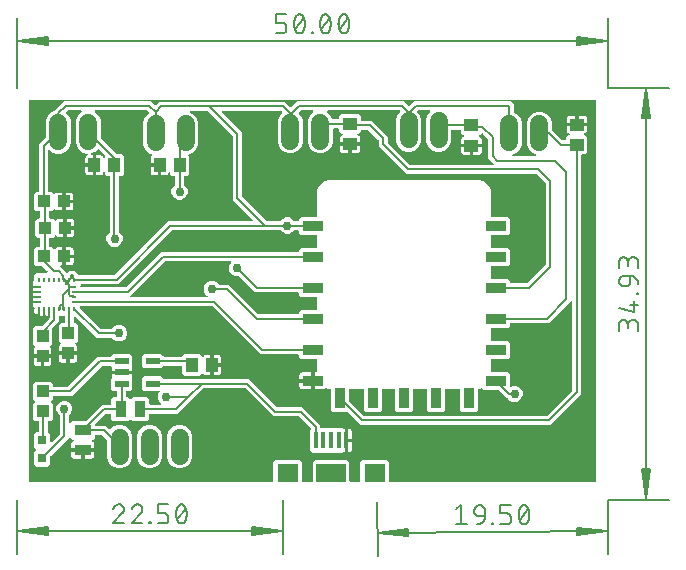
<source format=gbr>
G04 EAGLE Gerber RS-274X export*
G75*
%MOMM*%
%FSLAX34Y34*%
%LPD*%
%INTop Copper*%
%IPPOS*%
%AMOC8*
5,1,8,0,0,1.08239X$1,22.5*%
G01*
%ADD10C,0.130000*%
%ADD11C,0.152400*%
%ADD12R,1.000000X1.100000*%
%ADD13C,1.524000*%
%ADD14R,1.100000X1.000000*%
%ADD15R,1.447800X0.965200*%
%ADD16R,0.965200X1.447800*%
%ADD17R,0.400000X1.450000*%
%ADD18R,1.800000X1.500000*%
%ADD19R,2.500000X1.500000*%
%ADD20R,0.800000X0.800000*%
%ADD21R,1.005600X1.199997*%
%ADD22R,1.199997X1.005600*%
%ADD23R,1.778000X0.914400*%
%ADD24R,0.914400X1.778000*%
%ADD25R,0.270000X0.450000*%
%ADD26R,0.450000X0.270000*%
%ADD27R,1.200000X0.600000*%
%ADD28C,0.756400*%

G36*
X216210Y15164D02*
X216210Y15164D01*
X216229Y15162D01*
X216331Y15184D01*
X216433Y15200D01*
X216450Y15210D01*
X216470Y15214D01*
X216559Y15267D01*
X216650Y15316D01*
X216664Y15330D01*
X216681Y15340D01*
X216748Y15419D01*
X216820Y15494D01*
X216828Y15512D01*
X216841Y15527D01*
X216880Y15623D01*
X216923Y15717D01*
X216925Y15737D01*
X216933Y15755D01*
X216951Y15922D01*
X216951Y32063D01*
X218737Y33849D01*
X239263Y33849D01*
X241049Y32063D01*
X241049Y15922D01*
X241052Y15902D01*
X241050Y15883D01*
X241072Y15781D01*
X241088Y15679D01*
X241098Y15662D01*
X241102Y15642D01*
X241155Y15553D01*
X241204Y15462D01*
X241218Y15448D01*
X241228Y15431D01*
X241307Y15364D01*
X241382Y15292D01*
X241400Y15284D01*
X241415Y15271D01*
X241511Y15232D01*
X241605Y15189D01*
X241625Y15187D01*
X241643Y15179D01*
X241810Y15161D01*
X249540Y15161D01*
X249560Y15164D01*
X249579Y15162D01*
X249681Y15184D01*
X249783Y15200D01*
X249800Y15210D01*
X249820Y15214D01*
X249909Y15267D01*
X250000Y15316D01*
X250014Y15330D01*
X250031Y15340D01*
X250098Y15419D01*
X250170Y15494D01*
X250178Y15512D01*
X250191Y15527D01*
X250230Y15623D01*
X250273Y15717D01*
X250275Y15737D01*
X250283Y15755D01*
X250301Y15922D01*
X250301Y32063D01*
X252087Y33849D01*
X279613Y33849D01*
X281399Y32063D01*
X281399Y15922D01*
X281402Y15902D01*
X281400Y15883D01*
X281422Y15781D01*
X281438Y15679D01*
X281448Y15662D01*
X281452Y15642D01*
X281505Y15553D01*
X281554Y15462D01*
X281568Y15448D01*
X281578Y15431D01*
X281657Y15364D01*
X281732Y15292D01*
X281750Y15284D01*
X281765Y15271D01*
X281861Y15232D01*
X281955Y15189D01*
X281975Y15187D01*
X281993Y15179D01*
X282160Y15161D01*
X289890Y15161D01*
X289910Y15164D01*
X289929Y15162D01*
X290031Y15184D01*
X290133Y15200D01*
X290150Y15210D01*
X290170Y15214D01*
X290259Y15267D01*
X290350Y15316D01*
X290364Y15330D01*
X290381Y15340D01*
X290448Y15419D01*
X290520Y15494D01*
X290528Y15512D01*
X290541Y15527D01*
X290580Y15623D01*
X290623Y15717D01*
X290625Y15737D01*
X290633Y15755D01*
X290651Y15922D01*
X290651Y32063D01*
X292437Y33849D01*
X312963Y33849D01*
X314749Y32063D01*
X314749Y15922D01*
X314752Y15902D01*
X314750Y15883D01*
X314772Y15781D01*
X314788Y15679D01*
X314798Y15662D01*
X314802Y15642D01*
X314855Y15553D01*
X314904Y15462D01*
X314918Y15448D01*
X314928Y15431D01*
X315007Y15364D01*
X315082Y15292D01*
X315100Y15284D01*
X315115Y15271D01*
X315211Y15232D01*
X315305Y15189D01*
X315325Y15187D01*
X315343Y15179D01*
X315510Y15161D01*
X489078Y15161D01*
X489098Y15164D01*
X489117Y15162D01*
X489219Y15184D01*
X489321Y15200D01*
X489338Y15210D01*
X489358Y15214D01*
X489447Y15267D01*
X489538Y15316D01*
X489552Y15330D01*
X489569Y15340D01*
X489636Y15419D01*
X489708Y15494D01*
X489716Y15512D01*
X489729Y15527D01*
X489768Y15623D01*
X489811Y15717D01*
X489813Y15737D01*
X489821Y15755D01*
X489839Y15922D01*
X489839Y338378D01*
X489836Y338398D01*
X489838Y338417D01*
X489816Y338519D01*
X489800Y338621D01*
X489790Y338638D01*
X489786Y338658D01*
X489733Y338747D01*
X489684Y338838D01*
X489670Y338852D01*
X489660Y338869D01*
X489581Y338936D01*
X489506Y339008D01*
X489488Y339016D01*
X489473Y339029D01*
X489377Y339068D01*
X489283Y339111D01*
X489263Y339113D01*
X489245Y339121D01*
X489078Y339139D01*
X10922Y339139D01*
X10902Y339136D01*
X10883Y339138D01*
X10781Y339116D01*
X10679Y339100D01*
X10662Y339090D01*
X10642Y339086D01*
X10553Y339033D01*
X10462Y338984D01*
X10448Y338970D01*
X10431Y338960D01*
X10364Y338881D01*
X10292Y338806D01*
X10284Y338788D01*
X10271Y338773D01*
X10232Y338677D01*
X10189Y338583D01*
X10187Y338563D01*
X10179Y338545D01*
X10161Y338378D01*
X10161Y15922D01*
X10164Y15902D01*
X10162Y15883D01*
X10184Y15781D01*
X10200Y15679D01*
X10210Y15662D01*
X10214Y15642D01*
X10267Y15553D01*
X10316Y15462D01*
X10330Y15448D01*
X10340Y15431D01*
X10419Y15364D01*
X10494Y15292D01*
X10512Y15284D01*
X10527Y15271D01*
X10623Y15232D01*
X10717Y15189D01*
X10737Y15187D01*
X10755Y15179D01*
X10922Y15161D01*
X216190Y15161D01*
X216210Y15164D01*
G37*
%LPC*%
G36*
X290772Y63689D02*
X290772Y63689D01*
X280080Y74380D01*
X280064Y74392D01*
X280052Y74408D01*
X279965Y74464D01*
X279881Y74524D01*
X279862Y74530D01*
X279845Y74541D01*
X279744Y74566D01*
X279646Y74596D01*
X279626Y74596D01*
X279606Y74601D01*
X279503Y74593D01*
X279400Y74590D01*
X279381Y74583D01*
X279361Y74581D01*
X279314Y74561D01*
X267515Y74561D01*
X265729Y76347D01*
X265729Y93316D01*
X265726Y93336D01*
X265728Y93355D01*
X265706Y93457D01*
X265690Y93559D01*
X265680Y93576D01*
X265676Y93596D01*
X265623Y93685D01*
X265574Y93776D01*
X265560Y93790D01*
X265550Y93807D01*
X265471Y93874D01*
X265396Y93946D01*
X265378Y93954D01*
X265363Y93967D01*
X265267Y94006D01*
X265173Y94049D01*
X265153Y94051D01*
X265135Y94059D01*
X264968Y94077D01*
X262827Y94077D01*
X261639Y94569D01*
X261526Y94596D01*
X261412Y94625D01*
X261406Y94624D01*
X261400Y94626D01*
X261284Y94615D01*
X261167Y94606D01*
X261161Y94603D01*
X261155Y94603D01*
X261048Y94555D01*
X260940Y94509D01*
X260935Y94505D01*
X260930Y94503D01*
X260917Y94490D01*
X260809Y94404D01*
X260800Y94395D01*
X260221Y94060D01*
X259574Y93887D01*
X251873Y93887D01*
X251873Y100238D01*
X251870Y100258D01*
X251872Y100277D01*
X251850Y100379D01*
X251833Y100481D01*
X251824Y100498D01*
X251820Y100518D01*
X251767Y100607D01*
X251718Y100698D01*
X251704Y100712D01*
X251694Y100729D01*
X251615Y100796D01*
X251540Y100867D01*
X251522Y100876D01*
X251507Y100889D01*
X251411Y100928D01*
X251317Y100971D01*
X251297Y100973D01*
X251279Y100981D01*
X251112Y100999D01*
X250349Y100999D01*
X250349Y101001D01*
X251112Y101001D01*
X251132Y101004D01*
X251151Y101002D01*
X251253Y101024D01*
X251355Y101041D01*
X251372Y101050D01*
X251392Y101054D01*
X251481Y101107D01*
X251572Y101156D01*
X251586Y101170D01*
X251603Y101180D01*
X251670Y101259D01*
X251741Y101334D01*
X251750Y101352D01*
X251763Y101367D01*
X251802Y101463D01*
X251845Y101557D01*
X251847Y101577D01*
X251855Y101595D01*
X251873Y101762D01*
X251873Y108113D01*
X253316Y108113D01*
X253336Y108116D01*
X253355Y108114D01*
X253457Y108136D01*
X253559Y108152D01*
X253576Y108162D01*
X253596Y108166D01*
X253685Y108219D01*
X253776Y108268D01*
X253790Y108282D01*
X253807Y108292D01*
X253874Y108371D01*
X253946Y108446D01*
X253954Y108464D01*
X253967Y108479D01*
X254006Y108575D01*
X254049Y108669D01*
X254051Y108689D01*
X254059Y108707D01*
X254077Y108874D01*
X254077Y118868D01*
X254074Y118888D01*
X254076Y118907D01*
X254054Y119009D01*
X254038Y119111D01*
X254028Y119128D01*
X254024Y119148D01*
X253971Y119237D01*
X253922Y119328D01*
X253908Y119342D01*
X253898Y119359D01*
X253819Y119426D01*
X253744Y119498D01*
X253726Y119506D01*
X253711Y119519D01*
X253615Y119558D01*
X253521Y119601D01*
X253501Y119603D01*
X253483Y119611D01*
X253316Y119629D01*
X240197Y119629D01*
X238411Y121415D01*
X238411Y122678D01*
X238408Y122698D01*
X238410Y122717D01*
X238388Y122819D01*
X238372Y122921D01*
X238362Y122938D01*
X238358Y122958D01*
X238305Y123047D01*
X238256Y123138D01*
X238242Y123152D01*
X238232Y123169D01*
X238153Y123236D01*
X238078Y123308D01*
X238060Y123316D01*
X238045Y123329D01*
X237949Y123368D01*
X237855Y123411D01*
X237835Y123413D01*
X237817Y123421D01*
X237650Y123439D01*
X206172Y123439D01*
X165694Y163916D01*
X165621Y163969D01*
X165551Y164029D01*
X165521Y164041D01*
X165495Y164060D01*
X165408Y164087D01*
X165323Y164121D01*
X165282Y164125D01*
X165260Y164132D01*
X165227Y164131D01*
X165156Y164139D01*
X53725Y164139D01*
X53636Y164125D01*
X53545Y164118D01*
X53515Y164105D01*
X53483Y164100D01*
X53402Y164057D01*
X53319Y164021D01*
X53286Y163995D01*
X53265Y163984D01*
X53243Y163961D01*
X53188Y163917D01*
X53169Y163898D01*
X53157Y163882D01*
X53141Y163869D01*
X53111Y163822D01*
X53096Y163806D01*
X53084Y163780D01*
X53025Y163698D01*
X53019Y163679D01*
X53008Y163662D01*
X52983Y163562D01*
X52952Y163463D01*
X52953Y163443D01*
X52948Y163423D01*
X52956Y163321D01*
X52959Y163217D01*
X52966Y163198D01*
X52967Y163178D01*
X53007Y163083D01*
X53043Y162986D01*
X53056Y162971D01*
X53063Y162952D01*
X53168Y162821D01*
X70706Y145284D01*
X70779Y145231D01*
X70849Y145171D01*
X70879Y145159D01*
X70905Y145140D01*
X70992Y145113D01*
X71077Y145079D01*
X71118Y145075D01*
X71140Y145068D01*
X71173Y145069D01*
X71244Y145061D01*
X80085Y145061D01*
X80175Y145075D01*
X80266Y145083D01*
X80296Y145095D01*
X80328Y145100D01*
X80409Y145143D01*
X80493Y145179D01*
X80525Y145205D01*
X80545Y145216D01*
X80568Y145239D01*
X80624Y145284D01*
X82381Y147041D01*
X84891Y148081D01*
X87609Y148081D01*
X90119Y147041D01*
X92041Y145119D01*
X93081Y142609D01*
X93081Y139891D01*
X92041Y137381D01*
X90119Y135459D01*
X87609Y134419D01*
X84891Y134419D01*
X82381Y135459D01*
X80624Y137216D01*
X80550Y137269D01*
X80480Y137329D01*
X80450Y137341D01*
X80424Y137360D01*
X80337Y137387D01*
X80252Y137421D01*
X80211Y137425D01*
X80189Y137432D01*
X80157Y137431D01*
X80085Y137439D01*
X67772Y137439D01*
X65316Y139894D01*
X49260Y155951D01*
X49202Y155992D01*
X49150Y156042D01*
X49103Y156064D01*
X49061Y156094D01*
X48992Y156115D01*
X48927Y156145D01*
X48875Y156151D01*
X48825Y156166D01*
X48754Y156165D01*
X48683Y156172D01*
X48632Y156161D01*
X48580Y156160D01*
X48512Y156135D01*
X48442Y156120D01*
X48397Y156094D01*
X48349Y156076D01*
X48293Y156031D01*
X48231Y155994D01*
X48197Y155954D01*
X48157Y155922D01*
X48118Y155862D01*
X48071Y155807D01*
X48052Y155759D01*
X48024Y155715D01*
X48006Y155646D01*
X47979Y155579D01*
X47971Y155508D01*
X47963Y155476D01*
X47965Y155453D01*
X47961Y155412D01*
X47961Y150710D01*
X47964Y150690D01*
X47962Y150671D01*
X47984Y150569D01*
X48000Y150467D01*
X48010Y150450D01*
X48014Y150430D01*
X48067Y150341D01*
X48116Y150250D01*
X48130Y150236D01*
X48140Y150219D01*
X48219Y150152D01*
X48294Y150080D01*
X48312Y150072D01*
X48327Y150059D01*
X48423Y150020D01*
X48517Y149977D01*
X48537Y149975D01*
X48555Y149967D01*
X48722Y149949D01*
X49363Y149949D01*
X51149Y148163D01*
X51149Y134637D01*
X49591Y133079D01*
X49579Y133063D01*
X49563Y133050D01*
X49507Y132963D01*
X49447Y132879D01*
X49441Y132860D01*
X49430Y132844D01*
X49405Y132743D01*
X49375Y132644D01*
X49375Y132624D01*
X49370Y132605D01*
X49378Y132502D01*
X49381Y132398D01*
X49388Y132380D01*
X49390Y132360D01*
X49430Y132265D01*
X49466Y132167D01*
X49478Y132152D01*
X49486Y132133D01*
X49591Y132003D01*
X50133Y131460D01*
X50468Y130881D01*
X50641Y130234D01*
X50641Y125923D01*
X43862Y125923D01*
X43842Y125920D01*
X43823Y125922D01*
X43721Y125900D01*
X43619Y125883D01*
X43602Y125874D01*
X43582Y125870D01*
X43493Y125817D01*
X43402Y125768D01*
X43388Y125754D01*
X43371Y125744D01*
X43304Y125665D01*
X43233Y125590D01*
X43224Y125572D01*
X43211Y125557D01*
X43172Y125461D01*
X43129Y125367D01*
X43127Y125347D01*
X43119Y125329D01*
X43101Y125162D01*
X43101Y124399D01*
X43099Y124399D01*
X43099Y125162D01*
X43096Y125182D01*
X43098Y125201D01*
X43076Y125303D01*
X43059Y125405D01*
X43050Y125422D01*
X43046Y125442D01*
X42993Y125531D01*
X42944Y125622D01*
X42930Y125636D01*
X42920Y125653D01*
X42841Y125720D01*
X42766Y125791D01*
X42748Y125800D01*
X42733Y125813D01*
X42637Y125852D01*
X42543Y125895D01*
X42523Y125897D01*
X42505Y125905D01*
X42338Y125923D01*
X35559Y125923D01*
X35559Y130234D01*
X35732Y130881D01*
X36067Y131460D01*
X36609Y132003D01*
X36621Y132019D01*
X36637Y132031D01*
X36693Y132119D01*
X36753Y132202D01*
X36759Y132221D01*
X36770Y132238D01*
X36795Y132339D01*
X36825Y132437D01*
X36825Y132457D01*
X36830Y132477D01*
X36822Y132580D01*
X36819Y132683D01*
X36812Y132702D01*
X36810Y132722D01*
X36770Y132817D01*
X36734Y132914D01*
X36722Y132930D01*
X36714Y132948D01*
X36609Y133079D01*
X35051Y134637D01*
X35051Y148163D01*
X36837Y149949D01*
X39578Y149949D01*
X39598Y149952D01*
X39617Y149950D01*
X39719Y149972D01*
X39821Y149988D01*
X39838Y149998D01*
X39858Y150002D01*
X39947Y150055D01*
X40038Y150104D01*
X40052Y150118D01*
X40069Y150128D01*
X40136Y150207D01*
X40208Y150282D01*
X40216Y150300D01*
X40229Y150315D01*
X40268Y150411D01*
X40311Y150505D01*
X40313Y150525D01*
X40321Y150543D01*
X40339Y150710D01*
X40339Y155531D01*
X40328Y155601D01*
X40326Y155673D01*
X40308Y155722D01*
X40300Y155773D01*
X40266Y155837D01*
X40241Y155904D01*
X40209Y155945D01*
X40184Y155991D01*
X40133Y156040D01*
X40088Y156096D01*
X40044Y156124D01*
X40006Y156160D01*
X39941Y156190D01*
X39881Y156229D01*
X39830Y156242D01*
X39783Y156264D01*
X39712Y156272D01*
X39642Y156289D01*
X39590Y156285D01*
X39539Y156291D01*
X39468Y156276D01*
X39397Y156270D01*
X39349Y156250D01*
X39298Y156239D01*
X39237Y156202D01*
X39171Y156174D01*
X39115Y156129D01*
X39087Y156112D01*
X39074Y156097D01*
X36321Y156097D01*
X36302Y156111D01*
X36250Y156160D01*
X36203Y156182D01*
X36161Y156213D01*
X36092Y156234D01*
X36027Y156264D01*
X35975Y156270D01*
X35926Y156285D01*
X35854Y156283D01*
X35783Y156291D01*
X35732Y156280D01*
X35680Y156279D01*
X35612Y156254D01*
X35542Y156239D01*
X35497Y156212D01*
X35449Y156194D01*
X35393Y156149D01*
X35331Y156112D01*
X35297Y156073D01*
X35257Y156040D01*
X35218Y155980D01*
X35171Y155926D01*
X35152Y155877D01*
X35124Y155834D01*
X35106Y155764D01*
X35079Y155697D01*
X35071Y155626D01*
X35063Y155595D01*
X35065Y155572D01*
X35061Y155531D01*
X35061Y150822D01*
X29772Y145532D01*
X29719Y145459D01*
X29659Y145389D01*
X29647Y145359D01*
X29628Y145333D01*
X29601Y145246D01*
X29567Y145161D01*
X29563Y145120D01*
X29556Y145098D01*
X29557Y145065D01*
X29549Y144994D01*
X29549Y132137D01*
X27991Y130579D01*
X27979Y130563D01*
X27963Y130550D01*
X27907Y130463D01*
X27847Y130379D01*
X27841Y130360D01*
X27830Y130344D01*
X27805Y130243D01*
X27775Y130144D01*
X27775Y130124D01*
X27770Y130105D01*
X27778Y130002D01*
X27781Y129898D01*
X27788Y129880D01*
X27790Y129860D01*
X27830Y129765D01*
X27866Y129667D01*
X27878Y129652D01*
X27886Y129633D01*
X27991Y129503D01*
X28533Y128960D01*
X28868Y128381D01*
X29041Y127734D01*
X29041Y123423D01*
X22262Y123423D01*
X22242Y123420D01*
X22223Y123422D01*
X22121Y123400D01*
X22019Y123383D01*
X22002Y123374D01*
X21982Y123370D01*
X21893Y123317D01*
X21802Y123268D01*
X21788Y123254D01*
X21771Y123244D01*
X21704Y123165D01*
X21633Y123090D01*
X21624Y123072D01*
X21611Y123057D01*
X21572Y122961D01*
X21529Y122867D01*
X21527Y122847D01*
X21519Y122829D01*
X21501Y122662D01*
X21501Y121899D01*
X21499Y121899D01*
X21499Y122662D01*
X21496Y122682D01*
X21498Y122701D01*
X21476Y122803D01*
X21459Y122905D01*
X21450Y122922D01*
X21446Y122942D01*
X21393Y123031D01*
X21344Y123122D01*
X21330Y123136D01*
X21320Y123153D01*
X21241Y123220D01*
X21166Y123291D01*
X21148Y123300D01*
X21133Y123313D01*
X21037Y123352D01*
X20943Y123395D01*
X20923Y123397D01*
X20905Y123405D01*
X20738Y123423D01*
X13959Y123423D01*
X13959Y127734D01*
X14132Y128381D01*
X14467Y128960D01*
X15009Y129503D01*
X15021Y129519D01*
X15037Y129531D01*
X15093Y129619D01*
X15153Y129702D01*
X15159Y129721D01*
X15170Y129738D01*
X15195Y129839D01*
X15225Y129937D01*
X15225Y129957D01*
X15230Y129977D01*
X15222Y130080D01*
X15219Y130183D01*
X15212Y130202D01*
X15210Y130222D01*
X15170Y130317D01*
X15134Y130414D01*
X15122Y130430D01*
X15114Y130448D01*
X15009Y130579D01*
X13451Y132137D01*
X13451Y145663D01*
X15237Y147449D01*
X20594Y147449D01*
X20684Y147463D01*
X20775Y147471D01*
X20805Y147483D01*
X20837Y147488D01*
X20918Y147531D01*
X21002Y147567D01*
X21034Y147593D01*
X21054Y147604D01*
X21077Y147627D01*
X21132Y147672D01*
X27216Y153756D01*
X27269Y153829D01*
X27329Y153899D01*
X27341Y153929D01*
X27360Y153955D01*
X27387Y154042D01*
X27421Y154127D01*
X27425Y154168D01*
X27432Y154190D01*
X27431Y154223D01*
X27439Y154294D01*
X27439Y155531D01*
X27428Y155601D01*
X27426Y155673D01*
X27408Y155722D01*
X27400Y155773D01*
X27366Y155837D01*
X27341Y155904D01*
X27309Y155945D01*
X27284Y155991D01*
X27233Y156040D01*
X27188Y156096D01*
X27144Y156124D01*
X27106Y156160D01*
X27041Y156190D01*
X26981Y156229D01*
X26930Y156242D01*
X26883Y156264D01*
X26812Y156272D01*
X26742Y156289D01*
X26690Y156285D01*
X26639Y156291D01*
X26568Y156276D01*
X26497Y156270D01*
X26449Y156250D01*
X26398Y156239D01*
X26337Y156202D01*
X26271Y156174D01*
X26215Y156129D01*
X26187Y156112D01*
X26174Y156097D01*
X23432Y156097D01*
X23188Y156341D01*
X23172Y156353D01*
X23160Y156368D01*
X23073Y156424D01*
X22989Y156484D01*
X22970Y156490D01*
X22953Y156501D01*
X22852Y156526D01*
X22754Y156557D01*
X22734Y156556D01*
X22714Y156561D01*
X22611Y156553D01*
X22508Y156550D01*
X22489Y156544D01*
X22469Y156542D01*
X22374Y156502D01*
X22277Y156466D01*
X22261Y156454D01*
X22243Y156446D01*
X22112Y156341D01*
X21868Y156097D01*
X19132Y156097D01*
X18093Y157136D01*
X18019Y157189D01*
X17950Y157249D01*
X17919Y157261D01*
X17893Y157280D01*
X17806Y157307D01*
X17721Y157341D01*
X17680Y157345D01*
X17658Y157352D01*
X17626Y157351D01*
X17555Y157359D01*
X16666Y157359D01*
X16019Y157532D01*
X15440Y157867D01*
X14967Y158340D01*
X14632Y158919D01*
X14459Y159566D01*
X14459Y161408D01*
X14481Y161410D01*
X14512Y161423D01*
X14546Y161428D01*
X14625Y161470D01*
X14707Y161505D01*
X14733Y161527D01*
X14763Y161543D01*
X14825Y161608D01*
X14892Y161668D01*
X14909Y161697D01*
X14932Y161722D01*
X14970Y161803D01*
X15015Y161881D01*
X15022Y161914D01*
X15036Y161945D01*
X15046Y162034D01*
X15064Y162122D01*
X15059Y162155D01*
X15063Y162189D01*
X15044Y162277D01*
X15033Y162366D01*
X15018Y162396D01*
X15011Y162430D01*
X14965Y162507D01*
X14926Y162587D01*
X14897Y162620D01*
X14885Y162641D01*
X14884Y162641D01*
X14860Y162661D01*
X14815Y162713D01*
X14753Y162753D01*
X14697Y162801D01*
X14650Y162820D01*
X14608Y162847D01*
X14537Y162865D01*
X14469Y162893D01*
X14441Y162896D01*
X14437Y162936D01*
X14425Y162965D01*
X14420Y162997D01*
X14377Y163078D01*
X14341Y163162D01*
X14315Y163194D01*
X14304Y163215D01*
X14281Y163237D01*
X14236Y163293D01*
X13097Y164432D01*
X13097Y167168D01*
X13341Y167412D01*
X13353Y167428D01*
X13368Y167440D01*
X13424Y167527D01*
X13484Y167611D01*
X13490Y167630D01*
X13501Y167647D01*
X13526Y167748D01*
X13557Y167847D01*
X13556Y167867D01*
X13561Y167886D01*
X13553Y167989D01*
X13550Y168092D01*
X13544Y168111D01*
X13542Y168131D01*
X13502Y168226D01*
X13466Y168323D01*
X13454Y168339D01*
X13446Y168357D01*
X13341Y168488D01*
X13097Y168732D01*
X13097Y171468D01*
X13341Y171712D01*
X13353Y171728D01*
X13368Y171740D01*
X13424Y171827D01*
X13484Y171911D01*
X13490Y171930D01*
X13501Y171947D01*
X13526Y172048D01*
X13557Y172147D01*
X13556Y172167D01*
X13561Y172186D01*
X13553Y172289D01*
X13550Y172392D01*
X13544Y172411D01*
X13542Y172431D01*
X13502Y172526D01*
X13466Y172623D01*
X13454Y172639D01*
X13446Y172657D01*
X13341Y172788D01*
X13097Y173032D01*
X13097Y175768D01*
X13341Y176012D01*
X13353Y176028D01*
X13368Y176040D01*
X13397Y176085D01*
X13428Y176118D01*
X13448Y176160D01*
X13484Y176211D01*
X13490Y176230D01*
X13501Y176247D01*
X13517Y176308D01*
X13532Y176341D01*
X13536Y176378D01*
X13557Y176446D01*
X13556Y176466D01*
X13561Y176486D01*
X13556Y176558D01*
X13559Y176585D01*
X13553Y176613D01*
X13550Y176692D01*
X13544Y176711D01*
X13542Y176731D01*
X13511Y176804D01*
X13506Y176826D01*
X13495Y176845D01*
X13466Y176923D01*
X13454Y176939D01*
X13446Y176957D01*
X13341Y177088D01*
X13097Y177332D01*
X13097Y180068D01*
X13341Y180312D01*
X13353Y180328D01*
X13368Y180340D01*
X13424Y180427D01*
X13484Y180511D01*
X13490Y180530D01*
X13501Y180547D01*
X13526Y180648D01*
X13557Y180746D01*
X13556Y180766D01*
X13561Y180786D01*
X13553Y180889D01*
X13550Y180992D01*
X13544Y181011D01*
X13542Y181031D01*
X13502Y181126D01*
X13466Y181223D01*
X13454Y181239D01*
X13446Y181257D01*
X13341Y181388D01*
X13097Y181632D01*
X13097Y184368D01*
X13728Y184999D01*
X13781Y185073D01*
X13841Y185142D01*
X13853Y185173D01*
X13872Y185199D01*
X13899Y185286D01*
X13933Y185371D01*
X13937Y185412D01*
X13944Y185434D01*
X13943Y185466D01*
X13951Y185537D01*
X13951Y190163D01*
X15737Y191949D01*
X18063Y191949D01*
X18153Y191963D01*
X18244Y191971D01*
X18273Y191983D01*
X18305Y191988D01*
X18386Y192031D01*
X18470Y192067D01*
X18502Y192093D01*
X18523Y192104D01*
X18545Y192127D01*
X18601Y192172D01*
X19132Y192703D01*
X21868Y192703D01*
X22112Y192459D01*
X22128Y192447D01*
X22140Y192432D01*
X22227Y192376D01*
X22311Y192316D01*
X22330Y192310D01*
X22347Y192299D01*
X22448Y192274D01*
X22547Y192243D01*
X22567Y192244D01*
X22586Y192239D01*
X22689Y192247D01*
X22792Y192250D01*
X22811Y192256D01*
X22831Y192258D01*
X22926Y192298D01*
X23023Y192334D01*
X23039Y192346D01*
X23057Y192354D01*
X23188Y192459D01*
X23432Y192703D01*
X25070Y192703D01*
X25141Y192714D01*
X25213Y192716D01*
X25262Y192734D01*
X25313Y192742D01*
X25376Y192776D01*
X25444Y192801D01*
X25484Y192833D01*
X25530Y192858D01*
X25580Y192910D01*
X25636Y192954D01*
X25664Y192998D01*
X25700Y193036D01*
X25730Y193101D01*
X25769Y193161D01*
X25781Y193212D01*
X25803Y193259D01*
X25811Y193330D01*
X25829Y193400D01*
X25825Y193452D01*
X25830Y193503D01*
X25815Y193574D01*
X25810Y193645D01*
X25789Y193693D01*
X25778Y193744D01*
X25741Y193805D01*
X25713Y193871D01*
X25669Y193927D01*
X25652Y193955D01*
X25634Y193970D01*
X25609Y194002D01*
X21494Y198116D01*
X21482Y198128D01*
X21409Y198181D01*
X21339Y198241D01*
X21309Y198253D01*
X21283Y198272D01*
X21196Y198299D01*
X21111Y198333D01*
X21070Y198337D01*
X21048Y198344D01*
X21015Y198343D01*
X20944Y198351D01*
X16087Y198351D01*
X14301Y200137D01*
X14301Y212663D01*
X16087Y214449D01*
X18878Y214449D01*
X18898Y214452D01*
X18917Y214450D01*
X19019Y214472D01*
X19121Y214488D01*
X19138Y214498D01*
X19158Y214502D01*
X19247Y214555D01*
X19338Y214604D01*
X19352Y214618D01*
X19369Y214628D01*
X19436Y214707D01*
X19508Y214782D01*
X19516Y214800D01*
X19529Y214815D01*
X19568Y214911D01*
X19611Y215005D01*
X19613Y215025D01*
X19621Y215043D01*
X19639Y215210D01*
X19639Y221590D01*
X19636Y221610D01*
X19638Y221629D01*
X19616Y221731D01*
X19600Y221833D01*
X19590Y221850D01*
X19586Y221870D01*
X19533Y221959D01*
X19484Y222050D01*
X19470Y222064D01*
X19460Y222081D01*
X19381Y222148D01*
X19306Y222220D01*
X19288Y222228D01*
X19273Y222241D01*
X19177Y222280D01*
X19083Y222323D01*
X19063Y222325D01*
X19045Y222333D01*
X18878Y222351D01*
X16687Y222351D01*
X14901Y224137D01*
X14901Y236663D01*
X16687Y238449D01*
X18878Y238449D01*
X18898Y238452D01*
X18917Y238450D01*
X19019Y238472D01*
X19121Y238488D01*
X19138Y238498D01*
X19158Y238502D01*
X19247Y238555D01*
X19338Y238604D01*
X19352Y238618D01*
X19369Y238628D01*
X19436Y238707D01*
X19508Y238782D01*
X19516Y238800D01*
X19529Y238815D01*
X19568Y238911D01*
X19611Y239005D01*
X19613Y239025D01*
X19621Y239043D01*
X19639Y239210D01*
X19639Y244090D01*
X19636Y244110D01*
X19638Y244129D01*
X19616Y244231D01*
X19600Y244333D01*
X19590Y244350D01*
X19586Y244370D01*
X19533Y244459D01*
X19484Y244550D01*
X19470Y244564D01*
X19460Y244581D01*
X19381Y244648D01*
X19306Y244720D01*
X19288Y244728D01*
X19273Y244741D01*
X19177Y244780D01*
X19083Y244823D01*
X19063Y244825D01*
X19045Y244833D01*
X18878Y244851D01*
X15787Y244851D01*
X14001Y246637D01*
X14001Y259163D01*
X15787Y260949D01*
X17978Y260949D01*
X17998Y260952D01*
X18017Y260950D01*
X18119Y260972D01*
X18221Y260988D01*
X18238Y260998D01*
X18258Y261002D01*
X18347Y261055D01*
X18438Y261104D01*
X18452Y261118D01*
X18469Y261128D01*
X18536Y261207D01*
X18608Y261282D01*
X18616Y261300D01*
X18629Y261315D01*
X18668Y261411D01*
X18711Y261505D01*
X18713Y261525D01*
X18721Y261543D01*
X18739Y261710D01*
X18739Y301028D01*
X23958Y306248D01*
X24011Y306321D01*
X24071Y306391D01*
X24083Y306421D01*
X24102Y306447D01*
X24129Y306534D01*
X24163Y306619D01*
X24167Y306660D01*
X24174Y306682D01*
X24173Y306715D01*
X24181Y306786D01*
X24181Y321492D01*
X25805Y325413D01*
X28807Y328415D01*
X31601Y329572D01*
X31657Y329606D01*
X31717Y329632D01*
X31781Y329684D01*
X31810Y329701D01*
X31822Y329717D01*
X31848Y329737D01*
X39672Y337561D01*
X113478Y337561D01*
X116662Y334377D01*
X116678Y334366D01*
X116690Y334350D01*
X116778Y334294D01*
X116861Y334234D01*
X116880Y334228D01*
X116897Y334217D01*
X116998Y334192D01*
X117097Y334162D01*
X117116Y334162D01*
X117136Y334157D01*
X117239Y334165D01*
X117342Y334168D01*
X117361Y334175D01*
X117381Y334176D01*
X117476Y334217D01*
X117573Y334252D01*
X117589Y334265D01*
X117607Y334273D01*
X117738Y334377D01*
X120550Y337189D01*
X226950Y337189D01*
X229406Y334734D01*
X231337Y332802D01*
X231353Y332791D01*
X231365Y332775D01*
X231441Y332727D01*
X231458Y332712D01*
X231468Y332708D01*
X231536Y332659D01*
X231555Y332653D01*
X231572Y332642D01*
X231673Y332617D01*
X231772Y332587D01*
X231791Y332587D01*
X231811Y332582D01*
X231914Y332590D01*
X232017Y332593D01*
X232036Y332600D01*
X232056Y332601D01*
X232151Y332642D01*
X232248Y332677D01*
X232264Y332690D01*
X232282Y332698D01*
X232353Y332755D01*
X232358Y332757D01*
X232362Y332761D01*
X232413Y332802D01*
X237172Y337561D01*
X327828Y337561D01*
X330284Y335106D01*
X331337Y334052D01*
X331353Y334041D01*
X331365Y334025D01*
X331453Y333969D01*
X331536Y333909D01*
X331555Y333903D01*
X331572Y333892D01*
X331673Y333867D01*
X331772Y333837D01*
X331791Y333837D01*
X331811Y333832D01*
X331914Y333840D01*
X332017Y333843D01*
X332036Y333850D01*
X332056Y333851D01*
X332151Y333892D01*
X332248Y333927D01*
X332264Y333940D01*
X332282Y333948D01*
X332413Y334052D01*
X335922Y337561D01*
X418278Y337561D01*
X420511Y335328D01*
X420511Y328748D01*
X420530Y328633D01*
X420547Y328517D01*
X420549Y328511D01*
X420550Y328505D01*
X420605Y328403D01*
X420658Y328298D01*
X420663Y328293D01*
X420666Y328288D01*
X420750Y328208D01*
X420834Y328126D01*
X420840Y328122D01*
X420844Y328118D01*
X420861Y328111D01*
X420981Y328045D01*
X422743Y327315D01*
X425745Y324313D01*
X427369Y320392D01*
X427369Y300908D01*
X425745Y296987D01*
X422743Y293985D01*
X419822Y292775D01*
X419739Y292724D01*
X419653Y292678D01*
X419635Y292660D01*
X419613Y292646D01*
X419550Y292570D01*
X419483Y292500D01*
X419472Y292476D01*
X419456Y292456D01*
X419421Y292365D01*
X419380Y292277D01*
X419377Y292251D01*
X419368Y292227D01*
X419363Y292129D01*
X419353Y292033D01*
X419358Y292007D01*
X419357Y291981D01*
X419384Y291887D01*
X419405Y291792D01*
X419418Y291770D01*
X419426Y291745D01*
X419481Y291665D01*
X419531Y291581D01*
X419551Y291564D01*
X419566Y291543D01*
X419644Y291484D01*
X419718Y291421D01*
X419742Y291411D01*
X419763Y291396D01*
X419856Y291366D01*
X419946Y291329D01*
X419979Y291326D01*
X419997Y291320D01*
X420030Y291320D01*
X420113Y291311D01*
X438687Y291311D01*
X438783Y291326D01*
X438880Y291336D01*
X438904Y291346D01*
X438930Y291350D01*
X439016Y291396D01*
X439105Y291436D01*
X439124Y291453D01*
X439147Y291466D01*
X439214Y291536D01*
X439286Y291602D01*
X439299Y291625D01*
X439317Y291644D01*
X439358Y291732D01*
X439405Y291818D01*
X439409Y291843D01*
X439420Y291867D01*
X439431Y291964D01*
X439448Y292060D01*
X439444Y292086D01*
X439447Y292111D01*
X439427Y292207D01*
X439412Y292303D01*
X439401Y292326D01*
X439395Y292352D01*
X439345Y292435D01*
X439301Y292522D01*
X439282Y292541D01*
X439269Y292563D01*
X439195Y292626D01*
X439125Y292694D01*
X439097Y292710D01*
X439082Y292723D01*
X439051Y292735D01*
X438978Y292775D01*
X436057Y293985D01*
X433055Y296987D01*
X431431Y300908D01*
X431431Y320392D01*
X433055Y324313D01*
X436057Y327315D01*
X439978Y328939D01*
X444222Y328939D01*
X448143Y327315D01*
X451145Y324313D01*
X452769Y320392D01*
X452769Y314186D01*
X452783Y314096D01*
X452791Y314005D01*
X452803Y313975D01*
X452808Y313943D01*
X452851Y313862D01*
X452887Y313778D01*
X452913Y313746D01*
X452924Y313726D01*
X452947Y313703D01*
X452992Y313648D01*
X461633Y305006D01*
X461707Y304953D01*
X461777Y304893D01*
X461807Y304881D01*
X461833Y304862D01*
X461920Y304835D01*
X462005Y304801D01*
X462046Y304797D01*
X462068Y304790D01*
X462100Y304791D01*
X462172Y304783D01*
X464040Y304783D01*
X464060Y304786D01*
X464080Y304784D01*
X464181Y304806D01*
X464283Y304823D01*
X464300Y304832D01*
X464320Y304836D01*
X464409Y304889D01*
X464500Y304938D01*
X464514Y304952D01*
X464531Y304962D01*
X464598Y305041D01*
X464670Y305116D01*
X464678Y305134D01*
X464691Y305149D01*
X464730Y305245D01*
X464773Y305339D01*
X464775Y305359D01*
X464783Y305377D01*
X464801Y305544D01*
X464801Y307263D01*
X466587Y309049D01*
X466997Y309049D01*
X467021Y309053D01*
X467045Y309050D01*
X467142Y309072D01*
X467240Y309089D01*
X467261Y309100D01*
X467285Y309105D01*
X467370Y309157D01*
X467457Y309204D01*
X467474Y309221D01*
X467495Y309234D01*
X467559Y309310D01*
X467627Y309382D01*
X467637Y309404D01*
X467652Y309422D01*
X467689Y309515D01*
X467730Y309605D01*
X467733Y309629D01*
X467742Y309651D01*
X467747Y309751D01*
X467758Y309849D01*
X467752Y309873D01*
X467754Y309897D01*
X467726Y309992D01*
X467705Y310090D01*
X467693Y310111D01*
X467686Y310134D01*
X467630Y310215D01*
X467579Y310301D01*
X467561Y310317D01*
X467547Y310336D01*
X467468Y310396D01*
X467392Y310461D01*
X467370Y310470D01*
X467351Y310484D01*
X467194Y310545D01*
X466869Y310632D01*
X466290Y310967D01*
X465817Y311440D01*
X465482Y312019D01*
X465309Y312665D01*
X465309Y316505D01*
X473088Y316505D01*
X473108Y316508D01*
X473127Y316506D01*
X473229Y316528D01*
X473331Y316545D01*
X473348Y316554D01*
X473368Y316558D01*
X473457Y316611D01*
X473548Y316660D01*
X473562Y316674D01*
X473579Y316684D01*
X473646Y316763D01*
X473717Y316838D01*
X473726Y316856D01*
X473739Y316871D01*
X473778Y316967D01*
X473821Y317061D01*
X473823Y317081D01*
X473831Y317099D01*
X473849Y317266D01*
X473849Y318029D01*
X473851Y318029D01*
X473851Y317266D01*
X473854Y317246D01*
X473852Y317227D01*
X473874Y317125D01*
X473891Y317023D01*
X473900Y317006D01*
X473904Y316986D01*
X473957Y316897D01*
X474006Y316806D01*
X474020Y316792D01*
X474030Y316775D01*
X474109Y316708D01*
X474184Y316637D01*
X474202Y316628D01*
X474217Y316615D01*
X474313Y316576D01*
X474407Y316533D01*
X474427Y316531D01*
X474445Y316523D01*
X474612Y316505D01*
X482391Y316505D01*
X482391Y312665D01*
X482218Y312019D01*
X481883Y311440D01*
X481410Y310967D01*
X480831Y310632D01*
X480506Y310545D01*
X480484Y310535D01*
X480460Y310532D01*
X480372Y310485D01*
X480282Y310444D01*
X480264Y310428D01*
X480243Y310416D01*
X480174Y310345D01*
X480101Y310277D01*
X480090Y310256D01*
X480073Y310238D01*
X480031Y310148D01*
X479984Y310061D01*
X479980Y310037D01*
X479970Y310015D01*
X479959Y309916D01*
X479941Y309818D01*
X479945Y309794D01*
X479942Y309771D01*
X479964Y309674D01*
X479979Y309575D01*
X479990Y309554D01*
X479995Y309530D01*
X480046Y309445D01*
X480091Y309357D01*
X480109Y309340D01*
X480121Y309319D01*
X480196Y309254D01*
X480268Y309185D01*
X480289Y309175D01*
X480308Y309159D01*
X480400Y309122D01*
X480490Y309079D01*
X480514Y309076D01*
X480536Y309067D01*
X480703Y309049D01*
X481113Y309049D01*
X482899Y307263D01*
X482899Y294681D01*
X481113Y292895D01*
X478422Y292895D01*
X478402Y292892D01*
X478383Y292894D01*
X478281Y292872D01*
X478179Y292856D01*
X478162Y292846D01*
X478142Y292842D01*
X478053Y292789D01*
X477962Y292740D01*
X477948Y292726D01*
X477931Y292716D01*
X477864Y292637D01*
X477792Y292562D01*
X477784Y292544D01*
X477771Y292529D01*
X477732Y292433D01*
X477689Y292339D01*
X477687Y292319D01*
X477679Y292301D01*
X477661Y292134D01*
X477661Y89772D01*
X451578Y63689D01*
X290772Y63689D01*
G37*
%LPD*%
G36*
X82346Y190475D02*
X82346Y190475D01*
X82437Y190483D01*
X82467Y190495D01*
X82499Y190500D01*
X82580Y190543D01*
X82664Y190579D01*
X82696Y190605D01*
X82716Y190616D01*
X82739Y190639D01*
X82794Y190684D01*
X128172Y236061D01*
X198962Y236061D01*
X199033Y236072D01*
X199105Y236074D01*
X199154Y236092D01*
X199205Y236100D01*
X199268Y236134D01*
X199336Y236159D01*
X199376Y236191D01*
X199422Y236216D01*
X199472Y236267D01*
X199528Y236312D01*
X199556Y236356D01*
X199592Y236394D01*
X199622Y236459D01*
X199661Y236519D01*
X199673Y236570D01*
X199695Y236617D01*
X199703Y236688D01*
X199721Y236758D01*
X199717Y236810D01*
X199722Y236861D01*
X199707Y236932D01*
X199702Y237003D01*
X199681Y237051D01*
X199670Y237102D01*
X199633Y237163D01*
X199605Y237229D01*
X199561Y237285D01*
X199544Y237313D01*
X199526Y237328D01*
X199501Y237360D01*
X184895Y251966D01*
X184894Y251966D01*
X182439Y254422D01*
X182439Y308106D01*
X182425Y308196D01*
X182417Y308287D01*
X182405Y308317D01*
X182400Y308349D01*
X182357Y308429D01*
X182321Y308514D01*
X182295Y308546D01*
X182284Y308566D01*
X182261Y308589D01*
X182216Y308644D01*
X161516Y329344D01*
X161443Y329397D01*
X161373Y329457D01*
X161343Y329469D01*
X161317Y329488D01*
X161230Y329515D01*
X161145Y329549D01*
X161104Y329553D01*
X161082Y329560D01*
X161049Y329559D01*
X160978Y329567D01*
X147032Y329567D01*
X146936Y329552D01*
X146839Y329542D01*
X146815Y329532D01*
X146789Y329528D01*
X146703Y329482D01*
X146614Y329442D01*
X146595Y329425D01*
X146572Y329412D01*
X146505Y329342D01*
X146433Y329276D01*
X146420Y329253D01*
X146402Y329234D01*
X146361Y329146D01*
X146314Y329060D01*
X146310Y329035D01*
X146299Y329011D01*
X146288Y328914D01*
X146271Y328818D01*
X146274Y328792D01*
X146272Y328767D01*
X146292Y328671D01*
X146306Y328575D01*
X146318Y328552D01*
X146324Y328526D01*
X146374Y328443D01*
X146418Y328356D01*
X146437Y328337D01*
X146450Y328315D01*
X146524Y328252D01*
X146593Y328184D01*
X146622Y328168D01*
X146637Y328155D01*
X146661Y328145D01*
X146662Y328145D01*
X146669Y328142D01*
X146740Y328103D01*
X148643Y327315D01*
X151645Y324313D01*
X153269Y320392D01*
X153269Y300908D01*
X151645Y296987D01*
X148643Y293985D01*
X145516Y292690D01*
X145477Y292666D01*
X145434Y292650D01*
X145373Y292602D01*
X145307Y292561D01*
X145278Y292525D01*
X145242Y292496D01*
X145200Y292431D01*
X145150Y292371D01*
X145134Y292328D01*
X145109Y292290D01*
X145090Y292214D01*
X145062Y292141D01*
X145060Y292096D01*
X145049Y292051D01*
X145055Y291973D01*
X145052Y291896D01*
X145064Y291851D01*
X145068Y291806D01*
X145098Y291734D01*
X145120Y291659D01*
X145146Y291622D01*
X145164Y291579D01*
X145250Y291473D01*
X145260Y291457D01*
X145264Y291454D01*
X145269Y291449D01*
X145755Y290963D01*
X145755Y276437D01*
X143969Y274651D01*
X142250Y274651D01*
X142230Y274648D01*
X142210Y274650D01*
X142109Y274628D01*
X142007Y274612D01*
X141990Y274602D01*
X141970Y274598D01*
X141881Y274545D01*
X141790Y274496D01*
X141776Y274482D01*
X141759Y274472D01*
X141692Y274393D01*
X141620Y274318D01*
X141612Y274300D01*
X141599Y274285D01*
X141560Y274189D01*
X141517Y274095D01*
X141515Y274075D01*
X141507Y274057D01*
X141489Y273890D01*
X141489Y267237D01*
X141503Y267147D01*
X141511Y267056D01*
X141523Y267026D01*
X141528Y266994D01*
X141571Y266913D01*
X141607Y266829D01*
X141633Y266797D01*
X141644Y266777D01*
X141667Y266754D01*
X141712Y266698D01*
X143291Y265119D01*
X144331Y262609D01*
X144331Y259891D01*
X143291Y257381D01*
X141369Y255459D01*
X138859Y254419D01*
X136141Y254419D01*
X133631Y255459D01*
X131709Y257381D01*
X130669Y259891D01*
X130669Y262609D01*
X131709Y265119D01*
X133644Y267054D01*
X133697Y267128D01*
X133757Y267198D01*
X133769Y267228D01*
X133788Y267254D01*
X133815Y267341D01*
X133849Y267426D01*
X133853Y267467D01*
X133860Y267489D01*
X133859Y267521D01*
X133867Y267593D01*
X133867Y273890D01*
X133864Y273910D01*
X133866Y273930D01*
X133844Y274031D01*
X133827Y274133D01*
X133818Y274150D01*
X133814Y274170D01*
X133761Y274259D01*
X133712Y274350D01*
X133698Y274364D01*
X133688Y274381D01*
X133609Y274448D01*
X133534Y274520D01*
X133516Y274528D01*
X133501Y274541D01*
X133405Y274580D01*
X133311Y274623D01*
X133291Y274625D01*
X133273Y274633D01*
X133106Y274651D01*
X131387Y274651D01*
X129601Y276437D01*
X129601Y276847D01*
X129597Y276871D01*
X129600Y276895D01*
X129578Y276992D01*
X129561Y277090D01*
X129550Y277111D01*
X129545Y277135D01*
X129493Y277220D01*
X129446Y277307D01*
X129429Y277324D01*
X129416Y277345D01*
X129340Y277408D01*
X129268Y277477D01*
X129246Y277487D01*
X129228Y277502D01*
X129135Y277538D01*
X129045Y277580D01*
X129021Y277583D01*
X128999Y277592D01*
X128899Y277597D01*
X128801Y277608D01*
X128777Y277602D01*
X128753Y277604D01*
X128657Y277576D01*
X128560Y277555D01*
X128539Y277543D01*
X128516Y277536D01*
X128434Y277480D01*
X128349Y277429D01*
X128333Y277411D01*
X128313Y277397D01*
X128254Y277318D01*
X128189Y277242D01*
X128180Y277220D01*
X128166Y277201D01*
X128105Y277044D01*
X128018Y276719D01*
X127683Y276140D01*
X127210Y275667D01*
X126631Y275332D01*
X125985Y275159D01*
X122145Y275159D01*
X122145Y282938D01*
X122142Y282958D01*
X122144Y282977D01*
X122122Y283079D01*
X122105Y283181D01*
X122096Y283198D01*
X122092Y283218D01*
X122039Y283307D01*
X121990Y283398D01*
X121976Y283412D01*
X121966Y283429D01*
X121887Y283496D01*
X121812Y283567D01*
X121794Y283576D01*
X121779Y283589D01*
X121683Y283628D01*
X121589Y283671D01*
X121569Y283673D01*
X121551Y283681D01*
X121384Y283699D01*
X120621Y283699D01*
X120621Y284462D01*
X120618Y284482D01*
X120620Y284501D01*
X120598Y284603D01*
X120581Y284705D01*
X120572Y284722D01*
X120568Y284742D01*
X120515Y284831D01*
X120466Y284922D01*
X120452Y284936D01*
X120442Y284953D01*
X120363Y285020D01*
X120288Y285091D01*
X120270Y285100D01*
X120255Y285113D01*
X120159Y285152D01*
X120065Y285195D01*
X120045Y285197D01*
X120027Y285205D01*
X119860Y285223D01*
X113053Y285223D01*
X113053Y290034D01*
X113226Y290681D01*
X113561Y291260D01*
X113978Y291677D01*
X114005Y291715D01*
X114039Y291746D01*
X114076Y291814D01*
X114122Y291877D01*
X114135Y291921D01*
X114158Y291961D01*
X114171Y292038D01*
X114194Y292112D01*
X114193Y292158D01*
X114201Y292203D01*
X114190Y292280D01*
X114188Y292358D01*
X114172Y292401D01*
X114165Y292447D01*
X114130Y292516D01*
X114103Y292589D01*
X114075Y292625D01*
X114054Y292666D01*
X113998Y292720D01*
X113950Y292781D01*
X113911Y292806D01*
X113878Y292838D01*
X113758Y292904D01*
X113743Y292914D01*
X113738Y292915D01*
X113731Y292919D01*
X111157Y293985D01*
X108155Y296987D01*
X106531Y300908D01*
X106531Y320392D01*
X108155Y324313D01*
X111157Y327315D01*
X111370Y327403D01*
X111409Y327427D01*
X111452Y327443D01*
X111512Y327491D01*
X111579Y327532D01*
X111608Y327568D01*
X111644Y327596D01*
X111686Y327662D01*
X111735Y327722D01*
X111752Y327765D01*
X111777Y327803D01*
X111796Y327879D01*
X111824Y327951D01*
X111826Y327997D01*
X111837Y328042D01*
X111831Y328119D01*
X111834Y328197D01*
X111821Y328241D01*
X111818Y328287D01*
X111787Y328358D01*
X111766Y328433D01*
X111739Y328471D01*
X111721Y328513D01*
X111636Y328620D01*
X111625Y328635D01*
X111621Y328638D01*
X111617Y328644D01*
X110544Y329716D01*
X110470Y329769D01*
X110401Y329829D01*
X110371Y329841D01*
X110345Y329860D01*
X110258Y329887D01*
X110173Y329921D01*
X110132Y329925D01*
X110110Y329932D01*
X110077Y329931D01*
X110006Y329939D01*
X66439Y329939D01*
X66343Y329924D01*
X66246Y329914D01*
X66222Y329904D01*
X66197Y329900D01*
X66111Y329854D01*
X66022Y329814D01*
X66002Y329797D01*
X65979Y329784D01*
X65912Y329714D01*
X65840Y329648D01*
X65828Y329625D01*
X65810Y329606D01*
X65769Y329518D01*
X65722Y329432D01*
X65717Y329407D01*
X65706Y329383D01*
X65695Y329286D01*
X65678Y329190D01*
X65682Y329164D01*
X65679Y329139D01*
X65700Y329043D01*
X65714Y328947D01*
X65726Y328924D01*
X65731Y328898D01*
X65781Y328815D01*
X65825Y328728D01*
X65844Y328709D01*
X65858Y328687D01*
X65931Y328624D01*
X66001Y328556D01*
X66030Y328540D01*
X66044Y328527D01*
X66075Y328515D01*
X66148Y328475D01*
X66293Y328414D01*
X69295Y325413D01*
X70919Y321492D01*
X70919Y306786D01*
X70933Y306696D01*
X70941Y306605D01*
X70953Y306575D01*
X70958Y306543D01*
X71001Y306462D01*
X71037Y306378D01*
X71063Y306346D01*
X71074Y306326D01*
X71097Y306303D01*
X71142Y306248D01*
X84418Y292972D01*
X84491Y292919D01*
X84561Y292859D01*
X84591Y292847D01*
X84617Y292828D01*
X84704Y292801D01*
X84789Y292767D01*
X84830Y292763D01*
X84852Y292756D01*
X84885Y292757D01*
X84956Y292749D01*
X88719Y292749D01*
X90505Y290963D01*
X90505Y276437D01*
X88719Y274651D01*
X87000Y274651D01*
X86980Y274648D01*
X86960Y274650D01*
X86859Y274628D01*
X86757Y274612D01*
X86740Y274602D01*
X86720Y274598D01*
X86631Y274545D01*
X86540Y274496D01*
X86526Y274482D01*
X86509Y274472D01*
X86442Y274393D01*
X86370Y274318D01*
X86362Y274300D01*
X86349Y274285D01*
X86310Y274189D01*
X86267Y274095D01*
X86265Y274075D01*
X86257Y274057D01*
X86239Y273890D01*
X86239Y227487D01*
X86253Y227397D01*
X86261Y227306D01*
X86273Y227276D01*
X86278Y227244D01*
X86321Y227163D01*
X86357Y227079D01*
X86383Y227047D01*
X86394Y227027D01*
X86417Y227004D01*
X86462Y226948D01*
X88291Y225119D01*
X89331Y222609D01*
X89331Y219891D01*
X88291Y217381D01*
X86369Y215459D01*
X83859Y214419D01*
X81141Y214419D01*
X78631Y215459D01*
X76709Y217381D01*
X75669Y219891D01*
X75669Y222609D01*
X76709Y225119D01*
X78394Y226804D01*
X78447Y226878D01*
X78507Y226948D01*
X78519Y226978D01*
X78538Y227004D01*
X78565Y227091D01*
X78599Y227176D01*
X78603Y227217D01*
X78610Y227239D01*
X78609Y227271D01*
X78617Y227343D01*
X78617Y273890D01*
X78614Y273910D01*
X78616Y273930D01*
X78594Y274031D01*
X78577Y274133D01*
X78568Y274150D01*
X78564Y274170D01*
X78511Y274259D01*
X78462Y274350D01*
X78448Y274364D01*
X78438Y274381D01*
X78359Y274448D01*
X78284Y274520D01*
X78266Y274528D01*
X78251Y274541D01*
X78155Y274580D01*
X78061Y274623D01*
X78041Y274625D01*
X78023Y274633D01*
X77856Y274651D01*
X76137Y274651D01*
X74351Y276437D01*
X74351Y276847D01*
X74347Y276871D01*
X74350Y276895D01*
X74328Y276992D01*
X74311Y277090D01*
X74300Y277111D01*
X74295Y277135D01*
X74243Y277220D01*
X74196Y277307D01*
X74179Y277324D01*
X74166Y277345D01*
X74090Y277409D01*
X74018Y277477D01*
X73996Y277487D01*
X73978Y277502D01*
X73885Y277539D01*
X73795Y277580D01*
X73771Y277583D01*
X73749Y277592D01*
X73649Y277597D01*
X73551Y277608D01*
X73527Y277602D01*
X73503Y277604D01*
X73408Y277576D01*
X73310Y277555D01*
X73289Y277543D01*
X73266Y277536D01*
X73185Y277480D01*
X73099Y277429D01*
X73083Y277411D01*
X73064Y277397D01*
X73004Y277318D01*
X72939Y277242D01*
X72930Y277220D01*
X72916Y277201D01*
X72855Y277044D01*
X72768Y276719D01*
X72433Y276140D01*
X71960Y275667D01*
X71381Y275332D01*
X70735Y275159D01*
X66895Y275159D01*
X66895Y282938D01*
X66892Y282958D01*
X66894Y282977D01*
X66872Y283079D01*
X66855Y283181D01*
X66846Y283198D01*
X66842Y283218D01*
X66789Y283307D01*
X66740Y283398D01*
X66726Y283412D01*
X66716Y283429D01*
X66637Y283496D01*
X66562Y283567D01*
X66544Y283576D01*
X66529Y283589D01*
X66433Y283628D01*
X66339Y283671D01*
X66319Y283673D01*
X66301Y283681D01*
X66134Y283699D01*
X65371Y283699D01*
X65371Y283701D01*
X66134Y283701D01*
X66154Y283704D01*
X66173Y283702D01*
X66275Y283724D01*
X66377Y283741D01*
X66394Y283750D01*
X66414Y283754D01*
X66503Y283807D01*
X66594Y283856D01*
X66608Y283870D01*
X66625Y283880D01*
X66692Y283959D01*
X66763Y284034D01*
X66772Y284052D01*
X66785Y284067D01*
X66824Y284163D01*
X66867Y284257D01*
X66869Y284277D01*
X66877Y284295D01*
X66895Y284462D01*
X66895Y292241D01*
X70735Y292241D01*
X71381Y292068D01*
X71960Y291733D01*
X72433Y291260D01*
X72768Y290681D01*
X72855Y290356D01*
X72865Y290334D01*
X72868Y290310D01*
X72915Y290222D01*
X72956Y290132D01*
X72972Y290114D01*
X72984Y290093D01*
X73055Y290024D01*
X73123Y289951D01*
X73144Y289940D01*
X73162Y289923D01*
X73252Y289881D01*
X73339Y289834D01*
X73363Y289830D01*
X73385Y289820D01*
X73484Y289809D01*
X73582Y289791D01*
X73606Y289795D01*
X73629Y289792D01*
X73726Y289814D01*
X73825Y289829D01*
X73846Y289840D01*
X73870Y289845D01*
X73955Y289896D01*
X74043Y289941D01*
X74060Y289959D01*
X74081Y289971D01*
X74146Y290046D01*
X74215Y290118D01*
X74225Y290139D01*
X74241Y290158D01*
X74278Y290250D01*
X74321Y290340D01*
X74324Y290364D01*
X74333Y290386D01*
X74351Y290553D01*
X74351Y290963D01*
X74461Y291073D01*
X74473Y291089D01*
X74489Y291102D01*
X74545Y291189D01*
X74605Y291273D01*
X74611Y291292D01*
X74622Y291308D01*
X74647Y291409D01*
X74677Y291508D01*
X74677Y291528D01*
X74682Y291547D01*
X74674Y291650D01*
X74671Y291754D01*
X74664Y291772D01*
X74662Y291792D01*
X74622Y291887D01*
X74586Y291985D01*
X74574Y292000D01*
X74566Y292018D01*
X74461Y292149D01*
X69448Y297163D01*
X69431Y297175D01*
X69419Y297190D01*
X69332Y297247D01*
X69248Y297307D01*
X69229Y297313D01*
X69212Y297323D01*
X69112Y297349D01*
X69013Y297379D01*
X68993Y297379D01*
X68974Y297383D01*
X68871Y297375D01*
X68767Y297373D01*
X68748Y297366D01*
X68728Y297364D01*
X68633Y297324D01*
X68536Y297288D01*
X68520Y297276D01*
X68502Y297268D01*
X68371Y297163D01*
X66293Y295085D01*
X62961Y293705D01*
X62878Y293654D01*
X62792Y293608D01*
X62774Y293590D01*
X62752Y293576D01*
X62690Y293500D01*
X62623Y293430D01*
X62612Y293406D01*
X62595Y293386D01*
X62560Y293295D01*
X62519Y293207D01*
X62516Y293181D01*
X62507Y293157D01*
X62503Y293059D01*
X62492Y292962D01*
X62498Y292937D01*
X62497Y292911D01*
X62524Y292817D01*
X62544Y292722D01*
X62558Y292700D01*
X62565Y292675D01*
X62621Y292595D01*
X62671Y292511D01*
X62691Y292494D01*
X62705Y292473D01*
X62784Y292414D01*
X62858Y292351D01*
X62882Y292341D01*
X62903Y292326D01*
X62995Y292296D01*
X63086Y292259D01*
X63118Y292256D01*
X63137Y292250D01*
X63170Y292250D01*
X63252Y292241D01*
X63849Y292241D01*
X63849Y285223D01*
X57803Y285223D01*
X57803Y290034D01*
X57976Y290681D01*
X58311Y291260D01*
X58784Y291733D01*
X59317Y292041D01*
X59354Y292071D01*
X59396Y292094D01*
X59449Y292149D01*
X59507Y292197D01*
X59533Y292237D01*
X59566Y292272D01*
X59598Y292341D01*
X59638Y292405D01*
X59649Y292451D01*
X59669Y292495D01*
X59678Y292570D01*
X59696Y292644D01*
X59691Y292692D01*
X59697Y292739D01*
X59680Y292814D01*
X59674Y292889D01*
X59655Y292933D01*
X59644Y292980D01*
X59605Y293045D01*
X59575Y293114D01*
X59543Y293150D01*
X59518Y293191D01*
X59461Y293240D01*
X59410Y293296D01*
X59368Y293320D01*
X59331Y293351D01*
X59261Y293379D01*
X59195Y293416D01*
X59148Y293425D01*
X59103Y293443D01*
X58975Y293457D01*
X58953Y293461D01*
X58946Y293460D01*
X58936Y293461D01*
X58128Y293461D01*
X54207Y295085D01*
X51205Y298087D01*
X49581Y302008D01*
X49581Y321492D01*
X51205Y325413D01*
X54207Y328414D01*
X54352Y328475D01*
X54435Y328526D01*
X54521Y328572D01*
X54539Y328590D01*
X54561Y328604D01*
X54623Y328679D01*
X54690Y328750D01*
X54701Y328774D01*
X54718Y328794D01*
X54753Y328885D01*
X54794Y328973D01*
X54797Y328999D01*
X54806Y329023D01*
X54810Y329121D01*
X54821Y329217D01*
X54815Y329243D01*
X54816Y329269D01*
X54789Y329363D01*
X54769Y329458D01*
X54755Y329480D01*
X54748Y329505D01*
X54692Y329585D01*
X54642Y329669D01*
X54623Y329686D01*
X54608Y329707D01*
X54530Y329766D01*
X54456Y329829D01*
X54431Y329839D01*
X54410Y329854D01*
X54318Y329884D01*
X54227Y329921D01*
X54195Y329924D01*
X54176Y329930D01*
X54144Y329930D01*
X54061Y329939D01*
X43144Y329939D01*
X43054Y329925D01*
X42963Y329917D01*
X42933Y329905D01*
X42901Y329900D01*
X42820Y329857D01*
X42736Y329821D01*
X42704Y329795D01*
X42684Y329784D01*
X42661Y329761D01*
X42606Y329716D01*
X41637Y328748D01*
X41625Y328731D01*
X41610Y328719D01*
X41553Y328632D01*
X41493Y328548D01*
X41487Y328529D01*
X41477Y328512D01*
X41451Y328412D01*
X41421Y328313D01*
X41421Y328293D01*
X41417Y328274D01*
X41425Y328171D01*
X41427Y328067D01*
X41434Y328048D01*
X41436Y328028D01*
X41476Y327933D01*
X41512Y327836D01*
X41524Y327820D01*
X41532Y327802D01*
X41637Y327671D01*
X43895Y325413D01*
X45519Y321492D01*
X45519Y302008D01*
X43895Y298087D01*
X40893Y295085D01*
X36972Y293461D01*
X32728Y293461D01*
X28807Y295085D01*
X27660Y296232D01*
X27602Y296274D01*
X27550Y296323D01*
X27503Y296345D01*
X27461Y296375D01*
X27392Y296396D01*
X27327Y296427D01*
X27275Y296432D01*
X27225Y296448D01*
X27154Y296446D01*
X27083Y296454D01*
X27032Y296443D01*
X26980Y296441D01*
X26912Y296417D01*
X26842Y296402D01*
X26797Y296375D01*
X26749Y296357D01*
X26693Y296312D01*
X26631Y296275D01*
X26597Y296236D01*
X26557Y296203D01*
X26518Y296143D01*
X26471Y296088D01*
X26452Y296040D01*
X26424Y295996D01*
X26406Y295927D01*
X26379Y295860D01*
X26371Y295789D01*
X26363Y295758D01*
X26365Y295735D01*
X26361Y295694D01*
X26361Y261710D01*
X26364Y261690D01*
X26362Y261671D01*
X26384Y261569D01*
X26400Y261467D01*
X26410Y261450D01*
X26414Y261430D01*
X26467Y261341D01*
X26516Y261250D01*
X26530Y261236D01*
X26540Y261219D01*
X26619Y261152D01*
X26694Y261080D01*
X26712Y261072D01*
X26727Y261059D01*
X26823Y261020D01*
X26917Y260977D01*
X26937Y260975D01*
X26955Y260967D01*
X27122Y260949D01*
X29313Y260949D01*
X30871Y259391D01*
X30887Y259379D01*
X30900Y259363D01*
X30987Y259307D01*
X31071Y259247D01*
X31090Y259241D01*
X31106Y259230D01*
X31207Y259205D01*
X31306Y259175D01*
X31326Y259175D01*
X31345Y259170D01*
X31448Y259178D01*
X31552Y259181D01*
X31570Y259188D01*
X31590Y259190D01*
X31685Y259230D01*
X31783Y259266D01*
X31798Y259278D01*
X31817Y259286D01*
X31947Y259391D01*
X32490Y259933D01*
X33069Y260268D01*
X33716Y260441D01*
X38027Y260441D01*
X38027Y253662D01*
X38030Y253642D01*
X38028Y253623D01*
X38050Y253521D01*
X38067Y253419D01*
X38076Y253402D01*
X38080Y253382D01*
X38133Y253293D01*
X38182Y253202D01*
X38196Y253188D01*
X38206Y253171D01*
X38285Y253104D01*
X38360Y253033D01*
X38378Y253024D01*
X38393Y253011D01*
X38489Y252972D01*
X38583Y252929D01*
X38603Y252927D01*
X38621Y252919D01*
X38788Y252901D01*
X39551Y252901D01*
X39551Y252899D01*
X38788Y252899D01*
X38768Y252896D01*
X38749Y252898D01*
X38647Y252876D01*
X38545Y252859D01*
X38528Y252850D01*
X38508Y252846D01*
X38419Y252793D01*
X38328Y252744D01*
X38314Y252730D01*
X38297Y252720D01*
X38230Y252641D01*
X38159Y252566D01*
X38150Y252548D01*
X38137Y252533D01*
X38098Y252437D01*
X38055Y252343D01*
X38053Y252323D01*
X38045Y252305D01*
X38027Y252138D01*
X38027Y245359D01*
X33716Y245359D01*
X33069Y245532D01*
X32490Y245867D01*
X31947Y246409D01*
X31931Y246421D01*
X31919Y246437D01*
X31831Y246493D01*
X31748Y246553D01*
X31729Y246559D01*
X31712Y246570D01*
X31611Y246595D01*
X31513Y246625D01*
X31493Y246625D01*
X31473Y246630D01*
X31370Y246622D01*
X31267Y246619D01*
X31248Y246612D01*
X31228Y246610D01*
X31133Y246570D01*
X31036Y246534D01*
X31020Y246522D01*
X31002Y246514D01*
X30871Y246409D01*
X29313Y244851D01*
X28022Y244851D01*
X28002Y244848D01*
X27983Y244850D01*
X27881Y244828D01*
X27779Y244812D01*
X27762Y244802D01*
X27742Y244798D01*
X27653Y244745D01*
X27562Y244696D01*
X27548Y244682D01*
X27531Y244672D01*
X27464Y244593D01*
X27392Y244518D01*
X27384Y244500D01*
X27371Y244485D01*
X27332Y244389D01*
X27289Y244295D01*
X27287Y244275D01*
X27279Y244257D01*
X27261Y244090D01*
X27261Y239210D01*
X27264Y239190D01*
X27262Y239171D01*
X27284Y239069D01*
X27300Y238967D01*
X27310Y238950D01*
X27314Y238930D01*
X27367Y238841D01*
X27416Y238750D01*
X27430Y238736D01*
X27440Y238719D01*
X27519Y238652D01*
X27594Y238580D01*
X27612Y238572D01*
X27627Y238559D01*
X27723Y238520D01*
X27817Y238477D01*
X27837Y238475D01*
X27855Y238467D01*
X28022Y238449D01*
X30213Y238449D01*
X31771Y236891D01*
X31787Y236879D01*
X31800Y236863D01*
X31871Y236817D01*
X31898Y236795D01*
X31913Y236789D01*
X31971Y236747D01*
X31990Y236741D01*
X32006Y236730D01*
X32107Y236705D01*
X32206Y236675D01*
X32226Y236675D01*
X32245Y236670D01*
X32348Y236678D01*
X32452Y236681D01*
X32470Y236688D01*
X32490Y236690D01*
X32585Y236730D01*
X32683Y236766D01*
X32698Y236778D01*
X32717Y236786D01*
X32778Y236835D01*
X32786Y236839D01*
X32795Y236849D01*
X32847Y236891D01*
X33390Y237433D01*
X33969Y237768D01*
X34616Y237941D01*
X38927Y237941D01*
X38927Y231162D01*
X38930Y231142D01*
X38928Y231123D01*
X38950Y231021D01*
X38967Y230919D01*
X38976Y230902D01*
X38980Y230882D01*
X39033Y230793D01*
X39082Y230702D01*
X39096Y230688D01*
X39106Y230671D01*
X39185Y230604D01*
X39260Y230533D01*
X39278Y230524D01*
X39293Y230511D01*
X39389Y230472D01*
X39483Y230429D01*
X39503Y230427D01*
X39521Y230419D01*
X39688Y230401D01*
X40451Y230401D01*
X40451Y230399D01*
X39688Y230399D01*
X39668Y230396D01*
X39649Y230398D01*
X39547Y230376D01*
X39445Y230359D01*
X39428Y230350D01*
X39408Y230346D01*
X39319Y230293D01*
X39228Y230244D01*
X39214Y230230D01*
X39197Y230220D01*
X39130Y230141D01*
X39059Y230066D01*
X39050Y230048D01*
X39037Y230033D01*
X38998Y229937D01*
X38955Y229843D01*
X38953Y229823D01*
X38945Y229805D01*
X38927Y229638D01*
X38927Y222859D01*
X34616Y222859D01*
X33969Y223032D01*
X33390Y223367D01*
X32847Y223909D01*
X32831Y223921D01*
X32819Y223937D01*
X32731Y223993D01*
X32648Y224053D01*
X32629Y224059D01*
X32612Y224070D01*
X32511Y224095D01*
X32413Y224125D01*
X32393Y224125D01*
X32373Y224130D01*
X32270Y224122D01*
X32167Y224119D01*
X32148Y224112D01*
X32128Y224110D01*
X32033Y224070D01*
X31936Y224034D01*
X31920Y224022D01*
X31902Y224014D01*
X31771Y223909D01*
X30213Y222351D01*
X28022Y222351D01*
X28002Y222348D01*
X27983Y222350D01*
X27881Y222328D01*
X27779Y222312D01*
X27762Y222302D01*
X27742Y222298D01*
X27653Y222245D01*
X27562Y222196D01*
X27548Y222182D01*
X27531Y222172D01*
X27464Y222093D01*
X27392Y222018D01*
X27384Y222000D01*
X27371Y221985D01*
X27332Y221889D01*
X27289Y221795D01*
X27287Y221775D01*
X27279Y221757D01*
X27261Y221590D01*
X27261Y215210D01*
X27264Y215190D01*
X27262Y215171D01*
X27284Y215069D01*
X27300Y214967D01*
X27310Y214950D01*
X27314Y214930D01*
X27367Y214841D01*
X27416Y214750D01*
X27430Y214736D01*
X27440Y214719D01*
X27519Y214652D01*
X27594Y214580D01*
X27612Y214572D01*
X27627Y214559D01*
X27723Y214520D01*
X27817Y214477D01*
X27837Y214475D01*
X27855Y214467D01*
X28022Y214449D01*
X29613Y214449D01*
X31171Y212891D01*
X31187Y212879D01*
X31200Y212863D01*
X31287Y212807D01*
X31371Y212747D01*
X31390Y212741D01*
X31407Y212730D01*
X31507Y212705D01*
X31606Y212675D01*
X31626Y212675D01*
X31645Y212670D01*
X31748Y212678D01*
X31852Y212681D01*
X31870Y212688D01*
X31890Y212690D01*
X31985Y212730D01*
X32083Y212766D01*
X32098Y212778D01*
X32117Y212786D01*
X32248Y212891D01*
X32790Y213433D01*
X33369Y213768D01*
X34016Y213941D01*
X38327Y213941D01*
X38327Y207162D01*
X38330Y207142D01*
X38328Y207123D01*
X38350Y207021D01*
X38367Y206919D01*
X38376Y206902D01*
X38380Y206882D01*
X38433Y206793D01*
X38482Y206702D01*
X38496Y206688D01*
X38506Y206671D01*
X38585Y206604D01*
X38660Y206533D01*
X38678Y206524D01*
X38693Y206511D01*
X38789Y206472D01*
X38883Y206429D01*
X38903Y206427D01*
X38921Y206419D01*
X39088Y206401D01*
X39851Y206401D01*
X39851Y206399D01*
X39088Y206399D01*
X39068Y206396D01*
X39049Y206398D01*
X38947Y206376D01*
X38845Y206359D01*
X38828Y206350D01*
X38808Y206346D01*
X38719Y206293D01*
X38628Y206244D01*
X38614Y206230D01*
X38597Y206220D01*
X38530Y206141D01*
X38459Y206066D01*
X38450Y206048D01*
X38437Y206033D01*
X38398Y205937D01*
X38355Y205843D01*
X38353Y205823D01*
X38345Y205805D01*
X38327Y205638D01*
X38327Y198859D01*
X37401Y198859D01*
X37330Y198848D01*
X37258Y198846D01*
X37209Y198828D01*
X37158Y198820D01*
X37095Y198786D01*
X37027Y198761D01*
X36987Y198729D01*
X36940Y198704D01*
X36891Y198652D01*
X36835Y198608D01*
X36807Y198564D01*
X36771Y198526D01*
X36741Y198461D01*
X36702Y198401D01*
X36689Y198350D01*
X36667Y198303D01*
X36660Y198232D01*
X36642Y198162D01*
X36646Y198110D01*
X36640Y198059D01*
X36656Y197988D01*
X36661Y197917D01*
X36682Y197869D01*
X36693Y197818D01*
X36729Y197757D01*
X36758Y197691D01*
X36802Y197635D01*
X36819Y197607D01*
X36837Y197592D01*
X36862Y197560D01*
X39317Y195106D01*
X41496Y192926D01*
X41570Y192873D01*
X41640Y192813D01*
X41670Y192801D01*
X41696Y192782D01*
X41783Y192755D01*
X41868Y192721D01*
X41909Y192717D01*
X41931Y192710D01*
X41963Y192711D01*
X42035Y192703D01*
X42461Y192703D01*
X42551Y192717D01*
X42642Y192725D01*
X42672Y192737D01*
X42704Y192742D01*
X42785Y192785D01*
X42869Y192821D01*
X42901Y192847D01*
X42921Y192858D01*
X42944Y192881D01*
X43000Y192926D01*
X44301Y194227D01*
X48299Y194227D01*
X50354Y192172D01*
X50428Y192119D01*
X50498Y192059D01*
X50528Y192047D01*
X50554Y192028D01*
X50641Y192001D01*
X50726Y191967D01*
X50767Y191963D01*
X50789Y191956D01*
X50821Y191957D01*
X50893Y191949D01*
X51063Y191949D01*
X52328Y190684D01*
X52402Y190631D01*
X52471Y190571D01*
X52501Y190559D01*
X52528Y190540D01*
X52615Y190513D01*
X52699Y190479D01*
X52740Y190475D01*
X52763Y190468D01*
X52795Y190469D01*
X52866Y190461D01*
X82256Y190461D01*
X82346Y190475D01*
G37*
G36*
X431696Y183575D02*
X431696Y183575D01*
X431787Y183583D01*
X431817Y183595D01*
X431849Y183600D01*
X431930Y183643D01*
X432014Y183679D01*
X432046Y183705D01*
X432066Y183716D01*
X432089Y183739D01*
X432144Y183784D01*
X447216Y198856D01*
X447260Y198916D01*
X447297Y198955D01*
X447304Y198969D01*
X447329Y198999D01*
X447341Y199029D01*
X447360Y199055D01*
X447387Y199142D01*
X447421Y199227D01*
X447425Y199268D01*
X447432Y199290D01*
X447431Y199323D01*
X447439Y199394D01*
X447439Y268106D01*
X447425Y268196D01*
X447417Y268287D01*
X447405Y268317D01*
X447400Y268349D01*
X447357Y268430D01*
X447321Y268514D01*
X447295Y268546D01*
X447284Y268566D01*
X447261Y268589D01*
X447216Y268644D01*
X439894Y275966D01*
X439821Y276019D01*
X439751Y276079D01*
X439721Y276091D01*
X439695Y276110D01*
X439608Y276137D01*
X439523Y276171D01*
X439482Y276175D01*
X439460Y276182D01*
X439427Y276181D01*
X439356Y276189D01*
X329672Y276189D01*
X306189Y299672D01*
X306189Y304356D01*
X306175Y304446D01*
X306167Y304537D01*
X306155Y304567D01*
X306150Y304599D01*
X306107Y304680D01*
X306071Y304764D01*
X306045Y304796D01*
X306034Y304816D01*
X306011Y304839D01*
X305966Y304894D01*
X297394Y313466D01*
X297321Y313519D01*
X297251Y313579D01*
X297221Y313591D01*
X297195Y313610D01*
X297108Y313637D01*
X297023Y313671D01*
X296982Y313675D01*
X296960Y313682D01*
X296927Y313681D01*
X296856Y313689D01*
X291710Y313689D01*
X291690Y313686D01*
X291670Y313688D01*
X291569Y313666D01*
X291467Y313650D01*
X291450Y313640D01*
X291430Y313636D01*
X291341Y313583D01*
X291250Y313534D01*
X291236Y313520D01*
X291219Y313510D01*
X291152Y313431D01*
X291080Y313356D01*
X291072Y313338D01*
X291059Y313323D01*
X291020Y313227D01*
X290977Y313133D01*
X290975Y313113D01*
X290967Y313095D01*
X290949Y312928D01*
X290949Y312187D01*
X289163Y310401D01*
X288753Y310401D01*
X288729Y310397D01*
X288705Y310400D01*
X288608Y310378D01*
X288510Y310361D01*
X288489Y310350D01*
X288465Y310345D01*
X288380Y310293D01*
X288293Y310246D01*
X288276Y310229D01*
X288255Y310216D01*
X288192Y310140D01*
X288123Y310068D01*
X288113Y310046D01*
X288098Y310028D01*
X288062Y309935D01*
X288020Y309845D01*
X288017Y309821D01*
X288008Y309799D01*
X288003Y309699D01*
X287992Y309601D01*
X287998Y309577D01*
X287996Y309553D01*
X288024Y309457D01*
X288045Y309360D01*
X288057Y309339D01*
X288064Y309316D01*
X288120Y309234D01*
X288171Y309149D01*
X288189Y309133D01*
X288203Y309113D01*
X288282Y309054D01*
X288358Y308989D01*
X288380Y308980D01*
X288399Y308966D01*
X288556Y308905D01*
X288881Y308818D01*
X289460Y308483D01*
X289933Y308010D01*
X290268Y307431D01*
X290441Y306785D01*
X290441Y302945D01*
X282662Y302945D01*
X282642Y302942D01*
X282623Y302944D01*
X282521Y302922D01*
X282419Y302905D01*
X282402Y302896D01*
X282382Y302892D01*
X282293Y302839D01*
X282202Y302790D01*
X282188Y302776D01*
X282171Y302766D01*
X282104Y302687D01*
X282033Y302612D01*
X282024Y302594D01*
X282011Y302579D01*
X281972Y302483D01*
X281929Y302389D01*
X281927Y302369D01*
X281919Y302351D01*
X281901Y302184D01*
X281901Y301421D01*
X281899Y301421D01*
X281899Y302184D01*
X281898Y302191D01*
X281897Y302195D01*
X281896Y302204D01*
X281898Y302223D01*
X281876Y302325D01*
X281859Y302427D01*
X281850Y302444D01*
X281846Y302464D01*
X281793Y302553D01*
X281744Y302644D01*
X281730Y302658D01*
X281720Y302675D01*
X281641Y302742D01*
X281566Y302813D01*
X281548Y302822D01*
X281533Y302835D01*
X281437Y302874D01*
X281343Y302917D01*
X281323Y302919D01*
X281305Y302927D01*
X281138Y302945D01*
X273359Y302945D01*
X273359Y306785D01*
X273532Y307431D01*
X273867Y308010D01*
X274340Y308483D01*
X274919Y308818D01*
X275244Y308905D01*
X275266Y308915D01*
X275290Y308918D01*
X275378Y308965D01*
X275469Y309006D01*
X275486Y309022D01*
X275507Y309034D01*
X275576Y309106D01*
X275649Y309173D01*
X275660Y309194D01*
X275677Y309212D01*
X275719Y309302D01*
X275766Y309389D01*
X275770Y309413D01*
X275780Y309435D01*
X275791Y309534D01*
X275809Y309632D01*
X275805Y309656D01*
X275808Y309679D01*
X275786Y309776D01*
X275771Y309875D01*
X275760Y309896D01*
X275755Y309920D01*
X275704Y310005D01*
X275659Y310093D01*
X275641Y310110D01*
X275629Y310131D01*
X275554Y310195D01*
X275482Y310265D01*
X275461Y310275D01*
X275442Y310291D01*
X275350Y310328D01*
X275260Y310371D01*
X275236Y310374D01*
X275214Y310383D01*
X275047Y310401D01*
X274637Y310401D01*
X272851Y312187D01*
X272851Y313906D01*
X272848Y313926D01*
X272850Y313945D01*
X272828Y314047D01*
X272812Y314149D01*
X272802Y314166D01*
X272798Y314186D01*
X272745Y314275D01*
X272696Y314366D01*
X272682Y314380D01*
X272672Y314397D01*
X272593Y314464D01*
X272518Y314535D01*
X272500Y314544D01*
X272485Y314557D01*
X272389Y314596D01*
X272295Y314639D01*
X272275Y314641D01*
X272257Y314649D01*
X272090Y314667D01*
X268030Y314667D01*
X268010Y314664D01*
X267991Y314666D01*
X267889Y314644D01*
X267787Y314627D01*
X267770Y314618D01*
X267750Y314614D01*
X267661Y314561D01*
X267570Y314512D01*
X267556Y314498D01*
X267539Y314488D01*
X267472Y314409D01*
X267400Y314334D01*
X267392Y314316D01*
X267379Y314301D01*
X267340Y314205D01*
X267297Y314111D01*
X267295Y314091D01*
X267287Y314073D01*
X267269Y313906D01*
X267269Y302158D01*
X265645Y298237D01*
X262643Y295235D01*
X258722Y293611D01*
X254478Y293611D01*
X250557Y295235D01*
X247555Y298237D01*
X245931Y302158D01*
X245931Y321642D01*
X247555Y325563D01*
X250632Y328640D01*
X250674Y328698D01*
X250723Y328750D01*
X250745Y328797D01*
X250775Y328839D01*
X250796Y328908D01*
X250827Y328973D01*
X250832Y329025D01*
X250848Y329075D01*
X250846Y329146D01*
X250854Y329217D01*
X250843Y329268D01*
X250841Y329320D01*
X250817Y329388D01*
X250802Y329458D01*
X250775Y329503D01*
X250757Y329551D01*
X250712Y329607D01*
X250675Y329669D01*
X250636Y329703D01*
X250603Y329743D01*
X250543Y329782D01*
X250488Y329829D01*
X250440Y329848D01*
X250396Y329876D01*
X250327Y329894D01*
X250260Y329921D01*
X250189Y329929D01*
X250158Y329937D01*
X250135Y329935D01*
X250094Y329939D01*
X240644Y329939D01*
X240554Y329925D01*
X240463Y329917D01*
X240433Y329905D01*
X240401Y329900D01*
X240321Y329857D01*
X240236Y329821D01*
X240204Y329795D01*
X240184Y329784D01*
X240162Y329761D01*
X240106Y329716D01*
X238637Y328248D01*
X238625Y328231D01*
X238610Y328219D01*
X238554Y328132D01*
X238493Y328048D01*
X238487Y328029D01*
X238477Y328012D01*
X238451Y327912D01*
X238421Y327813D01*
X238421Y327793D01*
X238417Y327774D01*
X238425Y327671D01*
X238427Y327567D01*
X238434Y327548D01*
X238436Y327528D01*
X238476Y327434D01*
X238512Y327336D01*
X238524Y327320D01*
X238532Y327302D01*
X238637Y327171D01*
X240245Y325563D01*
X241869Y321642D01*
X241869Y302158D01*
X240245Y298237D01*
X237243Y295235D01*
X233322Y293611D01*
X229078Y293611D01*
X225157Y295235D01*
X222155Y298237D01*
X220531Y302158D01*
X220531Y321642D01*
X222155Y325563D01*
X224438Y327846D01*
X224450Y327862D01*
X224465Y327875D01*
X224522Y327962D01*
X224582Y328046D01*
X224588Y328065D01*
X224598Y328082D01*
X224624Y328182D01*
X224654Y328281D01*
X224654Y328301D01*
X224658Y328320D01*
X224650Y328423D01*
X224648Y328527D01*
X224641Y328546D01*
X224639Y328565D01*
X224599Y328660D01*
X224563Y328758D01*
X224551Y328773D01*
X224543Y328792D01*
X224438Y328923D01*
X224016Y329344D01*
X223942Y329398D01*
X223873Y329457D01*
X223843Y329469D01*
X223817Y329488D01*
X223730Y329515D01*
X223645Y329549D01*
X223604Y329553D01*
X223582Y329560D01*
X223549Y329559D01*
X223478Y329567D01*
X173910Y329567D01*
X173839Y329556D01*
X173767Y329554D01*
X173718Y329536D01*
X173667Y329528D01*
X173604Y329494D01*
X173536Y329469D01*
X173496Y329437D01*
X173450Y329412D01*
X173400Y329360D01*
X173344Y329316D01*
X173316Y329272D01*
X173280Y329234D01*
X173250Y329169D01*
X173211Y329109D01*
X173199Y329058D01*
X173177Y329011D01*
X173169Y328940D01*
X173151Y328870D01*
X173155Y328818D01*
X173150Y328767D01*
X173165Y328696D01*
X173170Y328625D01*
X173191Y328577D01*
X173202Y328526D01*
X173239Y328465D01*
X173267Y328399D01*
X173311Y328343D01*
X173328Y328315D01*
X173336Y328308D01*
X173338Y328305D01*
X173349Y328295D01*
X173371Y328268D01*
X190061Y311578D01*
X190061Y257894D01*
X190075Y257804D01*
X190083Y257713D01*
X190095Y257683D01*
X190100Y257651D01*
X190143Y257570D01*
X190179Y257486D01*
X190205Y257454D01*
X190216Y257434D01*
X190239Y257411D01*
X190284Y257355D01*
X211355Y236284D01*
X211429Y236231D01*
X211499Y236171D01*
X211529Y236159D01*
X211555Y236140D01*
X211642Y236113D01*
X211727Y236079D01*
X211768Y236075D01*
X211790Y236068D01*
X211822Y236069D01*
X211894Y236061D01*
X222335Y236061D01*
X222425Y236075D01*
X222516Y236083D01*
X222546Y236095D01*
X222578Y236100D01*
X222659Y236143D01*
X222743Y236179D01*
X222775Y236205D01*
X222795Y236216D01*
X222818Y236239D01*
X222874Y236284D01*
X224881Y238291D01*
X227391Y239331D01*
X230109Y239331D01*
X232619Y238291D01*
X234626Y236284D01*
X234700Y236231D01*
X234770Y236171D01*
X234800Y236159D01*
X234826Y236140D01*
X234913Y236113D01*
X234998Y236079D01*
X235039Y236075D01*
X235061Y236068D01*
X235093Y236069D01*
X235165Y236061D01*
X237650Y236061D01*
X237670Y236064D01*
X237689Y236062D01*
X237791Y236084D01*
X237893Y236100D01*
X237910Y236110D01*
X237930Y236114D01*
X238019Y236167D01*
X238110Y236216D01*
X238124Y236230D01*
X238141Y236240D01*
X238208Y236319D01*
X238280Y236394D01*
X238288Y236412D01*
X238301Y236427D01*
X238340Y236523D01*
X238383Y236617D01*
X238385Y236637D01*
X238393Y236655D01*
X238411Y236822D01*
X238411Y238085D01*
X240197Y239871D01*
X253316Y239871D01*
X253336Y239874D01*
X253355Y239872D01*
X253457Y239894D01*
X253559Y239910D01*
X253576Y239920D01*
X253596Y239924D01*
X253685Y239977D01*
X253776Y240026D01*
X253790Y240040D01*
X253807Y240050D01*
X253874Y240129D01*
X253946Y240204D01*
X253954Y240222D01*
X253967Y240237D01*
X254006Y240333D01*
X254049Y240427D01*
X254051Y240447D01*
X254059Y240465D01*
X254077Y240632D01*
X254077Y262173D01*
X255740Y266187D01*
X258813Y269260D01*
X262827Y270923D01*
X392173Y270923D01*
X396187Y269260D01*
X399260Y266187D01*
X400923Y262173D01*
X400923Y240632D01*
X400926Y240612D01*
X400924Y240593D01*
X400946Y240491D01*
X400962Y240389D01*
X400972Y240372D01*
X400976Y240352D01*
X401029Y240263D01*
X401078Y240172D01*
X401092Y240158D01*
X401102Y240141D01*
X401181Y240074D01*
X401256Y240002D01*
X401274Y239994D01*
X401289Y239981D01*
X401385Y239942D01*
X401479Y239899D01*
X401499Y239897D01*
X401517Y239889D01*
X401684Y239871D01*
X415503Y239871D01*
X417289Y238085D01*
X417289Y226415D01*
X415503Y224629D01*
X401684Y224629D01*
X401664Y224626D01*
X401645Y224628D01*
X401543Y224606D01*
X401441Y224590D01*
X401424Y224580D01*
X401404Y224576D01*
X401315Y224523D01*
X401224Y224474D01*
X401210Y224460D01*
X401193Y224450D01*
X401126Y224371D01*
X401054Y224296D01*
X401046Y224278D01*
X401033Y224263D01*
X400994Y224167D01*
X400951Y224073D01*
X400949Y224053D01*
X400941Y224035D01*
X400923Y223868D01*
X400923Y214382D01*
X400926Y214362D01*
X400924Y214343D01*
X400946Y214241D01*
X400962Y214139D01*
X400972Y214122D01*
X400976Y214102D01*
X401029Y214013D01*
X401078Y213922D01*
X401092Y213908D01*
X401102Y213891D01*
X401181Y213824D01*
X401256Y213752D01*
X401274Y213744D01*
X401289Y213731D01*
X401385Y213692D01*
X401479Y213649D01*
X401499Y213647D01*
X401517Y213639D01*
X401684Y213621D01*
X415503Y213621D01*
X417289Y211835D01*
X417289Y200165D01*
X415503Y198379D01*
X401684Y198379D01*
X401664Y198376D01*
X401645Y198378D01*
X401543Y198356D01*
X401441Y198340D01*
X401424Y198330D01*
X401404Y198326D01*
X401315Y198273D01*
X401224Y198224D01*
X401210Y198210D01*
X401193Y198200D01*
X401126Y198121D01*
X401054Y198046D01*
X401046Y198028D01*
X401033Y198013D01*
X400994Y197917D01*
X400951Y197823D01*
X400949Y197803D01*
X400941Y197785D01*
X400923Y197618D01*
X400923Y188132D01*
X400926Y188112D01*
X400924Y188093D01*
X400946Y187991D01*
X400962Y187889D01*
X400972Y187872D01*
X400976Y187852D01*
X401029Y187763D01*
X401078Y187672D01*
X401092Y187658D01*
X401102Y187641D01*
X401181Y187574D01*
X401256Y187502D01*
X401274Y187494D01*
X401289Y187481D01*
X401385Y187442D01*
X401479Y187399D01*
X401499Y187397D01*
X401517Y187389D01*
X401684Y187371D01*
X415503Y187371D01*
X417289Y185585D01*
X417289Y184322D01*
X417292Y184302D01*
X417290Y184283D01*
X417312Y184181D01*
X417328Y184079D01*
X417338Y184062D01*
X417342Y184042D01*
X417395Y183953D01*
X417444Y183862D01*
X417458Y183848D01*
X417468Y183831D01*
X417547Y183764D01*
X417622Y183692D01*
X417640Y183684D01*
X417655Y183671D01*
X417751Y183632D01*
X417845Y183589D01*
X417865Y183587D01*
X417883Y183579D01*
X418050Y183561D01*
X431606Y183561D01*
X431696Y183575D01*
G37*
%LPC*%
G36*
X84678Y27111D02*
X84678Y27111D01*
X80757Y28735D01*
X77755Y31737D01*
X76131Y35658D01*
X76131Y50364D01*
X76117Y50454D01*
X76109Y50545D01*
X76097Y50575D01*
X76092Y50607D01*
X76049Y50688D01*
X76013Y50772D01*
X75987Y50804D01*
X75976Y50824D01*
X75953Y50847D01*
X75908Y50902D01*
X71839Y54971D01*
X71766Y55024D01*
X71696Y55084D01*
X71666Y55096D01*
X71640Y55115D01*
X71553Y55142D01*
X71468Y55176D01*
X71427Y55180D01*
X71405Y55187D01*
X71372Y55186D01*
X71301Y55194D01*
X66649Y55194D01*
X66629Y55191D01*
X66610Y55193D01*
X66508Y55171D01*
X66406Y55155D01*
X66389Y55145D01*
X66369Y55141D01*
X66280Y55088D01*
X66189Y55039D01*
X66175Y55025D01*
X66158Y55015D01*
X66091Y54936D01*
X66019Y54861D01*
X66011Y54843D01*
X65998Y54828D01*
X65959Y54732D01*
X65916Y54638D01*
X65914Y54618D01*
X65906Y54600D01*
X65888Y54433D01*
X65888Y52916D01*
X64095Y51123D01*
X64068Y51124D01*
X63996Y51103D01*
X63921Y51091D01*
X63878Y51068D01*
X63832Y51054D01*
X63770Y51011D01*
X63703Y50975D01*
X63670Y50941D01*
X63631Y50913D01*
X63586Y50852D01*
X63534Y50797D01*
X63514Y50754D01*
X63485Y50715D01*
X63462Y50643D01*
X63430Y50574D01*
X63425Y50526D01*
X63411Y50481D01*
X63412Y50405D01*
X63403Y50330D01*
X63414Y50283D01*
X63414Y50235D01*
X63440Y50163D01*
X63456Y50089D01*
X63480Y50048D01*
X63496Y50003D01*
X63543Y49943D01*
X63582Y49878D01*
X63618Y49847D01*
X63648Y49809D01*
X63752Y49733D01*
X63769Y49718D01*
X63775Y49716D01*
X63783Y49710D01*
X64399Y49354D01*
X64872Y48881D01*
X65207Y48302D01*
X65380Y47655D01*
X65380Y44018D01*
X56362Y44018D01*
X56342Y44015D01*
X56323Y44017D01*
X56221Y43995D01*
X56119Y43978D01*
X56102Y43969D01*
X56082Y43965D01*
X55993Y43912D01*
X55902Y43863D01*
X55888Y43849D01*
X55871Y43839D01*
X55804Y43760D01*
X55733Y43685D01*
X55724Y43667D01*
X55711Y43652D01*
X55672Y43556D01*
X55629Y43462D01*
X55627Y43442D01*
X55619Y43424D01*
X55601Y43257D01*
X55601Y42494D01*
X55599Y42494D01*
X55599Y43257D01*
X55596Y43277D01*
X55598Y43296D01*
X55576Y43398D01*
X55559Y43500D01*
X55550Y43517D01*
X55546Y43537D01*
X55493Y43626D01*
X55444Y43717D01*
X55430Y43731D01*
X55420Y43748D01*
X55341Y43815D01*
X55266Y43886D01*
X55248Y43895D01*
X55233Y43908D01*
X55137Y43947D01*
X55043Y43990D01*
X55023Y43992D01*
X55005Y44000D01*
X54838Y44018D01*
X45820Y44018D01*
X45820Y47655D01*
X45993Y48302D01*
X46328Y48881D01*
X46801Y49354D01*
X47417Y49710D01*
X47454Y49740D01*
X47497Y49763D01*
X47549Y49818D01*
X47607Y49866D01*
X47633Y49906D01*
X47666Y49941D01*
X47698Y50010D01*
X47738Y50074D01*
X47749Y50120D01*
X47770Y50164D01*
X47778Y50239D01*
X47796Y50313D01*
X47791Y50361D01*
X47797Y50408D01*
X47781Y50483D01*
X47774Y50558D01*
X47755Y50602D01*
X47744Y50649D01*
X47705Y50714D01*
X47675Y50783D01*
X47643Y50819D01*
X47618Y50860D01*
X47561Y50909D01*
X47510Y50965D01*
X47468Y50989D01*
X47431Y51020D01*
X47361Y51048D01*
X47295Y51085D01*
X47248Y51094D01*
X47203Y51112D01*
X47106Y51123D01*
X45110Y53118D01*
X45052Y53160D01*
X45000Y53209D01*
X44953Y53231D01*
X44911Y53262D01*
X44842Y53283D01*
X44777Y53313D01*
X44725Y53319D01*
X44675Y53334D01*
X44604Y53332D01*
X44533Y53340D01*
X44482Y53329D01*
X44430Y53328D01*
X44362Y53303D01*
X44292Y53288D01*
X44247Y53261D01*
X44199Y53243D01*
X44143Y53198D01*
X44081Y53162D01*
X44047Y53122D01*
X44007Y53090D01*
X43968Y53029D01*
X43964Y53024D01*
X41356Y50416D01*
X28322Y37383D01*
X28269Y37309D01*
X28209Y37239D01*
X28197Y37209D01*
X28178Y37183D01*
X28151Y37096D01*
X28117Y37011D01*
X28113Y36970D01*
X28106Y36948D01*
X28107Y36916D01*
X28099Y36844D01*
X28099Y30237D01*
X26313Y28451D01*
X15787Y28451D01*
X14001Y30237D01*
X14001Y40763D01*
X15700Y42462D01*
X15712Y42478D01*
X15727Y42490D01*
X15783Y42578D01*
X15844Y42661D01*
X15850Y42680D01*
X15860Y42697D01*
X15886Y42798D01*
X15916Y42897D01*
X15916Y42916D01*
X15920Y42936D01*
X15912Y43039D01*
X15910Y43142D01*
X15903Y43161D01*
X15901Y43181D01*
X15861Y43276D01*
X15825Y43373D01*
X15813Y43389D01*
X15805Y43407D01*
X15700Y43538D01*
X14001Y45237D01*
X14001Y55763D01*
X15787Y57549D01*
X17428Y57549D01*
X17448Y57552D01*
X17467Y57550D01*
X17569Y57572D01*
X17671Y57588D01*
X17688Y57598D01*
X17708Y57602D01*
X17797Y57655D01*
X17888Y57704D01*
X17902Y57718D01*
X17919Y57728D01*
X17986Y57807D01*
X18058Y57882D01*
X18066Y57900D01*
X18079Y57915D01*
X18118Y58011D01*
X18161Y58105D01*
X18163Y58125D01*
X18171Y58143D01*
X18189Y58310D01*
X18189Y66390D01*
X18186Y66410D01*
X18188Y66429D01*
X18166Y66531D01*
X18150Y66633D01*
X18140Y66650D01*
X18136Y66670D01*
X18083Y66759D01*
X18034Y66850D01*
X18020Y66864D01*
X18010Y66881D01*
X17931Y66948D01*
X17856Y67020D01*
X17838Y67028D01*
X17823Y67041D01*
X17727Y67080D01*
X17633Y67123D01*
X17613Y67125D01*
X17595Y67133D01*
X17428Y67151D01*
X15237Y67151D01*
X13451Y68937D01*
X13451Y81463D01*
X15150Y83162D01*
X15162Y83178D01*
X15177Y83190D01*
X15208Y83239D01*
X15215Y83245D01*
X15220Y83256D01*
X15233Y83278D01*
X15294Y83361D01*
X15300Y83380D01*
X15310Y83397D01*
X15336Y83498D01*
X15366Y83597D01*
X15366Y83616D01*
X15370Y83636D01*
X15362Y83739D01*
X15360Y83842D01*
X15353Y83861D01*
X15351Y83881D01*
X15311Y83976D01*
X15275Y84073D01*
X15263Y84089D01*
X15255Y84107D01*
X15150Y84238D01*
X13451Y85937D01*
X13451Y98463D01*
X15237Y100249D01*
X28763Y100249D01*
X30549Y98463D01*
X30549Y96772D01*
X30552Y96752D01*
X30550Y96733D01*
X30572Y96631D01*
X30588Y96529D01*
X30598Y96512D01*
X30602Y96492D01*
X30655Y96403D01*
X30704Y96312D01*
X30718Y96298D01*
X30728Y96281D01*
X30807Y96214D01*
X30882Y96142D01*
X30900Y96134D01*
X30915Y96121D01*
X31011Y96082D01*
X31105Y96039D01*
X31125Y96037D01*
X31143Y96029D01*
X31310Y96011D01*
X42806Y96011D01*
X42896Y96025D01*
X42987Y96033D01*
X43017Y96045D01*
X43049Y96050D01*
X43130Y96093D01*
X43214Y96129D01*
X43246Y96155D01*
X43266Y96166D01*
X43289Y96189D01*
X43344Y96234D01*
X68622Y121511D01*
X78780Y121511D01*
X78800Y121514D01*
X78819Y121512D01*
X78921Y121534D01*
X78942Y121537D01*
X78961Y121539D01*
X78967Y121541D01*
X79023Y121550D01*
X79040Y121560D01*
X79060Y121564D01*
X79149Y121617D01*
X79163Y121625D01*
X79187Y121635D01*
X79197Y121642D01*
X79240Y121666D01*
X79254Y121680D01*
X79271Y121690D01*
X79303Y121728D01*
X79318Y121740D01*
X81327Y123749D01*
X95853Y123749D01*
X97639Y121963D01*
X97639Y113437D01*
X97147Y112945D01*
X97107Y112890D01*
X97060Y112842D01*
X97036Y112791D01*
X97003Y112745D01*
X96983Y112681D01*
X96954Y112620D01*
X96947Y112564D01*
X96931Y112510D01*
X96933Y112443D01*
X96924Y112376D01*
X96936Y112297D01*
X96937Y112265D01*
X96944Y112245D01*
X96950Y112210D01*
X97131Y111534D01*
X97131Y109699D01*
X89328Y109699D01*
X89309Y109696D01*
X89289Y109698D01*
X89187Y109676D01*
X89085Y109660D01*
X89068Y109650D01*
X89048Y109646D01*
X88959Y109593D01*
X88868Y109544D01*
X88854Y109530D01*
X88837Y109520D01*
X88770Y109441D01*
X88699Y109366D01*
X88690Y109348D01*
X88677Y109333D01*
X88639Y109237D01*
X88595Y109143D01*
X88593Y109123D01*
X88586Y109105D01*
X88573Y109181D01*
X88564Y109198D01*
X88560Y109218D01*
X88507Y109307D01*
X88458Y109398D01*
X88444Y109412D01*
X88434Y109429D01*
X88355Y109496D01*
X88280Y109568D01*
X88262Y109576D01*
X88247Y109589D01*
X88150Y109628D01*
X88057Y109671D01*
X88037Y109673D01*
X88019Y109681D01*
X87852Y109699D01*
X80049Y109699D01*
X80049Y111534D01*
X80230Y112210D01*
X80237Y112277D01*
X80253Y112343D01*
X80249Y112399D01*
X80255Y112455D01*
X80240Y112521D01*
X80234Y112588D01*
X80212Y112640D01*
X80200Y112694D01*
X80165Y112752D01*
X80138Y112814D01*
X80089Y112876D01*
X80071Y112904D01*
X80055Y112918D01*
X80033Y112945D01*
X79365Y113613D01*
X79362Y113619D01*
X79346Y113633D01*
X79318Y113660D01*
X79290Y113681D01*
X79283Y113686D01*
X79208Y113758D01*
X79190Y113766D01*
X79175Y113779D01*
X79125Y113799D01*
X79119Y113804D01*
X79096Y113810D01*
X79079Y113818D01*
X78985Y113861D01*
X78965Y113863D01*
X78947Y113871D01*
X78780Y113889D01*
X72094Y113889D01*
X72004Y113875D01*
X71913Y113867D01*
X71883Y113855D01*
X71851Y113850D01*
X71770Y113807D01*
X71686Y113771D01*
X71654Y113745D01*
X71634Y113734D01*
X71611Y113711D01*
X71556Y113666D01*
X46278Y88389D01*
X31310Y88389D01*
X31290Y88386D01*
X31271Y88388D01*
X31169Y88366D01*
X31067Y88350D01*
X31050Y88340D01*
X31030Y88336D01*
X30941Y88283D01*
X30850Y88234D01*
X30836Y88220D01*
X30819Y88210D01*
X30752Y88131D01*
X30680Y88056D01*
X30672Y88038D01*
X30659Y88023D01*
X30620Y87927D01*
X30577Y87833D01*
X30575Y87813D01*
X30567Y87795D01*
X30549Y87628D01*
X30549Y85937D01*
X28850Y84238D01*
X28838Y84222D01*
X28823Y84210D01*
X28767Y84122D01*
X28706Y84039D01*
X28700Y84020D01*
X28690Y84003D01*
X28664Y83902D01*
X28634Y83803D01*
X28634Y83784D01*
X28630Y83764D01*
X28638Y83661D01*
X28640Y83558D01*
X28647Y83539D01*
X28649Y83519D01*
X28689Y83424D01*
X28725Y83327D01*
X28737Y83311D01*
X28745Y83293D01*
X28832Y83184D01*
X28833Y83182D01*
X28834Y83182D01*
X28850Y83162D01*
X30549Y81463D01*
X30549Y68937D01*
X28763Y67151D01*
X26572Y67151D01*
X26552Y67148D01*
X26533Y67150D01*
X26431Y67128D01*
X26329Y67112D01*
X26312Y67102D01*
X26292Y67098D01*
X26203Y67045D01*
X26112Y66996D01*
X26098Y66982D01*
X26081Y66972D01*
X26014Y66893D01*
X25942Y66818D01*
X25934Y66800D01*
X25921Y66785D01*
X25882Y66689D01*
X25839Y66595D01*
X25837Y66575D01*
X25829Y66557D01*
X25811Y66390D01*
X25811Y58310D01*
X25814Y58290D01*
X25812Y58271D01*
X25834Y58169D01*
X25850Y58067D01*
X25860Y58050D01*
X25864Y58030D01*
X25917Y57941D01*
X25966Y57850D01*
X25980Y57836D01*
X25990Y57819D01*
X26069Y57752D01*
X26144Y57680D01*
X26162Y57672D01*
X26177Y57659D01*
X26220Y57642D01*
X28099Y55763D01*
X28099Y49776D01*
X28110Y49705D01*
X28112Y49633D01*
X28130Y49584D01*
X28138Y49533D01*
X28172Y49470D01*
X28197Y49402D01*
X28229Y49362D01*
X28254Y49316D01*
X28306Y49266D01*
X28350Y49210D01*
X28394Y49182D01*
X28432Y49146D01*
X28497Y49116D01*
X28557Y49077D01*
X28608Y49065D01*
X28655Y49043D01*
X28726Y49035D01*
X28796Y49017D01*
X28848Y49021D01*
X28899Y49016D01*
X28970Y49031D01*
X29041Y49036D01*
X29089Y49057D01*
X29140Y49068D01*
X29201Y49105D01*
X29267Y49133D01*
X29323Y49177D01*
X29351Y49194D01*
X29366Y49212D01*
X29398Y49237D01*
X35966Y55806D01*
X36019Y55879D01*
X36079Y55949D01*
X36091Y55979D01*
X36110Y56005D01*
X36137Y56092D01*
X36171Y56177D01*
X36175Y56218D01*
X36182Y56240D01*
X36181Y56273D01*
X36189Y56344D01*
X36189Y71335D01*
X36175Y71425D01*
X36167Y71516D01*
X36155Y71546D01*
X36150Y71578D01*
X36107Y71659D01*
X36071Y71743D01*
X36045Y71775D01*
X36034Y71795D01*
X36011Y71818D01*
X35966Y71874D01*
X34209Y73631D01*
X33169Y76141D01*
X33169Y78859D01*
X34209Y81369D01*
X36131Y83291D01*
X38641Y84331D01*
X41359Y84331D01*
X43869Y83291D01*
X45791Y81369D01*
X46831Y78859D01*
X46831Y76141D01*
X45791Y73631D01*
X44034Y71874D01*
X43981Y71800D01*
X43921Y71730D01*
X43909Y71700D01*
X43890Y71674D01*
X43863Y71587D01*
X43829Y71502D01*
X43825Y71461D01*
X43818Y71439D01*
X43819Y71407D01*
X43811Y71335D01*
X43811Y65430D01*
X43822Y65359D01*
X43824Y65288D01*
X43842Y65239D01*
X43850Y65187D01*
X43884Y65124D01*
X43909Y65057D01*
X43941Y65016D01*
X43966Y64970D01*
X44018Y64921D01*
X44062Y64865D01*
X44106Y64836D01*
X44144Y64801D01*
X44209Y64770D01*
X44269Y64732D01*
X44320Y64719D01*
X44367Y64697D01*
X44438Y64689D01*
X44508Y64672D01*
X44560Y64676D01*
X44611Y64670D01*
X44682Y64685D01*
X44753Y64691D01*
X44801Y64711D01*
X44852Y64722D01*
X44913Y64759D01*
X44979Y64787D01*
X45035Y64832D01*
X45063Y64848D01*
X45078Y64866D01*
X45110Y64892D01*
X47098Y66880D01*
X57770Y66880D01*
X57860Y66894D01*
X57951Y66902D01*
X57981Y66914D01*
X58013Y66919D01*
X58094Y66962D01*
X58178Y66998D01*
X58210Y67024D01*
X58230Y67035D01*
X58253Y67058D01*
X58308Y67103D01*
X72017Y80811D01*
X78959Y80811D01*
X78979Y80814D01*
X78998Y80812D01*
X79100Y80834D01*
X79202Y80850D01*
X79219Y80860D01*
X79239Y80864D01*
X79328Y80917D01*
X79419Y80966D01*
X79433Y80980D01*
X79450Y80990D01*
X79517Y81069D01*
X79589Y81144D01*
X79597Y81162D01*
X79610Y81177D01*
X79649Y81273D01*
X79692Y81367D01*
X79694Y81387D01*
X79702Y81405D01*
X79720Y81572D01*
X79720Y85502D01*
X81506Y87288D01*
X84018Y87288D01*
X84038Y87291D01*
X84057Y87289D01*
X84159Y87311D01*
X84261Y87327D01*
X84278Y87337D01*
X84298Y87341D01*
X84387Y87394D01*
X84478Y87443D01*
X84492Y87457D01*
X84509Y87467D01*
X84576Y87546D01*
X84648Y87621D01*
X84656Y87639D01*
X84669Y87654D01*
X84708Y87750D01*
X84751Y87844D01*
X84753Y87864D01*
X84761Y87882D01*
X84779Y88049D01*
X84779Y91890D01*
X84776Y91910D01*
X84778Y91929D01*
X84756Y92031D01*
X84740Y92133D01*
X84730Y92150D01*
X84726Y92170D01*
X84673Y92259D01*
X84624Y92350D01*
X84610Y92364D01*
X84600Y92381D01*
X84521Y92448D01*
X84446Y92520D01*
X84428Y92528D01*
X84413Y92541D01*
X84317Y92580D01*
X84223Y92623D01*
X84203Y92625D01*
X84185Y92633D01*
X84018Y92651D01*
X81327Y92651D01*
X79541Y94437D01*
X79541Y102963D01*
X80033Y103455D01*
X80073Y103510D01*
X80120Y103558D01*
X80144Y103609D01*
X80177Y103655D01*
X80197Y103719D01*
X80226Y103780D01*
X80233Y103836D01*
X80249Y103890D01*
X80247Y103957D01*
X80256Y104024D01*
X80244Y104103D01*
X80243Y104135D01*
X80236Y104155D01*
X80230Y104190D01*
X80049Y104866D01*
X80049Y106701D01*
X87852Y106701D01*
X87871Y106704D01*
X87891Y106702D01*
X87993Y106724D01*
X88095Y106740D01*
X88112Y106750D01*
X88132Y106754D01*
X88221Y106807D01*
X88312Y106856D01*
X88326Y106870D01*
X88343Y106880D01*
X88410Y106959D01*
X88481Y107034D01*
X88490Y107052D01*
X88503Y107067D01*
X88541Y107163D01*
X88585Y107257D01*
X88587Y107277D01*
X88594Y107295D01*
X88607Y107219D01*
X88616Y107202D01*
X88620Y107182D01*
X88673Y107093D01*
X88722Y107002D01*
X88736Y106988D01*
X88746Y106971D01*
X88825Y106904D01*
X88900Y106832D01*
X88918Y106824D01*
X88933Y106811D01*
X89030Y106772D01*
X89123Y106729D01*
X89143Y106727D01*
X89161Y106719D01*
X89328Y106701D01*
X97131Y106701D01*
X97131Y104866D01*
X96950Y104190D01*
X96943Y104123D01*
X96927Y104057D01*
X96931Y104001D01*
X96925Y103945D01*
X96940Y103879D01*
X96946Y103812D01*
X96968Y103760D01*
X96980Y103706D01*
X97015Y103648D01*
X97042Y103586D01*
X97091Y103524D01*
X97109Y103496D01*
X97125Y103482D01*
X97147Y103455D01*
X97639Y102963D01*
X97639Y94437D01*
X95853Y92651D01*
X93162Y92651D01*
X93142Y92648D01*
X93123Y92650D01*
X93021Y92628D01*
X92919Y92612D01*
X92902Y92602D01*
X92882Y92598D01*
X92793Y92545D01*
X92702Y92496D01*
X92688Y92482D01*
X92671Y92472D01*
X92604Y92393D01*
X92532Y92318D01*
X92524Y92300D01*
X92511Y92285D01*
X92472Y92189D01*
X92429Y92095D01*
X92427Y92075D01*
X92419Y92057D01*
X92401Y91890D01*
X92401Y88049D01*
X92404Y88029D01*
X92402Y88010D01*
X92424Y87908D01*
X92440Y87806D01*
X92450Y87789D01*
X92454Y87769D01*
X92507Y87680D01*
X92556Y87589D01*
X92570Y87575D01*
X92580Y87558D01*
X92659Y87491D01*
X92734Y87419D01*
X92752Y87411D01*
X92767Y87398D01*
X92863Y87359D01*
X92957Y87316D01*
X92977Y87314D01*
X92995Y87306D01*
X93162Y87288D01*
X93684Y87288D01*
X95312Y85660D01*
X95328Y85648D01*
X95340Y85633D01*
X95428Y85577D01*
X95511Y85516D01*
X95530Y85510D01*
X95547Y85500D01*
X95648Y85474D01*
X95747Y85444D01*
X95766Y85444D01*
X95786Y85440D01*
X95889Y85448D01*
X95992Y85450D01*
X96011Y85457D01*
X96031Y85459D01*
X96126Y85499D01*
X96223Y85535D01*
X96239Y85547D01*
X96257Y85555D01*
X96388Y85660D01*
X98016Y87288D01*
X110194Y87288D01*
X111980Y85502D01*
X111980Y81572D01*
X111983Y81552D01*
X111981Y81533D01*
X112003Y81431D01*
X112019Y81329D01*
X112029Y81312D01*
X112033Y81292D01*
X112086Y81203D01*
X112135Y81112D01*
X112149Y81098D01*
X112159Y81081D01*
X112238Y81014D01*
X112313Y80942D01*
X112331Y80934D01*
X112346Y80921D01*
X112442Y80882D01*
X112536Y80839D01*
X112556Y80837D01*
X112574Y80829D01*
X112741Y80811D01*
X121441Y80811D01*
X121512Y80822D01*
X121584Y80824D01*
X121633Y80842D01*
X121684Y80850D01*
X121747Y80884D01*
X121815Y80909D01*
X121855Y80941D01*
X121901Y80966D01*
X121951Y81018D01*
X122007Y81062D01*
X122035Y81106D01*
X122071Y81144D01*
X122101Y81209D01*
X122140Y81269D01*
X122153Y81320D01*
X122174Y81367D01*
X122182Y81438D01*
X122200Y81508D01*
X122196Y81560D01*
X122202Y81611D01*
X122186Y81682D01*
X122181Y81753D01*
X122160Y81801D01*
X122149Y81852D01*
X122113Y81913D01*
X122084Y81979D01*
X122040Y82035D01*
X122023Y82063D01*
X122005Y82078D01*
X121980Y82110D01*
X120459Y83631D01*
X119419Y86141D01*
X119419Y88859D01*
X120466Y91386D01*
X120483Y91410D01*
X120533Y91462D01*
X120555Y91509D01*
X120585Y91551D01*
X120606Y91620D01*
X120636Y91685D01*
X120642Y91737D01*
X120658Y91786D01*
X120656Y91858D01*
X120664Y91929D01*
X120653Y91980D01*
X120651Y92032D01*
X120627Y92100D01*
X120611Y92170D01*
X120585Y92214D01*
X120567Y92263D01*
X120522Y92319D01*
X120485Y92381D01*
X120446Y92415D01*
X120413Y92455D01*
X120353Y92494D01*
X120298Y92541D01*
X120250Y92560D01*
X120206Y92588D01*
X120137Y92606D01*
X120070Y92633D01*
X119999Y92641D01*
X119968Y92649D01*
X119944Y92647D01*
X119903Y92651D01*
X107447Y92651D01*
X105661Y94437D01*
X105661Y102963D01*
X107447Y104749D01*
X121973Y104749D01*
X123935Y102787D01*
X123938Y102781D01*
X123954Y102767D01*
X123982Y102740D01*
X124010Y102719D01*
X124017Y102714D01*
X124092Y102642D01*
X124110Y102634D01*
X124125Y102621D01*
X124175Y102601D01*
X124181Y102596D01*
X124203Y102590D01*
X124221Y102582D01*
X124315Y102539D01*
X124335Y102537D01*
X124353Y102529D01*
X124520Y102511D01*
X196628Y102511D01*
X220106Y79034D01*
X220179Y78981D01*
X220249Y78921D01*
X220279Y78909D01*
X220305Y78890D01*
X220392Y78863D01*
X220477Y78829D01*
X220518Y78825D01*
X220540Y78818D01*
X220573Y78819D01*
X220644Y78811D01*
X241578Y78811D01*
X256661Y63728D01*
X256661Y61610D01*
X256664Y61590D01*
X256662Y61571D01*
X256684Y61469D01*
X256700Y61367D01*
X256710Y61350D01*
X256714Y61330D01*
X256767Y61241D01*
X256816Y61150D01*
X256830Y61136D01*
X256840Y61119D01*
X256919Y61052D01*
X256994Y60980D01*
X257012Y60972D01*
X257027Y60959D01*
X257123Y60920D01*
X257217Y60877D01*
X257237Y60875D01*
X257255Y60867D01*
X257422Y60849D01*
X275613Y60849D01*
X275898Y60564D01*
X275972Y60511D01*
X276041Y60451D01*
X276071Y60439D01*
X276098Y60420D01*
X276185Y60393D01*
X276269Y60359D01*
X276310Y60355D01*
X276333Y60348D01*
X276365Y60349D01*
X276436Y60341D01*
X277851Y60341D01*
X277851Y50788D01*
X277854Y50769D01*
X277852Y50749D01*
X277874Y50647D01*
X277890Y50545D01*
X277891Y50544D01*
X277879Y50517D01*
X277877Y50497D01*
X277869Y50479D01*
X277851Y50312D01*
X277851Y40759D01*
X276436Y40759D01*
X276346Y40745D01*
X276255Y40737D01*
X276225Y40725D01*
X276193Y40720D01*
X276113Y40677D01*
X276029Y40641D01*
X275997Y40615D01*
X275976Y40604D01*
X275954Y40581D01*
X275898Y40536D01*
X275613Y40251D01*
X249587Y40251D01*
X247801Y42037D01*
X247801Y59063D01*
X248636Y59898D01*
X248648Y59914D01*
X248664Y59927D01*
X248720Y60014D01*
X248780Y60098D01*
X248786Y60117D01*
X248797Y60133D01*
X248822Y60234D01*
X248852Y60333D01*
X248852Y60353D01*
X248857Y60372D01*
X248849Y60475D01*
X248846Y60579D01*
X248839Y60597D01*
X248837Y60617D01*
X248797Y60712D01*
X248761Y60810D01*
X248749Y60825D01*
X248741Y60844D01*
X248636Y60974D01*
X238644Y70966D01*
X238571Y71019D01*
X238501Y71079D01*
X238471Y71091D01*
X238445Y71110D01*
X238358Y71137D01*
X238273Y71171D01*
X238232Y71175D01*
X238210Y71182D01*
X238177Y71181D01*
X238106Y71189D01*
X217172Y71189D01*
X193694Y94666D01*
X193621Y94719D01*
X193551Y94779D01*
X193521Y94791D01*
X193495Y94810D01*
X193408Y94837D01*
X193323Y94871D01*
X193282Y94875D01*
X193260Y94882D01*
X193227Y94881D01*
X193156Y94889D01*
X158144Y94889D01*
X158054Y94875D01*
X157963Y94867D01*
X157933Y94855D01*
X157901Y94850D01*
X157820Y94807D01*
X157736Y94771D01*
X157704Y94745D01*
X157684Y94734D01*
X157661Y94711D01*
X157606Y94666D01*
X149084Y86145D01*
X149084Y86144D01*
X136128Y73189D01*
X112741Y73189D01*
X112721Y73186D01*
X112702Y73188D01*
X112600Y73166D01*
X112498Y73150D01*
X112481Y73140D01*
X112461Y73136D01*
X112372Y73083D01*
X112281Y73034D01*
X112267Y73020D01*
X112250Y73010D01*
X112183Y72931D01*
X112111Y72856D01*
X112103Y72838D01*
X112090Y72823D01*
X112051Y72727D01*
X112008Y72633D01*
X112006Y72613D01*
X111998Y72595D01*
X111980Y72428D01*
X111980Y68498D01*
X110194Y66712D01*
X98016Y66712D01*
X96388Y68340D01*
X96372Y68352D01*
X96360Y68367D01*
X96272Y68423D01*
X96189Y68484D01*
X96170Y68490D01*
X96153Y68500D01*
X96052Y68526D01*
X95953Y68556D01*
X95934Y68556D01*
X95914Y68560D01*
X95811Y68552D01*
X95708Y68550D01*
X95689Y68543D01*
X95669Y68541D01*
X95574Y68501D01*
X95477Y68465D01*
X95461Y68453D01*
X95443Y68445D01*
X95312Y68340D01*
X93684Y66712D01*
X81506Y66712D01*
X79720Y68498D01*
X79720Y72428D01*
X79717Y72448D01*
X79719Y72467D01*
X79697Y72569D01*
X79681Y72671D01*
X79671Y72688D01*
X79667Y72708D01*
X79614Y72797D01*
X79565Y72888D01*
X79551Y72902D01*
X79541Y72919D01*
X79462Y72986D01*
X79387Y73058D01*
X79369Y73066D01*
X79354Y73079D01*
X79258Y73118D01*
X79164Y73161D01*
X79144Y73163D01*
X79126Y73171D01*
X78959Y73189D01*
X75489Y73189D01*
X75399Y73175D01*
X75308Y73167D01*
X75278Y73155D01*
X75246Y73150D01*
X75165Y73107D01*
X75081Y73071D01*
X75049Y73045D01*
X75029Y73034D01*
X75006Y73011D01*
X74951Y72966D01*
X66111Y64126D01*
X66058Y64053D01*
X65998Y63983D01*
X65986Y63953D01*
X65967Y63927D01*
X65940Y63840D01*
X65925Y63802D01*
X65916Y63782D01*
X65915Y63778D01*
X65906Y63755D01*
X65902Y63714D01*
X65895Y63692D01*
X65896Y63659D01*
X65888Y63588D01*
X65888Y63577D01*
X65891Y63557D01*
X65889Y63538D01*
X65900Y63485D01*
X65901Y63446D01*
X65916Y63406D01*
X65927Y63334D01*
X65937Y63317D01*
X65941Y63297D01*
X65978Y63235D01*
X65986Y63215D01*
X66001Y63196D01*
X66043Y63117D01*
X66057Y63103D01*
X66067Y63086D01*
X66135Y63028D01*
X66139Y63023D01*
X66147Y63018D01*
X66221Y62947D01*
X66239Y62939D01*
X66254Y62926D01*
X66350Y62887D01*
X66444Y62844D01*
X66464Y62842D01*
X66482Y62834D01*
X66649Y62816D01*
X74773Y62816D01*
X77602Y59987D01*
X77619Y59975D01*
X77631Y59960D01*
X77718Y59903D01*
X77802Y59843D01*
X77821Y59837D01*
X77838Y59827D01*
X77938Y59801D01*
X78037Y59771D01*
X78057Y59771D01*
X78076Y59767D01*
X78179Y59775D01*
X78283Y59777D01*
X78302Y59784D01*
X78322Y59786D01*
X78417Y59826D01*
X78514Y59862D01*
X78530Y59874D01*
X78548Y59882D01*
X78679Y59987D01*
X80757Y62065D01*
X84678Y63689D01*
X88922Y63689D01*
X92843Y62065D01*
X95845Y59063D01*
X97469Y55142D01*
X97469Y35658D01*
X95845Y31737D01*
X92843Y28735D01*
X88922Y27111D01*
X84678Y27111D01*
G37*
%LPD*%
G36*
X448196Y71325D02*
X448196Y71325D01*
X448287Y71333D01*
X448317Y71345D01*
X448349Y71350D01*
X448430Y71393D01*
X448514Y71429D01*
X448546Y71455D01*
X448566Y71466D01*
X448589Y71489D01*
X448644Y71534D01*
X469816Y92706D01*
X469869Y92779D01*
X469929Y92849D01*
X469941Y92879D01*
X469960Y92905D01*
X469987Y92992D01*
X470021Y93077D01*
X470025Y93118D01*
X470032Y93140D01*
X470031Y93173D01*
X470039Y93244D01*
X470039Y167812D01*
X470028Y167883D01*
X470026Y167955D01*
X470008Y168004D01*
X470000Y168055D01*
X469966Y168118D01*
X469941Y168186D01*
X469909Y168226D01*
X469884Y168272D01*
X469832Y168322D01*
X469788Y168378D01*
X469744Y168406D01*
X469706Y168442D01*
X469641Y168472D01*
X469581Y168511D01*
X469530Y168523D01*
X469483Y168545D01*
X469412Y168553D01*
X469342Y168571D01*
X469290Y168567D01*
X469239Y168572D01*
X469168Y168557D01*
X469097Y168552D01*
X469049Y168531D01*
X468998Y168520D01*
X468937Y168483D01*
X468871Y168455D01*
X468815Y168411D01*
X468787Y168394D01*
X468772Y168376D01*
X468740Y168351D01*
X450078Y149689D01*
X418050Y149689D01*
X418030Y149686D01*
X418011Y149688D01*
X417909Y149666D01*
X417807Y149650D01*
X417790Y149640D01*
X417770Y149636D01*
X417681Y149583D01*
X417590Y149534D01*
X417576Y149520D01*
X417559Y149510D01*
X417492Y149431D01*
X417420Y149356D01*
X417412Y149338D01*
X417399Y149323D01*
X417360Y149227D01*
X417317Y149133D01*
X417315Y149113D01*
X417307Y149095D01*
X417289Y148928D01*
X417289Y147665D01*
X415503Y145879D01*
X401684Y145879D01*
X401664Y145876D01*
X401645Y145878D01*
X401543Y145856D01*
X401441Y145840D01*
X401424Y145830D01*
X401404Y145826D01*
X401315Y145773D01*
X401224Y145724D01*
X401210Y145710D01*
X401193Y145700D01*
X401126Y145621D01*
X401054Y145546D01*
X401046Y145528D01*
X401033Y145513D01*
X400994Y145417D01*
X400951Y145323D01*
X400949Y145303D01*
X400941Y145285D01*
X400923Y145118D01*
X400923Y135632D01*
X400926Y135612D01*
X400924Y135593D01*
X400946Y135491D01*
X400962Y135389D01*
X400972Y135372D01*
X400976Y135352D01*
X401029Y135263D01*
X401078Y135172D01*
X401092Y135158D01*
X401102Y135141D01*
X401181Y135074D01*
X401256Y135002D01*
X401274Y134994D01*
X401289Y134981D01*
X401385Y134942D01*
X401479Y134899D01*
X401499Y134897D01*
X401517Y134889D01*
X401684Y134871D01*
X415503Y134871D01*
X417289Y133085D01*
X417289Y121415D01*
X415503Y119629D01*
X401684Y119629D01*
X401664Y119626D01*
X401645Y119628D01*
X401543Y119606D01*
X401441Y119590D01*
X401424Y119580D01*
X401404Y119576D01*
X401315Y119523D01*
X401224Y119474D01*
X401210Y119460D01*
X401193Y119450D01*
X401126Y119371D01*
X401054Y119296D01*
X401046Y119278D01*
X401033Y119263D01*
X400994Y119167D01*
X400951Y119073D01*
X400949Y119053D01*
X400941Y119035D01*
X400923Y118868D01*
X400923Y109382D01*
X400926Y109362D01*
X400924Y109343D01*
X400946Y109241D01*
X400962Y109139D01*
X400972Y109122D01*
X400976Y109102D01*
X401029Y109013D01*
X401078Y108922D01*
X401092Y108908D01*
X401102Y108891D01*
X401181Y108824D01*
X401256Y108752D01*
X401274Y108744D01*
X401289Y108731D01*
X401385Y108692D01*
X401479Y108649D01*
X401499Y108647D01*
X401517Y108639D01*
X401684Y108621D01*
X415503Y108621D01*
X417289Y106835D01*
X417289Y96892D01*
X417296Y96847D01*
X417294Y96801D01*
X417316Y96726D01*
X417328Y96649D01*
X417350Y96609D01*
X417363Y96565D01*
X417407Y96501D01*
X417444Y96432D01*
X417477Y96400D01*
X417503Y96363D01*
X417565Y96316D01*
X417622Y96262D01*
X417664Y96243D01*
X417700Y96216D01*
X417774Y96192D01*
X417845Y96159D01*
X417891Y96154D01*
X417934Y96140D01*
X418012Y96140D01*
X418089Y96132D01*
X418134Y96142D01*
X418180Y96142D01*
X418312Y96180D01*
X418330Y96184D01*
X418334Y96187D01*
X418341Y96189D01*
X419891Y96831D01*
X422609Y96831D01*
X425119Y95791D01*
X427041Y93869D01*
X428081Y91359D01*
X428081Y88641D01*
X427041Y86131D01*
X425119Y84209D01*
X422609Y83169D01*
X419891Y83169D01*
X417381Y84209D01*
X415624Y85966D01*
X415550Y86019D01*
X415480Y86079D01*
X415450Y86091D01*
X415424Y86110D01*
X415337Y86137D01*
X415252Y86171D01*
X415211Y86175D01*
X415189Y86182D01*
X415157Y86181D01*
X415085Y86189D01*
X414772Y86189D01*
X407805Y93156D01*
X407731Y93209D01*
X407661Y93269D01*
X407631Y93281D01*
X407605Y93300D01*
X407518Y93327D01*
X407433Y93361D01*
X407392Y93365D01*
X407370Y93372D01*
X407338Y93371D01*
X407266Y93379D01*
X395197Y93379D01*
X394177Y94399D01*
X394082Y94468D01*
X393989Y94537D01*
X393983Y94539D01*
X393978Y94543D01*
X393866Y94577D01*
X393755Y94613D01*
X393749Y94613D01*
X393743Y94615D01*
X393626Y94612D01*
X393509Y94611D01*
X393502Y94609D01*
X393497Y94609D01*
X393479Y94602D01*
X393348Y94564D01*
X392173Y94077D01*
X390732Y94077D01*
X390712Y94074D01*
X390693Y94076D01*
X390591Y94054D01*
X390489Y94038D01*
X390472Y94028D01*
X390452Y94024D01*
X390363Y93971D01*
X390272Y93922D01*
X390258Y93908D01*
X390241Y93898D01*
X390174Y93819D01*
X390102Y93744D01*
X390094Y93726D01*
X390081Y93711D01*
X390042Y93615D01*
X389999Y93521D01*
X389997Y93501D01*
X389989Y93483D01*
X389971Y93316D01*
X389971Y76347D01*
X388185Y74561D01*
X376515Y74561D01*
X374729Y76347D01*
X374729Y93316D01*
X374726Y93336D01*
X374728Y93355D01*
X374706Y93457D01*
X374690Y93559D01*
X374680Y93576D01*
X374676Y93596D01*
X374623Y93685D01*
X374574Y93776D01*
X374560Y93790D01*
X374550Y93807D01*
X374471Y93874D01*
X374396Y93946D01*
X374378Y93954D01*
X374363Y93967D01*
X374267Y94006D01*
X374173Y94049D01*
X374153Y94051D01*
X374135Y94059D01*
X373968Y94077D01*
X362732Y94077D01*
X362712Y94074D01*
X362693Y94076D01*
X362591Y94054D01*
X362489Y94038D01*
X362472Y94028D01*
X362452Y94024D01*
X362363Y93971D01*
X362272Y93922D01*
X362258Y93908D01*
X362241Y93898D01*
X362174Y93819D01*
X362102Y93744D01*
X362094Y93726D01*
X362081Y93711D01*
X362042Y93615D01*
X361999Y93521D01*
X361997Y93501D01*
X361989Y93483D01*
X361971Y93316D01*
X361971Y76347D01*
X360185Y74561D01*
X348515Y74561D01*
X346729Y76347D01*
X346729Y93316D01*
X346726Y93336D01*
X346728Y93355D01*
X346706Y93457D01*
X346690Y93559D01*
X346680Y93576D01*
X346676Y93596D01*
X346623Y93685D01*
X346574Y93776D01*
X346560Y93790D01*
X346550Y93807D01*
X346471Y93874D01*
X346396Y93946D01*
X346378Y93954D01*
X346363Y93967D01*
X346267Y94006D01*
X346173Y94049D01*
X346153Y94051D01*
X346135Y94059D01*
X345968Y94077D01*
X336232Y94077D01*
X336212Y94074D01*
X336193Y94076D01*
X336091Y94054D01*
X335989Y94038D01*
X335972Y94028D01*
X335952Y94024D01*
X335863Y93971D01*
X335772Y93922D01*
X335758Y93908D01*
X335741Y93898D01*
X335674Y93819D01*
X335602Y93744D01*
X335594Y93726D01*
X335581Y93711D01*
X335542Y93615D01*
X335499Y93521D01*
X335497Y93501D01*
X335489Y93483D01*
X335471Y93316D01*
X335471Y76347D01*
X333685Y74561D01*
X322015Y74561D01*
X320229Y76347D01*
X320229Y93316D01*
X320226Y93336D01*
X320228Y93355D01*
X320206Y93457D01*
X320190Y93559D01*
X320180Y93576D01*
X320176Y93596D01*
X320123Y93685D01*
X320074Y93776D01*
X320060Y93790D01*
X320050Y93807D01*
X319971Y93874D01*
X319896Y93946D01*
X319878Y93954D01*
X319863Y93967D01*
X319767Y94006D01*
X319673Y94049D01*
X319653Y94051D01*
X319635Y94059D01*
X319468Y94077D01*
X309732Y94077D01*
X309712Y94074D01*
X309693Y94076D01*
X309591Y94054D01*
X309489Y94038D01*
X309472Y94028D01*
X309452Y94024D01*
X309363Y93971D01*
X309272Y93922D01*
X309258Y93908D01*
X309241Y93898D01*
X309174Y93819D01*
X309102Y93744D01*
X309094Y93726D01*
X309081Y93711D01*
X309042Y93615D01*
X308999Y93521D01*
X308997Y93501D01*
X308989Y93483D01*
X308971Y93316D01*
X308971Y76347D01*
X307185Y74561D01*
X295515Y74561D01*
X293729Y76347D01*
X293729Y93316D01*
X293726Y93336D01*
X293728Y93355D01*
X293706Y93457D01*
X293690Y93559D01*
X293680Y93576D01*
X293676Y93596D01*
X293623Y93685D01*
X293574Y93776D01*
X293560Y93790D01*
X293550Y93807D01*
X293471Y93874D01*
X293396Y93946D01*
X293378Y93954D01*
X293363Y93967D01*
X293267Y94006D01*
X293173Y94049D01*
X293153Y94051D01*
X293135Y94059D01*
X292968Y94077D01*
X281732Y94077D01*
X281712Y94074D01*
X281693Y94076D01*
X281591Y94054D01*
X281489Y94038D01*
X281472Y94028D01*
X281452Y94024D01*
X281363Y93971D01*
X281272Y93922D01*
X281258Y93908D01*
X281241Y93898D01*
X281174Y93819D01*
X281102Y93744D01*
X281094Y93726D01*
X281081Y93711D01*
X281042Y93615D01*
X280999Y93521D01*
X280997Y93501D01*
X280989Y93483D01*
X280971Y93316D01*
X280971Y84584D01*
X280985Y84494D01*
X280993Y84403D01*
X281005Y84373D01*
X281010Y84341D01*
X281053Y84260D01*
X281089Y84176D01*
X281115Y84144D01*
X281126Y84124D01*
X281149Y84101D01*
X281194Y84046D01*
X293706Y71534D01*
X293779Y71481D01*
X293849Y71421D01*
X293879Y71409D01*
X293905Y71390D01*
X293992Y71363D01*
X294077Y71329D01*
X294118Y71325D01*
X294140Y71318D01*
X294173Y71319D01*
X294244Y71311D01*
X448106Y71311D01*
X448196Y71325D01*
G37*
G36*
X237670Y157314D02*
X237670Y157314D01*
X237689Y157312D01*
X237791Y157334D01*
X237893Y157350D01*
X237910Y157360D01*
X237930Y157364D01*
X238019Y157417D01*
X238110Y157466D01*
X238124Y157480D01*
X238141Y157490D01*
X238208Y157569D01*
X238280Y157644D01*
X238288Y157662D01*
X238301Y157677D01*
X238340Y157773D01*
X238383Y157867D01*
X238385Y157887D01*
X238393Y157905D01*
X238411Y158072D01*
X238411Y159335D01*
X240197Y161121D01*
X253316Y161121D01*
X253336Y161124D01*
X253355Y161122D01*
X253457Y161144D01*
X253559Y161160D01*
X253576Y161170D01*
X253596Y161174D01*
X253685Y161227D01*
X253776Y161276D01*
X253790Y161290D01*
X253807Y161300D01*
X253874Y161379D01*
X253946Y161454D01*
X253954Y161472D01*
X253967Y161487D01*
X254006Y161583D01*
X254049Y161677D01*
X254051Y161697D01*
X254059Y161715D01*
X254077Y161882D01*
X254077Y171368D01*
X254074Y171388D01*
X254076Y171407D01*
X254054Y171509D01*
X254038Y171611D01*
X254028Y171628D01*
X254024Y171648D01*
X253971Y171737D01*
X253922Y171828D01*
X253908Y171842D01*
X253898Y171859D01*
X253819Y171926D01*
X253744Y171998D01*
X253726Y172006D01*
X253711Y172019D01*
X253615Y172058D01*
X253521Y172101D01*
X253501Y172103D01*
X253483Y172111D01*
X253316Y172129D01*
X240197Y172129D01*
X238411Y173915D01*
X238411Y175178D01*
X238408Y175198D01*
X238410Y175217D01*
X238388Y175319D01*
X238372Y175421D01*
X238362Y175438D01*
X238358Y175458D01*
X238305Y175547D01*
X238256Y175638D01*
X238242Y175652D01*
X238232Y175669D01*
X238153Y175736D01*
X238078Y175808D01*
X238060Y175816D01*
X238045Y175829D01*
X237949Y175868D01*
X237855Y175911D01*
X237835Y175913D01*
X237817Y175921D01*
X237650Y175939D01*
X201172Y175939D01*
X187914Y189196D01*
X187841Y189249D01*
X187771Y189309D01*
X187741Y189321D01*
X187715Y189340D01*
X187628Y189367D01*
X187543Y189401D01*
X187502Y189405D01*
X187480Y189412D01*
X187447Y189411D01*
X187376Y189419D01*
X184891Y189419D01*
X182381Y190459D01*
X180459Y192381D01*
X179419Y194891D01*
X179419Y197609D01*
X180459Y200119D01*
X181230Y200890D01*
X181271Y200948D01*
X181321Y201000D01*
X181343Y201047D01*
X181373Y201089D01*
X181394Y201158D01*
X181424Y201223D01*
X181430Y201275D01*
X181446Y201325D01*
X181444Y201396D01*
X181452Y201467D01*
X181441Y201518D01*
X181439Y201570D01*
X181415Y201638D01*
X181399Y201708D01*
X181373Y201753D01*
X181355Y201801D01*
X181310Y201857D01*
X181273Y201919D01*
X181234Y201953D01*
X181201Y201993D01*
X181141Y202032D01*
X181086Y202079D01*
X181038Y202098D01*
X180994Y202126D01*
X180925Y202144D01*
X180858Y202171D01*
X180787Y202179D01*
X180756Y202187D01*
X180732Y202185D01*
X180691Y202189D01*
X125394Y202189D01*
X125304Y202175D01*
X125213Y202167D01*
X125183Y202155D01*
X125151Y202150D01*
X125070Y202107D01*
X124986Y202071D01*
X124954Y202045D01*
X124934Y202034D01*
X124911Y202011D01*
X124856Y201966D01*
X95949Y173060D01*
X95908Y173002D01*
X95858Y172950D01*
X95836Y172903D01*
X95806Y172861D01*
X95785Y172792D01*
X95755Y172727D01*
X95749Y172675D01*
X95734Y172625D01*
X95735Y172554D01*
X95728Y172483D01*
X95739Y172432D01*
X95740Y172380D01*
X95765Y172312D01*
X95780Y172242D01*
X95806Y172197D01*
X95824Y172149D01*
X95869Y172093D01*
X95906Y172031D01*
X95946Y171997D01*
X95978Y171957D01*
X96038Y171918D01*
X96093Y171871D01*
X96141Y171852D01*
X96185Y171824D01*
X96254Y171806D01*
X96321Y171779D01*
X96392Y171771D01*
X96424Y171763D01*
X96447Y171765D01*
X96488Y171761D01*
X160491Y171761D01*
X160562Y171772D01*
X160634Y171774D01*
X160683Y171792D01*
X160734Y171800D01*
X160797Y171834D01*
X160865Y171859D01*
X160905Y171891D01*
X160951Y171916D01*
X161001Y171968D01*
X161057Y172012D01*
X161085Y172056D01*
X161121Y172094D01*
X161151Y172159D01*
X161190Y172219D01*
X161203Y172270D01*
X161224Y172317D01*
X161232Y172388D01*
X161250Y172458D01*
X161246Y172510D01*
X161252Y172561D01*
X161236Y172632D01*
X161231Y172703D01*
X161210Y172751D01*
X161199Y172802D01*
X161163Y172863D01*
X161134Y172929D01*
X161090Y172985D01*
X161073Y173013D01*
X161055Y173028D01*
X161030Y173060D01*
X159209Y174881D01*
X158169Y177391D01*
X158169Y180109D01*
X159209Y182619D01*
X161131Y184541D01*
X163641Y185581D01*
X166359Y185581D01*
X168869Y184541D01*
X170626Y182784D01*
X170700Y182731D01*
X170770Y182671D01*
X170800Y182659D01*
X170826Y182640D01*
X170913Y182613D01*
X170998Y182579D01*
X171039Y182575D01*
X171061Y182568D01*
X171093Y182569D01*
X171165Y182561D01*
X179078Y182561D01*
X204106Y157534D01*
X204179Y157481D01*
X204249Y157421D01*
X204279Y157409D01*
X204305Y157390D01*
X204392Y157363D01*
X204477Y157329D01*
X204518Y157325D01*
X204540Y157318D01*
X204573Y157319D01*
X204644Y157311D01*
X237650Y157311D01*
X237670Y157314D01*
G37*
G36*
X92246Y180375D02*
X92246Y180375D01*
X92337Y180383D01*
X92367Y180395D01*
X92399Y180400D01*
X92480Y180443D01*
X92564Y180479D01*
X92596Y180505D01*
X92616Y180516D01*
X92639Y180539D01*
X92694Y180584D01*
X121922Y209811D01*
X237650Y209811D01*
X237670Y209814D01*
X237689Y209812D01*
X237791Y209834D01*
X237893Y209850D01*
X237910Y209860D01*
X237930Y209864D01*
X238019Y209917D01*
X238110Y209966D01*
X238124Y209980D01*
X238141Y209990D01*
X238208Y210069D01*
X238280Y210144D01*
X238288Y210162D01*
X238301Y210177D01*
X238340Y210273D01*
X238383Y210367D01*
X238385Y210387D01*
X238393Y210405D01*
X238411Y210572D01*
X238411Y211835D01*
X240197Y213621D01*
X253316Y213621D01*
X253336Y213624D01*
X253355Y213622D01*
X253457Y213644D01*
X253559Y213660D01*
X253576Y213670D01*
X253596Y213674D01*
X253685Y213727D01*
X253776Y213776D01*
X253790Y213790D01*
X253807Y213800D01*
X253874Y213879D01*
X253946Y213954D01*
X253954Y213972D01*
X253967Y213987D01*
X254006Y214083D01*
X254049Y214177D01*
X254051Y214197D01*
X254059Y214215D01*
X254077Y214382D01*
X254077Y223868D01*
X254074Y223888D01*
X254076Y223907D01*
X254054Y224009D01*
X254038Y224111D01*
X254028Y224128D01*
X254024Y224148D01*
X253971Y224237D01*
X253922Y224328D01*
X253908Y224342D01*
X253898Y224359D01*
X253819Y224426D01*
X253744Y224498D01*
X253726Y224506D01*
X253711Y224519D01*
X253615Y224558D01*
X253521Y224601D01*
X253501Y224603D01*
X253483Y224611D01*
X253316Y224629D01*
X240197Y224629D01*
X238411Y226415D01*
X238411Y227678D01*
X238408Y227698D01*
X238410Y227717D01*
X238388Y227819D01*
X238372Y227921D01*
X238362Y227938D01*
X238358Y227958D01*
X238305Y228047D01*
X238256Y228138D01*
X238242Y228152D01*
X238232Y228169D01*
X238153Y228236D01*
X238078Y228308D01*
X238060Y228316D01*
X238045Y228329D01*
X237949Y228368D01*
X237855Y228411D01*
X237835Y228413D01*
X237817Y228421D01*
X237650Y228439D01*
X234665Y228439D01*
X234575Y228425D01*
X234484Y228417D01*
X234454Y228405D01*
X234422Y228400D01*
X234341Y228357D01*
X234257Y228321D01*
X234225Y228295D01*
X234205Y228284D01*
X234182Y228261D01*
X234126Y228216D01*
X232619Y226709D01*
X230109Y225669D01*
X227391Y225669D01*
X224881Y226709D01*
X223374Y228216D01*
X223300Y228269D01*
X223230Y228329D01*
X223200Y228341D01*
X223174Y228360D01*
X223087Y228387D01*
X223002Y228421D01*
X222961Y228425D01*
X222939Y228432D01*
X222907Y228431D01*
X222835Y228439D01*
X131644Y228439D01*
X131554Y228425D01*
X131463Y228417D01*
X131433Y228405D01*
X131401Y228400D01*
X131320Y228357D01*
X131236Y228321D01*
X131204Y228295D01*
X131184Y228284D01*
X131161Y228261D01*
X131106Y228216D01*
X85728Y182839D01*
X54464Y182839D01*
X54444Y182836D01*
X54425Y182838D01*
X54323Y182816D01*
X54221Y182800D01*
X54204Y182790D01*
X54184Y182786D01*
X54095Y182733D01*
X54004Y182684D01*
X53990Y182670D01*
X53973Y182660D01*
X53906Y182581D01*
X53834Y182506D01*
X53826Y182488D01*
X53813Y182473D01*
X53774Y182377D01*
X53731Y182283D01*
X53729Y182263D01*
X53721Y182245D01*
X53703Y182078D01*
X53703Y181621D01*
X53689Y181602D01*
X53640Y181550D01*
X53618Y181503D01*
X53587Y181461D01*
X53566Y181392D01*
X53536Y181327D01*
X53530Y181275D01*
X53515Y181226D01*
X53517Y181154D01*
X53509Y181083D01*
X53520Y181032D01*
X53521Y180980D01*
X53546Y180912D01*
X53561Y180842D01*
X53588Y180797D01*
X53606Y180749D01*
X53651Y180693D01*
X53688Y180631D01*
X53727Y180597D01*
X53760Y180557D01*
X53820Y180518D01*
X53874Y180471D01*
X53923Y180452D01*
X53966Y180424D01*
X54036Y180406D01*
X54103Y180379D01*
X54174Y180371D01*
X54205Y180363D01*
X54228Y180365D01*
X54269Y180361D01*
X92156Y180361D01*
X92246Y180375D01*
G37*
G36*
X402783Y283822D02*
X402783Y283822D01*
X402855Y283824D01*
X402904Y283842D01*
X402955Y283850D01*
X403018Y283884D01*
X403086Y283909D01*
X403126Y283941D01*
X403172Y283966D01*
X403222Y284018D01*
X403278Y284062D01*
X403306Y284106D01*
X403342Y284144D01*
X403372Y284209D01*
X403411Y284269D01*
X403423Y284320D01*
X403445Y284367D01*
X403453Y284438D01*
X403471Y284508D01*
X403467Y284560D01*
X403472Y284611D01*
X403457Y284682D01*
X403452Y284753D01*
X403431Y284801D01*
X403420Y284852D01*
X403383Y284913D01*
X403355Y284979D01*
X403311Y285035D01*
X403294Y285063D01*
X403276Y285078D01*
X403251Y285110D01*
X402216Y286144D01*
X402216Y286145D01*
X398689Y289672D01*
X398689Y305606D01*
X398675Y305696D01*
X398667Y305787D01*
X398655Y305817D01*
X398650Y305849D01*
X398607Y305930D01*
X398571Y306014D01*
X398545Y306046D01*
X398534Y306066D01*
X398511Y306089D01*
X398466Y306144D01*
X394224Y310386D01*
X394208Y310398D01*
X394196Y310414D01*
X394109Y310470D01*
X394025Y310530D01*
X394006Y310536D01*
X393989Y310547D01*
X393888Y310572D01*
X393790Y310602D01*
X393770Y310602D01*
X393750Y310607D01*
X393647Y310599D01*
X393544Y310596D01*
X393525Y310589D01*
X393505Y310587D01*
X393410Y310547D01*
X393313Y310511D01*
X393297Y310499D01*
X393279Y310491D01*
X393148Y310386D01*
X391913Y309151D01*
X391503Y309151D01*
X391479Y309147D01*
X391455Y309150D01*
X391358Y309128D01*
X391260Y309111D01*
X391239Y309100D01*
X391215Y309095D01*
X391130Y309043D01*
X391043Y308996D01*
X391026Y308979D01*
X391005Y308966D01*
X390941Y308890D01*
X390873Y308818D01*
X390863Y308796D01*
X390848Y308778D01*
X390811Y308685D01*
X390770Y308595D01*
X390767Y308571D01*
X390758Y308549D01*
X390753Y308449D01*
X390742Y308351D01*
X390748Y308327D01*
X390746Y308303D01*
X390774Y308208D01*
X390795Y308110D01*
X390807Y308089D01*
X390814Y308066D01*
X390870Y307985D01*
X390921Y307899D01*
X390939Y307883D01*
X390953Y307864D01*
X391032Y307804D01*
X391108Y307739D01*
X391130Y307730D01*
X391149Y307716D01*
X391306Y307655D01*
X391631Y307568D01*
X392210Y307233D01*
X392683Y306760D01*
X393018Y306181D01*
X393191Y305535D01*
X393191Y301695D01*
X385412Y301695D01*
X385392Y301692D01*
X385373Y301694D01*
X385271Y301672D01*
X385169Y301655D01*
X385152Y301646D01*
X385132Y301642D01*
X385043Y301589D01*
X384952Y301540D01*
X384938Y301526D01*
X384921Y301516D01*
X384854Y301437D01*
X384783Y301362D01*
X384774Y301344D01*
X384761Y301329D01*
X384722Y301233D01*
X384679Y301139D01*
X384677Y301119D01*
X384669Y301101D01*
X384651Y300934D01*
X384651Y300171D01*
X384649Y300171D01*
X384649Y300934D01*
X384646Y300954D01*
X384648Y300973D01*
X384626Y301075D01*
X384609Y301177D01*
X384600Y301194D01*
X384596Y301214D01*
X384543Y301303D01*
X384494Y301394D01*
X384480Y301408D01*
X384470Y301425D01*
X384391Y301492D01*
X384316Y301563D01*
X384298Y301572D01*
X384283Y301585D01*
X384187Y301624D01*
X384093Y301667D01*
X384073Y301669D01*
X384055Y301677D01*
X383888Y301695D01*
X376109Y301695D01*
X376109Y305535D01*
X376282Y306181D01*
X376617Y306760D01*
X377090Y307233D01*
X377669Y307568D01*
X377994Y307655D01*
X378016Y307665D01*
X378040Y307668D01*
X378128Y307715D01*
X378218Y307756D01*
X378236Y307772D01*
X378257Y307784D01*
X378326Y307855D01*
X378399Y307923D01*
X378410Y307944D01*
X378427Y307962D01*
X378469Y308052D01*
X378516Y308139D01*
X378520Y308163D01*
X378530Y308185D01*
X378541Y308284D01*
X378559Y308382D01*
X378555Y308406D01*
X378558Y308429D01*
X378536Y308526D01*
X378521Y308625D01*
X378510Y308646D01*
X378505Y308670D01*
X378454Y308755D01*
X378409Y308843D01*
X378391Y308860D01*
X378379Y308881D01*
X378304Y308946D01*
X378232Y309015D01*
X378211Y309025D01*
X378192Y309041D01*
X378100Y309078D01*
X378010Y309121D01*
X377986Y309124D01*
X377964Y309133D01*
X377797Y309151D01*
X377387Y309151D01*
X375601Y310937D01*
X375601Y312656D01*
X375598Y312676D01*
X375600Y312695D01*
X375578Y312797D01*
X375562Y312899D01*
X375552Y312916D01*
X375548Y312936D01*
X375495Y313025D01*
X375446Y313116D01*
X375432Y313130D01*
X375422Y313147D01*
X375343Y313214D01*
X375268Y313285D01*
X375250Y313294D01*
X375235Y313307D01*
X375139Y313346D01*
X375045Y313389D01*
X375025Y313391D01*
X375007Y313399D01*
X374840Y313417D01*
X368280Y313417D01*
X368260Y313414D01*
X368241Y313416D01*
X368139Y313394D01*
X368037Y313377D01*
X368020Y313368D01*
X368000Y313364D01*
X367911Y313311D01*
X367820Y313262D01*
X367806Y313248D01*
X367789Y313238D01*
X367722Y313159D01*
X367650Y313084D01*
X367642Y313066D01*
X367629Y313051D01*
X367590Y312955D01*
X367547Y312861D01*
X367545Y312841D01*
X367537Y312823D01*
X367519Y312656D01*
X367519Y303408D01*
X365895Y299487D01*
X362893Y296485D01*
X358972Y294861D01*
X354728Y294861D01*
X350807Y296485D01*
X347805Y299487D01*
X346181Y303408D01*
X346181Y322892D01*
X347805Y326813D01*
X349632Y328640D01*
X349674Y328698D01*
X349723Y328750D01*
X349745Y328797D01*
X349775Y328839D01*
X349796Y328908D01*
X349827Y328973D01*
X349832Y329025D01*
X349848Y329075D01*
X349846Y329146D01*
X349854Y329217D01*
X349843Y329268D01*
X349841Y329320D01*
X349817Y329388D01*
X349802Y329458D01*
X349775Y329503D01*
X349757Y329551D01*
X349712Y329607D01*
X349675Y329669D01*
X349636Y329703D01*
X349603Y329743D01*
X349543Y329782D01*
X349488Y329829D01*
X349440Y329848D01*
X349396Y329876D01*
X349327Y329894D01*
X349260Y329921D01*
X349189Y329929D01*
X349158Y329937D01*
X349135Y329935D01*
X349094Y329939D01*
X339394Y329939D01*
X339304Y329925D01*
X339213Y329917D01*
X339183Y329905D01*
X339151Y329900D01*
X339071Y329857D01*
X338987Y329821D01*
X338954Y329795D01*
X338934Y329784D01*
X338912Y329761D01*
X338856Y329716D01*
X338762Y329623D01*
X338750Y329607D01*
X338735Y329594D01*
X338679Y329507D01*
X338618Y329423D01*
X338612Y329404D01*
X338602Y329387D01*
X338576Y329287D01*
X338546Y329188D01*
X338546Y329168D01*
X338542Y329149D01*
X338550Y329046D01*
X338552Y328942D01*
X338559Y328923D01*
X338561Y328903D01*
X338601Y328808D01*
X338637Y328711D01*
X338649Y328695D01*
X338657Y328677D01*
X338762Y328546D01*
X340495Y326813D01*
X342119Y322892D01*
X342119Y303408D01*
X340495Y299487D01*
X337493Y296485D01*
X333572Y294861D01*
X329328Y294861D01*
X325407Y296485D01*
X322405Y299487D01*
X320781Y303408D01*
X320781Y322892D01*
X322405Y326813D01*
X324232Y328640D01*
X324274Y328698D01*
X324323Y328750D01*
X324345Y328797D01*
X324375Y328839D01*
X324396Y328908D01*
X324427Y328973D01*
X324432Y329025D01*
X324448Y329075D01*
X324446Y329146D01*
X324454Y329217D01*
X324443Y329268D01*
X324441Y329320D01*
X324417Y329388D01*
X324402Y329458D01*
X324375Y329503D01*
X324357Y329551D01*
X324312Y329607D01*
X324275Y329669D01*
X324236Y329703D01*
X324203Y329743D01*
X324143Y329782D01*
X324088Y329829D01*
X324040Y329848D01*
X323996Y329876D01*
X323927Y329894D01*
X323860Y329921D01*
X323789Y329929D01*
X323758Y329937D01*
X323735Y329935D01*
X323694Y329939D01*
X263106Y329939D01*
X263036Y329928D01*
X262964Y329926D01*
X262915Y329908D01*
X262864Y329900D01*
X262800Y329866D01*
X262733Y329841D01*
X262692Y329809D01*
X262646Y329784D01*
X262597Y329732D01*
X262541Y329688D01*
X262513Y329644D01*
X262477Y329606D01*
X262447Y329541D01*
X262408Y329481D01*
X262395Y329430D01*
X262373Y329383D01*
X262365Y329312D01*
X262348Y329242D01*
X262352Y329190D01*
X262346Y329139D01*
X262361Y329068D01*
X262367Y328997D01*
X262387Y328949D01*
X262398Y328898D01*
X262435Y328837D01*
X262463Y328771D01*
X262508Y328715D01*
X262525Y328687D01*
X262542Y328672D01*
X262568Y328640D01*
X265645Y325563D01*
X266806Y322759D01*
X266868Y322659D01*
X266928Y322559D01*
X266933Y322555D01*
X266936Y322550D01*
X267026Y322475D01*
X267115Y322399D01*
X267121Y322397D01*
X267125Y322393D01*
X267234Y322351D01*
X267343Y322307D01*
X267350Y322306D01*
X267355Y322305D01*
X267373Y322304D01*
X267510Y322289D01*
X272090Y322289D01*
X272110Y322292D01*
X272130Y322290D01*
X272231Y322312D01*
X272333Y322328D01*
X272350Y322338D01*
X272370Y322342D01*
X272459Y322395D01*
X272550Y322444D01*
X272564Y322458D01*
X272581Y322468D01*
X272648Y322547D01*
X272720Y322622D01*
X272728Y322640D01*
X272741Y322655D01*
X272780Y322751D01*
X272823Y322845D01*
X272825Y322865D01*
X272833Y322883D01*
X272851Y323050D01*
X272851Y324769D01*
X274637Y326555D01*
X289163Y326555D01*
X290949Y324769D01*
X290949Y322072D01*
X290952Y322052D01*
X290950Y322033D01*
X290972Y321931D01*
X290988Y321829D01*
X290998Y321812D01*
X291002Y321792D01*
X291055Y321703D01*
X291104Y321612D01*
X291118Y321598D01*
X291128Y321581D01*
X291207Y321514D01*
X291282Y321442D01*
X291300Y321434D01*
X291315Y321421D01*
X291411Y321382D01*
X291505Y321339D01*
X291525Y321337D01*
X291543Y321329D01*
X291710Y321311D01*
X300328Y321311D01*
X313811Y307828D01*
X313811Y303144D01*
X313825Y303054D01*
X313833Y302963D01*
X313845Y302933D01*
X313850Y302901D01*
X313893Y302820D01*
X313929Y302736D01*
X313955Y302704D01*
X313966Y302684D01*
X313989Y302661D01*
X314034Y302606D01*
X332606Y284034D01*
X332679Y283981D01*
X332749Y283921D01*
X332779Y283909D01*
X332805Y283890D01*
X332892Y283863D01*
X332977Y283829D01*
X333018Y283825D01*
X333040Y283818D01*
X333073Y283819D01*
X333144Y283811D01*
X402712Y283811D01*
X402783Y283822D01*
G37*
%LPC*%
G36*
X141781Y105451D02*
X141781Y105451D01*
X139995Y107237D01*
X139995Y113128D01*
X139992Y113148D01*
X139994Y113167D01*
X139972Y113269D01*
X139956Y113371D01*
X139946Y113388D01*
X139942Y113408D01*
X139889Y113497D01*
X139840Y113588D01*
X139826Y113602D01*
X139816Y113619D01*
X139737Y113686D01*
X139662Y113758D01*
X139644Y113766D01*
X139629Y113779D01*
X139533Y113818D01*
X139439Y113861D01*
X139419Y113863D01*
X139401Y113871D01*
X139234Y113889D01*
X124520Y113889D01*
X124500Y113886D01*
X124481Y113888D01*
X124379Y113866D01*
X124358Y113863D01*
X124339Y113861D01*
X124333Y113859D01*
X124277Y113850D01*
X124260Y113840D01*
X124240Y113836D01*
X124151Y113783D01*
X124137Y113775D01*
X124113Y113765D01*
X124103Y113757D01*
X124060Y113734D01*
X124046Y113720D01*
X124029Y113710D01*
X123997Y113672D01*
X123982Y113660D01*
X121973Y111651D01*
X107447Y111651D01*
X105661Y113437D01*
X105661Y121963D01*
X107447Y123749D01*
X121973Y123749D01*
X123935Y121787D01*
X123938Y121781D01*
X123954Y121767D01*
X123982Y121740D01*
X124010Y121719D01*
X124017Y121714D01*
X124092Y121642D01*
X124110Y121634D01*
X124125Y121621D01*
X124175Y121601D01*
X124181Y121596D01*
X124203Y121590D01*
X124221Y121582D01*
X124315Y121539D01*
X124335Y121537D01*
X124353Y121529D01*
X124520Y121511D01*
X139428Y121511D01*
X139518Y121525D01*
X139609Y121533D01*
X139639Y121545D01*
X139671Y121550D01*
X139751Y121593D01*
X139835Y121629D01*
X139867Y121655D01*
X139888Y121666D01*
X139910Y121689D01*
X139966Y121734D01*
X141781Y123549D01*
X154363Y123549D01*
X156149Y121763D01*
X156149Y121353D01*
X156153Y121329D01*
X156150Y121305D01*
X156172Y121208D01*
X156189Y121110D01*
X156200Y121089D01*
X156205Y121065D01*
X156257Y120980D01*
X156304Y120893D01*
X156321Y120876D01*
X156334Y120855D01*
X156410Y120792D01*
X156482Y120723D01*
X156504Y120713D01*
X156522Y120698D01*
X156615Y120662D01*
X156705Y120620D01*
X156729Y120617D01*
X156751Y120608D01*
X156851Y120603D01*
X156949Y120593D01*
X156973Y120598D01*
X156997Y120596D01*
X157093Y120624D01*
X157190Y120645D01*
X157210Y120657D01*
X157234Y120664D01*
X157316Y120720D01*
X157401Y120771D01*
X157417Y120789D01*
X157436Y120803D01*
X157496Y120882D01*
X157561Y120958D01*
X157570Y120980D01*
X157584Y120999D01*
X157645Y121156D01*
X157732Y121481D01*
X158067Y122060D01*
X158540Y122533D01*
X159119Y122868D01*
X159765Y123041D01*
X163605Y123041D01*
X163605Y115262D01*
X163608Y115242D01*
X163606Y115223D01*
X163628Y115121D01*
X163645Y115019D01*
X163654Y115002D01*
X163658Y114982D01*
X163711Y114893D01*
X163760Y114802D01*
X163774Y114788D01*
X163784Y114771D01*
X163863Y114704D01*
X163938Y114633D01*
X163956Y114624D01*
X163971Y114611D01*
X164067Y114572D01*
X164161Y114529D01*
X164181Y114527D01*
X164199Y114519D01*
X164366Y114501D01*
X165129Y114501D01*
X165129Y114499D01*
X164366Y114499D01*
X164346Y114496D01*
X164327Y114498D01*
X164225Y114476D01*
X164123Y114459D01*
X164106Y114450D01*
X164086Y114446D01*
X163997Y114393D01*
X163906Y114344D01*
X163892Y114330D01*
X163875Y114320D01*
X163808Y114241D01*
X163737Y114166D01*
X163728Y114148D01*
X163715Y114133D01*
X163676Y114037D01*
X163633Y113943D01*
X163631Y113923D01*
X163623Y113905D01*
X163605Y113738D01*
X163605Y105959D01*
X159765Y105959D01*
X159119Y106132D01*
X158540Y106467D01*
X158067Y106940D01*
X157732Y107519D01*
X157645Y107844D01*
X157635Y107866D01*
X157632Y107890D01*
X157585Y107978D01*
X157544Y108068D01*
X157528Y108086D01*
X157516Y108107D01*
X157445Y108176D01*
X157377Y108249D01*
X157356Y108260D01*
X157338Y108277D01*
X157248Y108319D01*
X157161Y108366D01*
X157137Y108370D01*
X157115Y108380D01*
X157016Y108391D01*
X156918Y108408D01*
X156894Y108405D01*
X156871Y108407D01*
X156774Y108386D01*
X156675Y108371D01*
X156654Y108360D01*
X156630Y108355D01*
X156545Y108304D01*
X156457Y108259D01*
X156440Y108241D01*
X156419Y108229D01*
X156354Y108153D01*
X156285Y108082D01*
X156275Y108060D01*
X156259Y108042D01*
X156222Y107950D01*
X156179Y107860D01*
X156176Y107836D01*
X156167Y107814D01*
X156149Y107647D01*
X156149Y107237D01*
X154363Y105451D01*
X141781Y105451D01*
G37*
%LPD*%
%LPC*%
G36*
X135478Y27111D02*
X135478Y27111D01*
X131557Y28735D01*
X128555Y31737D01*
X126931Y35658D01*
X126931Y55142D01*
X128555Y59063D01*
X131557Y62065D01*
X135478Y63689D01*
X139722Y63689D01*
X143643Y62065D01*
X146645Y59063D01*
X148269Y55142D01*
X148269Y35658D01*
X146645Y31737D01*
X143643Y28735D01*
X139722Y27111D01*
X135478Y27111D01*
G37*
%LPD*%
%LPC*%
G36*
X110078Y27111D02*
X110078Y27111D01*
X106157Y28735D01*
X103155Y31737D01*
X101531Y35658D01*
X101531Y55142D01*
X103155Y59063D01*
X106157Y62065D01*
X110078Y63689D01*
X114322Y63689D01*
X118243Y62065D01*
X121245Y59063D01*
X122869Y55142D01*
X122869Y35658D01*
X121245Y31737D01*
X118243Y28735D01*
X114322Y27111D01*
X110078Y27111D01*
G37*
%LPD*%
%LPC*%
G36*
X238919Y102523D02*
X238919Y102523D01*
X238919Y105906D01*
X239092Y106553D01*
X239427Y107132D01*
X239900Y107605D01*
X240479Y107940D01*
X241126Y108113D01*
X248827Y108113D01*
X248827Y102523D01*
X238919Y102523D01*
G37*
%LPD*%
%LPC*%
G36*
X241126Y93887D02*
X241126Y93887D01*
X240479Y94060D01*
X239900Y94395D01*
X239427Y94868D01*
X239092Y95447D01*
X238919Y96094D01*
X238919Y99477D01*
X248827Y99477D01*
X248827Y93887D01*
X241126Y93887D01*
G37*
%LPD*%
%LPC*%
G36*
X57123Y35128D02*
X57123Y35128D01*
X57123Y40972D01*
X65380Y40972D01*
X65380Y37335D01*
X65207Y36688D01*
X64872Y36109D01*
X64399Y35636D01*
X63820Y35301D01*
X63173Y35128D01*
X57123Y35128D01*
G37*
%LPD*%
%LPC*%
G36*
X48027Y35128D02*
X48027Y35128D01*
X47380Y35301D01*
X46801Y35636D01*
X46328Y36109D01*
X45993Y36688D01*
X45820Y37335D01*
X45820Y40972D01*
X54077Y40972D01*
X54077Y35128D01*
X48027Y35128D01*
G37*
%LPD*%
%LPC*%
G36*
X475373Y319551D02*
X475373Y319551D01*
X475373Y325597D01*
X480184Y325597D01*
X480831Y325424D01*
X481410Y325089D01*
X481883Y324616D01*
X482218Y324037D01*
X482391Y323390D01*
X482391Y319551D01*
X475373Y319551D01*
G37*
%LPD*%
%LPC*%
G36*
X166651Y116023D02*
X166651Y116023D01*
X166651Y123041D01*
X170490Y123041D01*
X171137Y122868D01*
X171716Y122533D01*
X172189Y122060D01*
X172524Y121481D01*
X172697Y120834D01*
X172697Y116023D01*
X166651Y116023D01*
G37*
%LPD*%
%LPC*%
G36*
X166651Y105959D02*
X166651Y105959D01*
X166651Y112977D01*
X172697Y112977D01*
X172697Y108166D01*
X172524Y107519D01*
X172189Y106940D01*
X171716Y106467D01*
X171137Y106132D01*
X170490Y105959D01*
X166651Y105959D01*
G37*
%LPD*%
%LPC*%
G36*
X465309Y319551D02*
X465309Y319551D01*
X465309Y323390D01*
X465482Y324037D01*
X465817Y324616D01*
X466290Y325089D01*
X466869Y325424D01*
X467516Y325597D01*
X472327Y325597D01*
X472327Y319551D01*
X465309Y319551D01*
G37*
%LPD*%
%LPC*%
G36*
X386173Y292603D02*
X386173Y292603D01*
X386173Y298649D01*
X393191Y298649D01*
X393191Y294810D01*
X393018Y294163D01*
X392683Y293584D01*
X392210Y293111D01*
X391631Y292776D01*
X390984Y292603D01*
X386173Y292603D01*
G37*
%LPD*%
%LPC*%
G36*
X283423Y293853D02*
X283423Y293853D01*
X283423Y299899D01*
X290441Y299899D01*
X290441Y296060D01*
X290268Y295413D01*
X289933Y294834D01*
X289460Y294361D01*
X288881Y294026D01*
X288234Y293853D01*
X283423Y293853D01*
G37*
%LPD*%
%LPC*%
G36*
X115260Y275159D02*
X115260Y275159D01*
X114613Y275332D01*
X114034Y275667D01*
X113561Y276140D01*
X113226Y276719D01*
X113053Y277366D01*
X113053Y282177D01*
X119099Y282177D01*
X119099Y275159D01*
X115260Y275159D01*
G37*
%LPD*%
%LPC*%
G36*
X378316Y292603D02*
X378316Y292603D01*
X377669Y292776D01*
X377090Y293111D01*
X376617Y293584D01*
X376282Y294163D01*
X376109Y294810D01*
X376109Y298649D01*
X383127Y298649D01*
X383127Y292603D01*
X378316Y292603D01*
G37*
%LPD*%
%LPC*%
G36*
X60010Y275159D02*
X60010Y275159D01*
X59363Y275332D01*
X58784Y275667D01*
X58311Y276140D01*
X57976Y276719D01*
X57803Y277366D01*
X57803Y282177D01*
X63849Y282177D01*
X63849Y275159D01*
X60010Y275159D01*
G37*
%LPD*%
%LPC*%
G36*
X275566Y293853D02*
X275566Y293853D01*
X274919Y294026D01*
X274340Y294361D01*
X273867Y294834D01*
X273532Y295413D01*
X273359Y296060D01*
X273359Y299899D01*
X280377Y299899D01*
X280377Y293853D01*
X275566Y293853D01*
G37*
%LPD*%
%LPC*%
G36*
X41973Y231923D02*
X41973Y231923D01*
X41973Y237941D01*
X46284Y237941D01*
X46931Y237768D01*
X47510Y237433D01*
X47983Y236960D01*
X48318Y236381D01*
X48491Y235734D01*
X48491Y231923D01*
X41973Y231923D01*
G37*
%LPD*%
%LPC*%
G36*
X41073Y254423D02*
X41073Y254423D01*
X41073Y260441D01*
X45384Y260441D01*
X46031Y260268D01*
X46610Y259933D01*
X47083Y259460D01*
X47418Y258881D01*
X47591Y258234D01*
X47591Y254423D01*
X41073Y254423D01*
G37*
%LPD*%
%LPC*%
G36*
X41373Y207923D02*
X41373Y207923D01*
X41373Y213941D01*
X45684Y213941D01*
X46331Y213768D01*
X46910Y213433D01*
X47383Y212960D01*
X47718Y212381D01*
X47891Y211734D01*
X47891Y207923D01*
X41373Y207923D01*
G37*
%LPD*%
%LPC*%
G36*
X44623Y116359D02*
X44623Y116359D01*
X44623Y122877D01*
X50641Y122877D01*
X50641Y118566D01*
X50468Y117919D01*
X50133Y117340D01*
X49660Y116867D01*
X49081Y116532D01*
X48434Y116359D01*
X44623Y116359D01*
G37*
%LPD*%
%LPC*%
G36*
X23023Y113859D02*
X23023Y113859D01*
X23023Y120377D01*
X29041Y120377D01*
X29041Y116066D01*
X28868Y115419D01*
X28533Y114840D01*
X28060Y114367D01*
X27481Y114032D01*
X26834Y113859D01*
X23023Y113859D01*
G37*
%LPD*%
%LPC*%
G36*
X41973Y222859D02*
X41973Y222859D01*
X41973Y228877D01*
X48491Y228877D01*
X48491Y225065D01*
X48318Y224419D01*
X47983Y223840D01*
X47510Y223367D01*
X46931Y223032D01*
X46284Y222859D01*
X41973Y222859D01*
G37*
%LPD*%
%LPC*%
G36*
X41073Y245359D02*
X41073Y245359D01*
X41073Y251377D01*
X47591Y251377D01*
X47591Y247565D01*
X47418Y246919D01*
X47083Y246340D01*
X46610Y245867D01*
X46031Y245532D01*
X45384Y245359D01*
X41073Y245359D01*
G37*
%LPD*%
%LPC*%
G36*
X41373Y198859D02*
X41373Y198859D01*
X41373Y204877D01*
X47891Y204877D01*
X47891Y201065D01*
X47718Y200419D01*
X47383Y199840D01*
X46910Y199367D01*
X46331Y199032D01*
X45684Y198859D01*
X41373Y198859D01*
G37*
%LPD*%
%LPC*%
G36*
X16166Y113859D02*
X16166Y113859D01*
X15519Y114032D01*
X14940Y114367D01*
X14467Y114840D01*
X14132Y115419D01*
X13959Y116066D01*
X13959Y120377D01*
X19977Y120377D01*
X19977Y113859D01*
X16166Y113859D01*
G37*
%LPD*%
%LPC*%
G36*
X37766Y116359D02*
X37766Y116359D01*
X37119Y116532D01*
X36540Y116867D01*
X36067Y117340D01*
X35732Y117919D01*
X35559Y118566D01*
X35559Y122877D01*
X41577Y122877D01*
X41577Y116359D01*
X37766Y116359D01*
G37*
%LPD*%
%LPC*%
G36*
X279849Y51549D02*
X279849Y51549D01*
X279849Y60341D01*
X281184Y60341D01*
X281831Y60168D01*
X282410Y59833D01*
X282883Y59360D01*
X283218Y58781D01*
X283391Y58134D01*
X283391Y51549D01*
X279849Y51549D01*
G37*
%LPD*%
%LPC*%
G36*
X279849Y40759D02*
X279849Y40759D01*
X279849Y49551D01*
X283391Y49551D01*
X283391Y42966D01*
X283218Y42319D01*
X282883Y41740D01*
X282410Y41267D01*
X281831Y40932D01*
X281184Y40759D01*
X279849Y40759D01*
G37*
%LPD*%
D10*
X0Y349300D02*
X0Y408250D01*
X500000Y408250D02*
X500000Y349300D01*
X499350Y388750D02*
X650Y388750D01*
X26000Y391942D01*
X26000Y385558D01*
X650Y388750D01*
X26000Y390050D01*
X26000Y387450D02*
X650Y388750D01*
X26000Y391350D01*
X26000Y386150D02*
X650Y388750D01*
X474000Y391942D02*
X499350Y388750D01*
X474000Y391942D02*
X474000Y385558D01*
X499350Y388750D01*
X474000Y390050D01*
X474000Y387450D02*
X499350Y388750D01*
X474000Y391350D01*
X474000Y386150D02*
X499350Y388750D01*
D11*
X224360Y395257D02*
X218941Y395257D01*
X224360Y395257D02*
X224478Y395259D01*
X224596Y395265D01*
X224714Y395274D01*
X224831Y395288D01*
X224948Y395305D01*
X225065Y395326D01*
X225180Y395351D01*
X225295Y395380D01*
X225409Y395413D01*
X225521Y395449D01*
X225632Y395489D01*
X225742Y395532D01*
X225851Y395579D01*
X225958Y395629D01*
X226063Y395684D01*
X226166Y395741D01*
X226267Y395802D01*
X226367Y395866D01*
X226464Y395933D01*
X226559Y396003D01*
X226651Y396077D01*
X226742Y396153D01*
X226829Y396233D01*
X226914Y396315D01*
X226996Y396400D01*
X227076Y396487D01*
X227152Y396578D01*
X227226Y396670D01*
X227296Y396765D01*
X227363Y396862D01*
X227427Y396962D01*
X227488Y397063D01*
X227545Y397166D01*
X227600Y397271D01*
X227650Y397378D01*
X227697Y397487D01*
X227740Y397597D01*
X227780Y397708D01*
X227816Y397820D01*
X227849Y397934D01*
X227878Y398049D01*
X227903Y398164D01*
X227924Y398281D01*
X227941Y398398D01*
X227955Y398515D01*
X227964Y398633D01*
X227970Y398751D01*
X227972Y398869D01*
X227972Y400676D01*
X227970Y400794D01*
X227964Y400912D01*
X227955Y401030D01*
X227941Y401147D01*
X227924Y401264D01*
X227903Y401381D01*
X227878Y401496D01*
X227849Y401611D01*
X227816Y401725D01*
X227780Y401837D01*
X227740Y401948D01*
X227697Y402058D01*
X227650Y402167D01*
X227600Y402274D01*
X227545Y402379D01*
X227488Y402482D01*
X227427Y402583D01*
X227363Y402683D01*
X227296Y402780D01*
X227226Y402875D01*
X227152Y402967D01*
X227076Y403058D01*
X226996Y403145D01*
X226914Y403230D01*
X226829Y403312D01*
X226742Y403392D01*
X226651Y403468D01*
X226559Y403542D01*
X226464Y403612D01*
X226367Y403679D01*
X226267Y403743D01*
X226166Y403804D01*
X226063Y403861D01*
X225958Y403916D01*
X225851Y403966D01*
X225742Y404013D01*
X225632Y404056D01*
X225521Y404096D01*
X225409Y404132D01*
X225295Y404165D01*
X225180Y404194D01*
X225065Y404219D01*
X224948Y404240D01*
X224831Y404257D01*
X224714Y404271D01*
X224596Y404280D01*
X224478Y404286D01*
X224360Y404288D01*
X218941Y404288D01*
X218941Y411513D01*
X227972Y411513D01*
X235928Y409255D02*
X235791Y408966D01*
X235661Y408674D01*
X235538Y408378D01*
X235423Y408080D01*
X235314Y407779D01*
X235213Y407476D01*
X235119Y407170D01*
X235032Y406863D01*
X234953Y406553D01*
X234881Y406241D01*
X234817Y405928D01*
X234760Y405613D01*
X234710Y405297D01*
X234668Y404980D01*
X234634Y404662D01*
X234607Y404344D01*
X234588Y404024D01*
X234577Y403705D01*
X234573Y403385D01*
X235927Y409256D02*
X235966Y409364D01*
X236009Y409471D01*
X236055Y409576D01*
X236106Y409680D01*
X236159Y409782D01*
X236216Y409882D01*
X236277Y409980D01*
X236341Y410075D01*
X236408Y410169D01*
X236479Y410260D01*
X236552Y410349D01*
X236629Y410435D01*
X236708Y410518D01*
X236790Y410599D01*
X236875Y410677D01*
X236963Y410751D01*
X237053Y410823D01*
X237145Y410891D01*
X237240Y410957D01*
X237337Y411019D01*
X237436Y411077D01*
X237538Y411133D01*
X237640Y411184D01*
X237745Y411232D01*
X237851Y411277D01*
X237959Y411318D01*
X238068Y411355D01*
X238178Y411388D01*
X238290Y411417D01*
X238402Y411443D01*
X238515Y411465D01*
X238629Y411482D01*
X238743Y411496D01*
X238858Y411506D01*
X238973Y411512D01*
X239088Y411514D01*
X239088Y411513D02*
X239203Y411511D01*
X239318Y411505D01*
X239433Y411495D01*
X239547Y411481D01*
X239661Y411464D01*
X239774Y411442D01*
X239886Y411416D01*
X239998Y411387D01*
X240108Y411354D01*
X240217Y411317D01*
X240325Y411276D01*
X240431Y411231D01*
X240536Y411183D01*
X240638Y411132D01*
X240739Y411076D01*
X240839Y411018D01*
X240936Y410956D01*
X241030Y410891D01*
X241123Y410822D01*
X241213Y410750D01*
X241301Y410676D01*
X241386Y410598D01*
X241468Y410517D01*
X241547Y410434D01*
X241624Y410348D01*
X241697Y410259D01*
X241768Y410168D01*
X241835Y410074D01*
X241899Y409979D01*
X241960Y409881D01*
X242017Y409781D01*
X242070Y409679D01*
X242121Y409575D01*
X242167Y409470D01*
X242210Y409363D01*
X242249Y409255D01*
X242248Y409255D02*
X242385Y408966D01*
X242515Y408674D01*
X242638Y408378D01*
X242753Y408080D01*
X242862Y407779D01*
X242963Y407476D01*
X243057Y407170D01*
X243144Y406863D01*
X243223Y406553D01*
X243295Y406241D01*
X243359Y405928D01*
X243416Y405613D01*
X243466Y405297D01*
X243508Y404980D01*
X243542Y404662D01*
X243569Y404344D01*
X243588Y404024D01*
X243599Y403705D01*
X243603Y403385D01*
X234573Y403385D02*
X234577Y403065D01*
X234588Y402746D01*
X234607Y402426D01*
X234634Y402108D01*
X234668Y401790D01*
X234710Y401473D01*
X234760Y401157D01*
X234817Y400842D01*
X234881Y400529D01*
X234953Y400217D01*
X235032Y399907D01*
X235119Y399600D01*
X235213Y399294D01*
X235314Y398991D01*
X235423Y398690D01*
X235538Y398392D01*
X235661Y398096D01*
X235791Y397804D01*
X235928Y397515D01*
X235927Y397515D02*
X235966Y397407D01*
X236009Y397300D01*
X236055Y397195D01*
X236106Y397091D01*
X236159Y396989D01*
X236216Y396889D01*
X236277Y396791D01*
X236341Y396696D01*
X236408Y396602D01*
X236479Y396511D01*
X236552Y396422D01*
X236629Y396336D01*
X236708Y396253D01*
X236790Y396172D01*
X236875Y396094D01*
X236963Y396020D01*
X237053Y395948D01*
X237146Y395879D01*
X237240Y395814D01*
X237337Y395752D01*
X237437Y395694D01*
X237538Y395638D01*
X237640Y395587D01*
X237745Y395539D01*
X237851Y395494D01*
X237959Y395453D01*
X238068Y395416D01*
X238178Y395383D01*
X238290Y395354D01*
X238402Y395328D01*
X238515Y395306D01*
X238629Y395289D01*
X238743Y395275D01*
X238858Y395265D01*
X238973Y395259D01*
X239088Y395257D01*
X242248Y397515D02*
X242385Y397804D01*
X242515Y398096D01*
X242638Y398392D01*
X242753Y398690D01*
X242862Y398991D01*
X242963Y399294D01*
X243057Y399600D01*
X243144Y399907D01*
X243223Y400217D01*
X243295Y400529D01*
X243359Y400842D01*
X243416Y401157D01*
X243466Y401473D01*
X243508Y401790D01*
X243542Y402108D01*
X243569Y402426D01*
X243588Y402746D01*
X243599Y403065D01*
X243603Y403385D01*
X242249Y397515D02*
X242210Y397407D01*
X242167Y397300D01*
X242121Y397195D01*
X242070Y397091D01*
X242017Y396989D01*
X241960Y396889D01*
X241899Y396791D01*
X241835Y396696D01*
X241768Y396602D01*
X241697Y396511D01*
X241624Y396422D01*
X241547Y396336D01*
X241468Y396253D01*
X241386Y396172D01*
X241301Y396094D01*
X241213Y396020D01*
X241123Y395948D01*
X241030Y395879D01*
X240936Y395814D01*
X240839Y395752D01*
X240739Y395694D01*
X240638Y395638D01*
X240535Y395587D01*
X240431Y395539D01*
X240325Y395494D01*
X240217Y395453D01*
X240108Y395416D01*
X239998Y395383D01*
X239886Y395354D01*
X239774Y395328D01*
X239661Y395306D01*
X239547Y395289D01*
X239433Y395275D01*
X239318Y395265D01*
X239203Y395259D01*
X239088Y395257D01*
X235476Y398869D02*
X242701Y407901D01*
X249578Y396160D02*
X249578Y395257D01*
X249578Y396160D02*
X250481Y396160D01*
X250481Y395257D01*
X249578Y395257D01*
X256456Y403385D02*
X256460Y403705D01*
X256471Y404024D01*
X256490Y404344D01*
X256517Y404662D01*
X256551Y404980D01*
X256593Y405297D01*
X256643Y405613D01*
X256700Y405928D01*
X256764Y406241D01*
X256836Y406553D01*
X256915Y406863D01*
X257002Y407170D01*
X257096Y407476D01*
X257197Y407779D01*
X257306Y408080D01*
X257421Y408378D01*
X257544Y408674D01*
X257674Y408966D01*
X257811Y409255D01*
X257811Y409256D02*
X257850Y409364D01*
X257893Y409471D01*
X257939Y409576D01*
X257990Y409680D01*
X258043Y409782D01*
X258100Y409882D01*
X258161Y409980D01*
X258225Y410075D01*
X258292Y410169D01*
X258363Y410260D01*
X258436Y410349D01*
X258513Y410435D01*
X258592Y410518D01*
X258674Y410599D01*
X258759Y410677D01*
X258847Y410751D01*
X258937Y410823D01*
X259029Y410891D01*
X259124Y410957D01*
X259221Y411019D01*
X259320Y411077D01*
X259422Y411133D01*
X259524Y411184D01*
X259629Y411232D01*
X259735Y411277D01*
X259843Y411318D01*
X259952Y411355D01*
X260062Y411388D01*
X260174Y411417D01*
X260286Y411443D01*
X260399Y411465D01*
X260513Y411482D01*
X260627Y411496D01*
X260742Y411506D01*
X260857Y411512D01*
X260972Y411514D01*
X260972Y411513D02*
X261087Y411511D01*
X261202Y411505D01*
X261317Y411495D01*
X261431Y411481D01*
X261545Y411464D01*
X261658Y411442D01*
X261770Y411416D01*
X261882Y411387D01*
X261992Y411354D01*
X262101Y411317D01*
X262209Y411276D01*
X262315Y411231D01*
X262420Y411183D01*
X262522Y411132D01*
X262623Y411076D01*
X262723Y411018D01*
X262820Y410956D01*
X262914Y410891D01*
X263007Y410822D01*
X263097Y410750D01*
X263185Y410676D01*
X263270Y410598D01*
X263352Y410517D01*
X263431Y410434D01*
X263508Y410348D01*
X263581Y410259D01*
X263652Y410168D01*
X263719Y410074D01*
X263783Y409979D01*
X263844Y409881D01*
X263901Y409781D01*
X263954Y409679D01*
X264005Y409575D01*
X264051Y409470D01*
X264094Y409363D01*
X264133Y409255D01*
X264132Y409255D02*
X264269Y408966D01*
X264399Y408674D01*
X264522Y408378D01*
X264637Y408080D01*
X264746Y407779D01*
X264847Y407476D01*
X264941Y407170D01*
X265028Y406863D01*
X265107Y406553D01*
X265179Y406241D01*
X265243Y405928D01*
X265300Y405613D01*
X265350Y405297D01*
X265392Y404980D01*
X265426Y404662D01*
X265453Y404344D01*
X265472Y404024D01*
X265483Y403705D01*
X265487Y403385D01*
X256457Y403385D02*
X256461Y403065D01*
X256472Y402746D01*
X256491Y402426D01*
X256518Y402108D01*
X256552Y401790D01*
X256594Y401473D01*
X256644Y401157D01*
X256701Y400842D01*
X256765Y400529D01*
X256837Y400217D01*
X256916Y399907D01*
X257003Y399600D01*
X257097Y399294D01*
X257198Y398991D01*
X257307Y398690D01*
X257422Y398392D01*
X257545Y398096D01*
X257675Y397804D01*
X257812Y397515D01*
X257811Y397515D02*
X257850Y397407D01*
X257893Y397300D01*
X257939Y397195D01*
X257990Y397091D01*
X258043Y396989D01*
X258100Y396889D01*
X258161Y396791D01*
X258225Y396696D01*
X258292Y396602D01*
X258363Y396511D01*
X258436Y396422D01*
X258513Y396336D01*
X258592Y396253D01*
X258674Y396172D01*
X258759Y396094D01*
X258847Y396020D01*
X258937Y395948D01*
X259030Y395879D01*
X259124Y395814D01*
X259221Y395752D01*
X259321Y395694D01*
X259422Y395638D01*
X259524Y395587D01*
X259629Y395539D01*
X259735Y395494D01*
X259843Y395453D01*
X259952Y395416D01*
X260062Y395383D01*
X260174Y395354D01*
X260286Y395328D01*
X260399Y395306D01*
X260513Y395289D01*
X260627Y395275D01*
X260742Y395265D01*
X260857Y395259D01*
X260972Y395257D01*
X264132Y397515D02*
X264269Y397804D01*
X264399Y398096D01*
X264522Y398392D01*
X264637Y398690D01*
X264746Y398991D01*
X264847Y399294D01*
X264941Y399600D01*
X265028Y399907D01*
X265107Y400217D01*
X265179Y400529D01*
X265243Y400842D01*
X265300Y401157D01*
X265350Y401473D01*
X265392Y401790D01*
X265426Y402108D01*
X265453Y402426D01*
X265472Y402746D01*
X265483Y403065D01*
X265487Y403385D01*
X264133Y397515D02*
X264094Y397407D01*
X264051Y397300D01*
X264005Y397195D01*
X263954Y397091D01*
X263901Y396989D01*
X263844Y396889D01*
X263783Y396791D01*
X263719Y396696D01*
X263652Y396602D01*
X263581Y396511D01*
X263508Y396422D01*
X263431Y396336D01*
X263352Y396253D01*
X263270Y396172D01*
X263185Y396094D01*
X263097Y396020D01*
X263007Y395948D01*
X262914Y395879D01*
X262820Y395814D01*
X262723Y395752D01*
X262623Y395694D01*
X262522Y395638D01*
X262419Y395587D01*
X262315Y395539D01*
X262209Y395494D01*
X262101Y395453D01*
X261992Y395416D01*
X261882Y395383D01*
X261770Y395354D01*
X261658Y395328D01*
X261545Y395306D01*
X261431Y395289D01*
X261317Y395275D01*
X261202Y395265D01*
X261087Y395259D01*
X260972Y395257D01*
X257359Y398869D02*
X264584Y407901D01*
X272088Y403385D02*
X272092Y403705D01*
X272103Y404024D01*
X272122Y404344D01*
X272149Y404662D01*
X272183Y404980D01*
X272225Y405297D01*
X272275Y405613D01*
X272332Y405928D01*
X272396Y406241D01*
X272468Y406553D01*
X272547Y406863D01*
X272634Y407170D01*
X272728Y407476D01*
X272829Y407779D01*
X272938Y408080D01*
X273053Y408378D01*
X273176Y408674D01*
X273306Y408966D01*
X273443Y409255D01*
X273442Y409256D02*
X273481Y409364D01*
X273524Y409471D01*
X273570Y409576D01*
X273621Y409680D01*
X273674Y409782D01*
X273731Y409882D01*
X273792Y409980D01*
X273856Y410075D01*
X273923Y410169D01*
X273994Y410260D01*
X274067Y410349D01*
X274144Y410435D01*
X274223Y410518D01*
X274305Y410599D01*
X274390Y410677D01*
X274478Y410751D01*
X274568Y410823D01*
X274660Y410891D01*
X274755Y410957D01*
X274852Y411019D01*
X274951Y411077D01*
X275053Y411133D01*
X275155Y411184D01*
X275260Y411232D01*
X275366Y411277D01*
X275474Y411318D01*
X275583Y411355D01*
X275693Y411388D01*
X275805Y411417D01*
X275917Y411443D01*
X276030Y411465D01*
X276144Y411482D01*
X276258Y411496D01*
X276373Y411506D01*
X276488Y411512D01*
X276603Y411514D01*
X276603Y411513D02*
X276718Y411511D01*
X276833Y411505D01*
X276948Y411495D01*
X277062Y411481D01*
X277176Y411464D01*
X277289Y411442D01*
X277401Y411416D01*
X277513Y411387D01*
X277623Y411354D01*
X277732Y411317D01*
X277840Y411276D01*
X277946Y411231D01*
X278051Y411183D01*
X278153Y411132D01*
X278254Y411076D01*
X278354Y411018D01*
X278451Y410956D01*
X278545Y410891D01*
X278638Y410822D01*
X278728Y410750D01*
X278816Y410676D01*
X278901Y410598D01*
X278983Y410517D01*
X279062Y410434D01*
X279139Y410348D01*
X279212Y410259D01*
X279283Y410168D01*
X279350Y410074D01*
X279414Y409979D01*
X279475Y409881D01*
X279532Y409781D01*
X279585Y409679D01*
X279636Y409575D01*
X279682Y409470D01*
X279725Y409363D01*
X279764Y409255D01*
X279763Y409255D02*
X279900Y408966D01*
X280030Y408674D01*
X280153Y408378D01*
X280268Y408080D01*
X280377Y407779D01*
X280478Y407476D01*
X280572Y407170D01*
X280659Y406863D01*
X280738Y406553D01*
X280810Y406241D01*
X280874Y405928D01*
X280931Y405613D01*
X280981Y405297D01*
X281023Y404980D01*
X281057Y404662D01*
X281084Y404344D01*
X281103Y404024D01*
X281114Y403705D01*
X281118Y403385D01*
X272088Y403385D02*
X272092Y403065D01*
X272103Y402746D01*
X272122Y402426D01*
X272149Y402108D01*
X272183Y401790D01*
X272225Y401473D01*
X272275Y401157D01*
X272332Y400842D01*
X272396Y400529D01*
X272468Y400217D01*
X272547Y399907D01*
X272634Y399600D01*
X272728Y399294D01*
X272829Y398991D01*
X272938Y398690D01*
X273053Y398392D01*
X273176Y398096D01*
X273306Y397804D01*
X273443Y397515D01*
X273442Y397515D02*
X273481Y397407D01*
X273524Y397300D01*
X273570Y397195D01*
X273621Y397091D01*
X273674Y396989D01*
X273731Y396889D01*
X273792Y396791D01*
X273856Y396696D01*
X273923Y396602D01*
X273994Y396511D01*
X274067Y396422D01*
X274144Y396336D01*
X274223Y396253D01*
X274305Y396172D01*
X274390Y396094D01*
X274478Y396020D01*
X274568Y395948D01*
X274661Y395879D01*
X274755Y395814D01*
X274852Y395752D01*
X274952Y395694D01*
X275053Y395638D01*
X275155Y395587D01*
X275260Y395539D01*
X275366Y395494D01*
X275474Y395453D01*
X275583Y395416D01*
X275693Y395383D01*
X275805Y395354D01*
X275917Y395328D01*
X276030Y395306D01*
X276144Y395289D01*
X276258Y395275D01*
X276373Y395265D01*
X276488Y395259D01*
X276603Y395257D01*
X279763Y397515D02*
X279900Y397804D01*
X280030Y398096D01*
X280153Y398392D01*
X280268Y398690D01*
X280377Y398991D01*
X280478Y399294D01*
X280572Y399600D01*
X280659Y399907D01*
X280738Y400217D01*
X280810Y400529D01*
X280874Y400842D01*
X280931Y401157D01*
X280981Y401473D01*
X281023Y401790D01*
X281057Y402108D01*
X281084Y402426D01*
X281103Y402746D01*
X281114Y403065D01*
X281118Y403385D01*
X279764Y397515D02*
X279725Y397407D01*
X279682Y397300D01*
X279636Y397195D01*
X279585Y397091D01*
X279532Y396989D01*
X279475Y396889D01*
X279414Y396791D01*
X279350Y396696D01*
X279283Y396602D01*
X279212Y396511D01*
X279139Y396422D01*
X279062Y396336D01*
X278983Y396253D01*
X278901Y396172D01*
X278816Y396094D01*
X278728Y396020D01*
X278638Y395948D01*
X278545Y395879D01*
X278451Y395814D01*
X278354Y395752D01*
X278254Y395694D01*
X278153Y395638D01*
X278050Y395587D01*
X277946Y395539D01*
X277840Y395494D01*
X277732Y395453D01*
X277623Y395416D01*
X277513Y395383D01*
X277401Y395354D01*
X277289Y395328D01*
X277176Y395306D01*
X277062Y395289D01*
X276948Y395275D01*
X276833Y395265D01*
X276718Y395259D01*
X276603Y395257D01*
X272991Y398869D02*
X280215Y407901D01*
D10*
X0Y0D02*
X0Y-45750D01*
X225000Y-45750D02*
X225000Y0D01*
X224350Y-26250D02*
X650Y-26250D01*
X26000Y-23058D01*
X26000Y-29442D01*
X650Y-26250D01*
X26000Y-24950D01*
X26000Y-27550D02*
X650Y-26250D01*
X26000Y-23650D01*
X26000Y-28850D02*
X650Y-26250D01*
X199000Y-23058D02*
X224350Y-26250D01*
X199000Y-23058D02*
X199000Y-29442D01*
X224350Y-26250D01*
X199000Y-24950D01*
X199000Y-27550D02*
X224350Y-26250D01*
X199000Y-23650D01*
X199000Y-28850D02*
X224350Y-26250D01*
D11*
X90472Y-7551D02*
X90470Y-7426D01*
X90464Y-7301D01*
X90455Y-7176D01*
X90441Y-7052D01*
X90424Y-6928D01*
X90403Y-6804D01*
X90378Y-6682D01*
X90349Y-6560D01*
X90317Y-6439D01*
X90281Y-6319D01*
X90241Y-6200D01*
X90198Y-6083D01*
X90151Y-5967D01*
X90100Y-5852D01*
X90046Y-5740D01*
X89988Y-5628D01*
X89928Y-5519D01*
X89863Y-5412D01*
X89796Y-5306D01*
X89725Y-5203D01*
X89651Y-5102D01*
X89574Y-5003D01*
X89494Y-4907D01*
X89411Y-4813D01*
X89326Y-4722D01*
X89237Y-4633D01*
X89146Y-4548D01*
X89052Y-4465D01*
X88956Y-4385D01*
X88857Y-4308D01*
X88756Y-4234D01*
X88653Y-4163D01*
X88547Y-4096D01*
X88440Y-4031D01*
X88331Y-3971D01*
X88219Y-3913D01*
X88107Y-3859D01*
X87992Y-3808D01*
X87876Y-3761D01*
X87759Y-3718D01*
X87640Y-3678D01*
X87520Y-3642D01*
X87399Y-3610D01*
X87277Y-3581D01*
X87155Y-3556D01*
X87031Y-3535D01*
X86907Y-3518D01*
X86783Y-3504D01*
X86658Y-3495D01*
X86533Y-3489D01*
X86408Y-3487D01*
X86265Y-3489D01*
X86123Y-3495D01*
X85980Y-3505D01*
X85838Y-3518D01*
X85697Y-3536D01*
X85555Y-3557D01*
X85415Y-3582D01*
X85275Y-3611D01*
X85136Y-3644D01*
X84998Y-3681D01*
X84861Y-3721D01*
X84726Y-3765D01*
X84591Y-3813D01*
X84458Y-3865D01*
X84326Y-3920D01*
X84196Y-3979D01*
X84068Y-4041D01*
X83941Y-4107D01*
X83816Y-4176D01*
X83693Y-4248D01*
X83572Y-4324D01*
X83454Y-4403D01*
X83337Y-4486D01*
X83223Y-4571D01*
X83111Y-4660D01*
X83002Y-4751D01*
X82895Y-4846D01*
X82790Y-4943D01*
X82689Y-5044D01*
X82590Y-5147D01*
X82494Y-5252D01*
X82401Y-5361D01*
X82311Y-5472D01*
X82224Y-5585D01*
X82140Y-5700D01*
X82060Y-5818D01*
X81982Y-5938D01*
X81908Y-6060D01*
X81838Y-6184D01*
X81770Y-6310D01*
X81707Y-6438D01*
X81646Y-6567D01*
X81589Y-6698D01*
X81536Y-6830D01*
X81487Y-6964D01*
X81441Y-7099D01*
X89117Y-10712D02*
X89211Y-10620D01*
X89301Y-10526D01*
X89389Y-10429D01*
X89474Y-10329D01*
X89556Y-10227D01*
X89634Y-10122D01*
X89710Y-10015D01*
X89782Y-9906D01*
X89851Y-9795D01*
X89917Y-9681D01*
X89979Y-9566D01*
X90038Y-9449D01*
X90093Y-9330D01*
X90144Y-9210D01*
X90192Y-9088D01*
X90237Y-8965D01*
X90277Y-8841D01*
X90314Y-8715D01*
X90347Y-8588D01*
X90376Y-8461D01*
X90402Y-8332D01*
X90423Y-8203D01*
X90441Y-8073D01*
X90454Y-7943D01*
X90464Y-7813D01*
X90470Y-7682D01*
X90472Y-7551D01*
X89118Y-10712D02*
X81441Y-19743D01*
X90472Y-19743D01*
X106104Y-7551D02*
X106102Y-7426D01*
X106096Y-7301D01*
X106087Y-7176D01*
X106073Y-7052D01*
X106056Y-6928D01*
X106035Y-6804D01*
X106010Y-6682D01*
X105981Y-6560D01*
X105949Y-6439D01*
X105913Y-6319D01*
X105873Y-6200D01*
X105830Y-6083D01*
X105783Y-5967D01*
X105732Y-5852D01*
X105678Y-5740D01*
X105620Y-5628D01*
X105560Y-5519D01*
X105495Y-5412D01*
X105428Y-5306D01*
X105357Y-5203D01*
X105283Y-5102D01*
X105206Y-5003D01*
X105126Y-4907D01*
X105043Y-4813D01*
X104958Y-4722D01*
X104869Y-4633D01*
X104778Y-4548D01*
X104684Y-4465D01*
X104588Y-4385D01*
X104489Y-4308D01*
X104388Y-4234D01*
X104285Y-4163D01*
X104179Y-4096D01*
X104072Y-4031D01*
X103963Y-3971D01*
X103851Y-3913D01*
X103739Y-3859D01*
X103624Y-3808D01*
X103508Y-3761D01*
X103391Y-3718D01*
X103272Y-3678D01*
X103152Y-3642D01*
X103031Y-3610D01*
X102909Y-3581D01*
X102787Y-3556D01*
X102663Y-3535D01*
X102539Y-3518D01*
X102415Y-3504D01*
X102290Y-3495D01*
X102165Y-3489D01*
X102040Y-3487D01*
X101897Y-3489D01*
X101755Y-3495D01*
X101612Y-3505D01*
X101470Y-3518D01*
X101329Y-3536D01*
X101187Y-3557D01*
X101047Y-3582D01*
X100907Y-3611D01*
X100768Y-3644D01*
X100630Y-3681D01*
X100493Y-3721D01*
X100358Y-3765D01*
X100223Y-3813D01*
X100090Y-3865D01*
X99958Y-3920D01*
X99828Y-3979D01*
X99700Y-4041D01*
X99573Y-4107D01*
X99448Y-4176D01*
X99325Y-4248D01*
X99204Y-4324D01*
X99086Y-4403D01*
X98969Y-4486D01*
X98855Y-4571D01*
X98743Y-4660D01*
X98634Y-4751D01*
X98527Y-4846D01*
X98422Y-4943D01*
X98321Y-5044D01*
X98222Y-5147D01*
X98126Y-5252D01*
X98033Y-5361D01*
X97943Y-5472D01*
X97856Y-5585D01*
X97772Y-5700D01*
X97692Y-5818D01*
X97614Y-5938D01*
X97540Y-6060D01*
X97470Y-6184D01*
X97402Y-6310D01*
X97339Y-6438D01*
X97278Y-6567D01*
X97221Y-6698D01*
X97168Y-6830D01*
X97119Y-6964D01*
X97073Y-7099D01*
X104749Y-10712D02*
X104843Y-10620D01*
X104933Y-10526D01*
X105021Y-10429D01*
X105106Y-10329D01*
X105188Y-10227D01*
X105266Y-10122D01*
X105342Y-10015D01*
X105414Y-9906D01*
X105483Y-9795D01*
X105549Y-9681D01*
X105611Y-9566D01*
X105670Y-9449D01*
X105725Y-9330D01*
X105776Y-9210D01*
X105824Y-9088D01*
X105869Y-8965D01*
X105909Y-8841D01*
X105946Y-8715D01*
X105979Y-8588D01*
X106008Y-8461D01*
X106034Y-8332D01*
X106055Y-8203D01*
X106073Y-8073D01*
X106086Y-7943D01*
X106096Y-7813D01*
X106102Y-7682D01*
X106104Y-7551D01*
X104749Y-10712D02*
X97073Y-19743D01*
X106104Y-19743D01*
X112078Y-19743D02*
X112078Y-18840D01*
X112981Y-18840D01*
X112981Y-19743D01*
X112078Y-19743D01*
X118956Y-19743D02*
X124375Y-19743D01*
X124493Y-19741D01*
X124611Y-19735D01*
X124729Y-19726D01*
X124846Y-19712D01*
X124963Y-19695D01*
X125080Y-19674D01*
X125195Y-19649D01*
X125310Y-19620D01*
X125424Y-19587D01*
X125536Y-19551D01*
X125647Y-19511D01*
X125757Y-19468D01*
X125866Y-19421D01*
X125973Y-19371D01*
X126078Y-19316D01*
X126181Y-19259D01*
X126282Y-19198D01*
X126382Y-19134D01*
X126479Y-19067D01*
X126574Y-18997D01*
X126666Y-18923D01*
X126757Y-18847D01*
X126844Y-18767D01*
X126929Y-18685D01*
X127011Y-18600D01*
X127091Y-18513D01*
X127167Y-18422D01*
X127241Y-18330D01*
X127311Y-18235D01*
X127378Y-18138D01*
X127442Y-18038D01*
X127503Y-17937D01*
X127560Y-17834D01*
X127615Y-17729D01*
X127665Y-17622D01*
X127712Y-17513D01*
X127755Y-17403D01*
X127795Y-17292D01*
X127831Y-17180D01*
X127864Y-17066D01*
X127893Y-16951D01*
X127918Y-16836D01*
X127939Y-16719D01*
X127956Y-16602D01*
X127970Y-16485D01*
X127979Y-16367D01*
X127985Y-16249D01*
X127987Y-16131D01*
X127987Y-14324D01*
X127985Y-14206D01*
X127979Y-14088D01*
X127970Y-13970D01*
X127956Y-13853D01*
X127939Y-13736D01*
X127918Y-13619D01*
X127893Y-13504D01*
X127864Y-13389D01*
X127831Y-13275D01*
X127795Y-13163D01*
X127755Y-13052D01*
X127712Y-12942D01*
X127665Y-12833D01*
X127615Y-12726D01*
X127560Y-12621D01*
X127503Y-12518D01*
X127442Y-12417D01*
X127378Y-12317D01*
X127311Y-12220D01*
X127241Y-12125D01*
X127167Y-12033D01*
X127091Y-11942D01*
X127011Y-11855D01*
X126929Y-11770D01*
X126844Y-11688D01*
X126757Y-11608D01*
X126666Y-11532D01*
X126574Y-11458D01*
X126479Y-11388D01*
X126382Y-11321D01*
X126282Y-11257D01*
X126181Y-11196D01*
X126078Y-11139D01*
X125973Y-11084D01*
X125866Y-11034D01*
X125757Y-10987D01*
X125647Y-10944D01*
X125536Y-10904D01*
X125424Y-10868D01*
X125310Y-10835D01*
X125195Y-10806D01*
X125080Y-10781D01*
X124963Y-10760D01*
X124846Y-10743D01*
X124729Y-10729D01*
X124611Y-10720D01*
X124493Y-10714D01*
X124375Y-10712D01*
X118956Y-10712D01*
X118956Y-3487D01*
X127987Y-3487D01*
X135943Y-5745D02*
X135806Y-6034D01*
X135676Y-6326D01*
X135553Y-6622D01*
X135438Y-6920D01*
X135329Y-7221D01*
X135228Y-7524D01*
X135134Y-7830D01*
X135047Y-8137D01*
X134968Y-8447D01*
X134896Y-8759D01*
X134832Y-9072D01*
X134775Y-9387D01*
X134725Y-9703D01*
X134683Y-10020D01*
X134649Y-10338D01*
X134622Y-10656D01*
X134603Y-10976D01*
X134592Y-11295D01*
X134588Y-11615D01*
X135943Y-5744D02*
X135982Y-5636D01*
X136025Y-5529D01*
X136071Y-5424D01*
X136121Y-5321D01*
X136175Y-5219D01*
X136232Y-5119D01*
X136293Y-5021D01*
X136357Y-4925D01*
X136424Y-4832D01*
X136494Y-4741D01*
X136568Y-4652D01*
X136644Y-4566D01*
X136724Y-4483D01*
X136806Y-4402D01*
X136891Y-4324D01*
X136978Y-4250D01*
X137069Y-4178D01*
X137161Y-4109D01*
X137256Y-4044D01*
X137353Y-3982D01*
X137452Y-3923D01*
X137553Y-3868D01*
X137656Y-3817D01*
X137761Y-3769D01*
X137867Y-3724D01*
X137974Y-3683D01*
X138083Y-3646D01*
X138194Y-3613D01*
X138305Y-3584D01*
X138417Y-3558D01*
X138530Y-3536D01*
X138644Y-3519D01*
X138758Y-3505D01*
X138873Y-3495D01*
X138988Y-3489D01*
X139103Y-3487D01*
X139218Y-3489D01*
X139333Y-3495D01*
X139448Y-3505D01*
X139562Y-3519D01*
X139676Y-3536D01*
X139789Y-3558D01*
X139901Y-3584D01*
X140013Y-3613D01*
X140123Y-3646D01*
X140232Y-3683D01*
X140340Y-3724D01*
X140446Y-3769D01*
X140551Y-3817D01*
X140653Y-3868D01*
X140755Y-3924D01*
X140854Y-3982D01*
X140951Y-4044D01*
X141046Y-4110D01*
X141138Y-4178D01*
X141228Y-4250D01*
X141316Y-4324D01*
X141401Y-4402D01*
X141483Y-4483D01*
X141562Y-4566D01*
X141639Y-4652D01*
X141712Y-4741D01*
X141783Y-4832D01*
X141850Y-4926D01*
X141914Y-5021D01*
X141975Y-5119D01*
X142032Y-5219D01*
X142085Y-5321D01*
X142136Y-5425D01*
X142182Y-5530D01*
X142225Y-5637D01*
X142264Y-5745D01*
X142263Y-5745D02*
X142400Y-6034D01*
X142530Y-6326D01*
X142653Y-6622D01*
X142768Y-6920D01*
X142877Y-7221D01*
X142978Y-7524D01*
X143072Y-7830D01*
X143159Y-8137D01*
X143238Y-8447D01*
X143310Y-8759D01*
X143374Y-9072D01*
X143431Y-9387D01*
X143481Y-9703D01*
X143523Y-10020D01*
X143557Y-10338D01*
X143584Y-10656D01*
X143603Y-10976D01*
X143614Y-11295D01*
X143618Y-11615D01*
X134588Y-11615D02*
X134592Y-11935D01*
X134603Y-12254D01*
X134622Y-12574D01*
X134649Y-12892D01*
X134683Y-13210D01*
X134725Y-13527D01*
X134775Y-13843D01*
X134832Y-14158D01*
X134896Y-14471D01*
X134968Y-14783D01*
X135047Y-15093D01*
X135134Y-15400D01*
X135228Y-15706D01*
X135329Y-16009D01*
X135438Y-16310D01*
X135553Y-16608D01*
X135676Y-16904D01*
X135806Y-17196D01*
X135943Y-17485D01*
X135942Y-17486D02*
X135981Y-17594D01*
X136024Y-17701D01*
X136070Y-17806D01*
X136121Y-17910D01*
X136174Y-18012D01*
X136231Y-18112D01*
X136292Y-18210D01*
X136356Y-18305D01*
X136423Y-18399D01*
X136494Y-18490D01*
X136567Y-18579D01*
X136644Y-18665D01*
X136723Y-18748D01*
X136805Y-18829D01*
X136890Y-18907D01*
X136978Y-18981D01*
X137068Y-19053D01*
X137161Y-19122D01*
X137255Y-19187D01*
X137352Y-19249D01*
X137452Y-19307D01*
X137553Y-19363D01*
X137655Y-19414D01*
X137760Y-19462D01*
X137866Y-19507D01*
X137974Y-19548D01*
X138083Y-19585D01*
X138193Y-19618D01*
X138305Y-19647D01*
X138417Y-19673D01*
X138530Y-19695D01*
X138644Y-19712D01*
X138758Y-19726D01*
X138873Y-19736D01*
X138988Y-19742D01*
X139103Y-19744D01*
X142263Y-17485D02*
X142400Y-17196D01*
X142530Y-16904D01*
X142653Y-16608D01*
X142768Y-16310D01*
X142877Y-16009D01*
X142978Y-15706D01*
X143072Y-15400D01*
X143159Y-15093D01*
X143238Y-14783D01*
X143310Y-14471D01*
X143374Y-14158D01*
X143431Y-13843D01*
X143481Y-13527D01*
X143523Y-13210D01*
X143557Y-12892D01*
X143584Y-12574D01*
X143603Y-12254D01*
X143614Y-11935D01*
X143618Y-11615D01*
X142264Y-17485D02*
X142225Y-17593D01*
X142182Y-17700D01*
X142136Y-17805D01*
X142085Y-17909D01*
X142032Y-18011D01*
X141975Y-18111D01*
X141914Y-18209D01*
X141850Y-18304D01*
X141783Y-18398D01*
X141712Y-18489D01*
X141639Y-18578D01*
X141562Y-18664D01*
X141483Y-18747D01*
X141401Y-18828D01*
X141316Y-18906D01*
X141228Y-18980D01*
X141138Y-19052D01*
X141045Y-19121D01*
X140951Y-19186D01*
X140854Y-19248D01*
X140754Y-19306D01*
X140653Y-19362D01*
X140550Y-19413D01*
X140446Y-19461D01*
X140340Y-19506D01*
X140232Y-19547D01*
X140123Y-19584D01*
X140013Y-19617D01*
X139901Y-19646D01*
X139789Y-19672D01*
X139676Y-19694D01*
X139562Y-19711D01*
X139448Y-19725D01*
X139333Y-19735D01*
X139218Y-19741D01*
X139103Y-19743D01*
X135491Y-16131D02*
X142715Y-7099D01*
D10*
X500000Y0D02*
X500293Y-45749D01*
X305293Y-46999D02*
X305000Y-1250D01*
X305818Y-27495D02*
X499518Y-26253D01*
X474148Y-23223D01*
X474189Y-29608D01*
X499518Y-26253D01*
X474160Y-25116D01*
X474177Y-27716D02*
X499518Y-26253D01*
X474152Y-23816D01*
X474185Y-29016D02*
X499518Y-26253D01*
X331147Y-24140D02*
X305818Y-27495D01*
X331147Y-24140D02*
X331188Y-30525D01*
X305818Y-27495D01*
X331159Y-26032D01*
X331176Y-28632D02*
X305818Y-27495D01*
X331151Y-24732D01*
X331184Y-29932D02*
X305818Y-27495D01*
D11*
X371480Y-7922D02*
X375970Y-4279D01*
X376083Y-20534D01*
X371568Y-20566D02*
X380599Y-20503D01*
X390761Y-13207D02*
X396179Y-13169D01*
X390761Y-13207D02*
X390643Y-13206D01*
X390525Y-13201D01*
X390407Y-13192D01*
X390289Y-13179D01*
X390172Y-13163D01*
X390056Y-13142D01*
X389940Y-13118D01*
X389825Y-13090D01*
X389711Y-13059D01*
X389599Y-13023D01*
X389487Y-12984D01*
X389377Y-12942D01*
X389268Y-12895D01*
X389161Y-12845D01*
X389055Y-12792D01*
X388951Y-12735D01*
X388850Y-12675D01*
X388750Y-12612D01*
X388652Y-12545D01*
X388557Y-12476D01*
X388464Y-12403D01*
X388373Y-12327D01*
X388285Y-12248D01*
X388199Y-12167D01*
X388116Y-12082D01*
X388036Y-11995D01*
X387959Y-11906D01*
X387885Y-11813D01*
X387814Y-11719D01*
X387746Y-11622D01*
X387681Y-11523D01*
X387620Y-11422D01*
X387562Y-11319D01*
X387507Y-11215D01*
X387456Y-11108D01*
X387408Y-11000D01*
X387364Y-10890D01*
X387323Y-10779D01*
X387286Y-10667D01*
X387253Y-10554D01*
X387223Y-10439D01*
X387197Y-10324D01*
X387175Y-10207D01*
X387157Y-10091D01*
X387143Y-9973D01*
X387132Y-9856D01*
X387126Y-9737D01*
X387123Y-9619D01*
X387117Y-8716D01*
X387116Y-8716D02*
X387117Y-8583D01*
X387122Y-8449D01*
X387131Y-8315D01*
X387144Y-8182D01*
X387161Y-8049D01*
X387182Y-7917D01*
X387206Y-7786D01*
X387235Y-7655D01*
X387268Y-7525D01*
X387304Y-7396D01*
X387344Y-7268D01*
X387388Y-7142D01*
X387435Y-7017D01*
X387487Y-6893D01*
X387542Y-6771D01*
X387600Y-6651D01*
X387662Y-6532D01*
X387728Y-6416D01*
X387797Y-6301D01*
X387869Y-6188D01*
X387945Y-6078D01*
X388023Y-5970D01*
X388105Y-5864D01*
X388191Y-5761D01*
X388279Y-5660D01*
X388370Y-5562D01*
X388464Y-5467D01*
X388561Y-5374D01*
X388660Y-5285D01*
X388762Y-5198D01*
X388867Y-5115D01*
X388974Y-5034D01*
X389083Y-4957D01*
X389195Y-4883D01*
X389308Y-4813D01*
X389424Y-4745D01*
X389542Y-4682D01*
X389661Y-4622D01*
X389783Y-4565D01*
X389906Y-4512D01*
X390030Y-4463D01*
X390156Y-4417D01*
X390283Y-4375D01*
X390411Y-4337D01*
X390541Y-4303D01*
X390671Y-4272D01*
X390802Y-4246D01*
X390934Y-4223D01*
X391067Y-4205D01*
X391200Y-4190D01*
X391333Y-4179D01*
X391467Y-4172D01*
X391600Y-4169D01*
X391734Y-4170D01*
X391868Y-4175D01*
X392002Y-4184D01*
X392135Y-4197D01*
X392268Y-4214D01*
X392400Y-4235D01*
X392531Y-4259D01*
X392662Y-4288D01*
X392792Y-4320D01*
X392921Y-4357D01*
X393048Y-4397D01*
X393175Y-4441D01*
X393300Y-4488D01*
X393424Y-4540D01*
X393546Y-4594D01*
X393666Y-4653D01*
X393785Y-4715D01*
X393901Y-4781D01*
X394016Y-4850D01*
X394129Y-4922D01*
X394239Y-4997D01*
X394347Y-5076D01*
X394453Y-5158D01*
X394556Y-5244D01*
X394657Y-5332D01*
X394755Y-5423D01*
X394850Y-5517D01*
X394943Y-5614D01*
X395032Y-5713D01*
X395119Y-5815D01*
X395202Y-5920D01*
X395283Y-6027D01*
X395360Y-6136D01*
X395434Y-6248D01*
X395504Y-6361D01*
X395571Y-6477D01*
X395635Y-6595D01*
X395695Y-6714D01*
X395752Y-6836D01*
X395805Y-6958D01*
X395854Y-7083D01*
X395900Y-7209D01*
X395942Y-7336D01*
X395980Y-7464D01*
X396014Y-7594D01*
X396045Y-7724D01*
X396071Y-7855D01*
X396094Y-7987D01*
X396112Y-8119D01*
X396127Y-8252D01*
X396138Y-8386D01*
X396145Y-8520D01*
X396148Y-8653D01*
X396179Y-13169D01*
X396180Y-13169D02*
X396179Y-13346D01*
X396174Y-13523D01*
X396164Y-13700D01*
X396150Y-13877D01*
X396132Y-14053D01*
X396109Y-14229D01*
X396082Y-14404D01*
X396051Y-14579D01*
X396015Y-14753D01*
X395976Y-14926D01*
X395932Y-15097D01*
X395883Y-15268D01*
X395831Y-15437D01*
X395774Y-15605D01*
X395714Y-15772D01*
X395649Y-15937D01*
X395580Y-16101D01*
X395508Y-16262D01*
X395431Y-16422D01*
X395350Y-16580D01*
X395266Y-16736D01*
X395178Y-16890D01*
X395086Y-17042D01*
X394990Y-17191D01*
X394891Y-17338D01*
X394788Y-17482D01*
X394682Y-17624D01*
X394572Y-17763D01*
X394459Y-17900D01*
X394342Y-18034D01*
X394222Y-18164D01*
X394099Y-18292D01*
X393973Y-18417D01*
X393844Y-18538D01*
X393712Y-18657D01*
X393577Y-18772D01*
X393440Y-18884D01*
X393299Y-18992D01*
X393156Y-19097D01*
X393011Y-19198D01*
X392863Y-19296D01*
X392713Y-19390D01*
X392560Y-19480D01*
X392405Y-19567D01*
X392248Y-19650D01*
X392090Y-19729D01*
X391929Y-19804D01*
X391766Y-19875D01*
X391602Y-19942D01*
X391436Y-20004D01*
X391269Y-20063D01*
X391101Y-20118D01*
X390931Y-20169D01*
X390759Y-20215D01*
X390587Y-20257D01*
X390414Y-20295D01*
X390240Y-20329D01*
X390065Y-20358D01*
X389889Y-20383D01*
X389713Y-20404D01*
X389537Y-20421D01*
X389360Y-20433D01*
X389183Y-20440D01*
X389005Y-20444D01*
X402204Y-20352D02*
X402198Y-19449D01*
X403101Y-19442D01*
X403107Y-20345D01*
X402204Y-20352D01*
X409082Y-20304D02*
X414500Y-20266D01*
X414618Y-20263D01*
X414736Y-20257D01*
X414854Y-20246D01*
X414971Y-20232D01*
X415088Y-20214D01*
X415204Y-20192D01*
X415320Y-20166D01*
X415434Y-20136D01*
X415548Y-20103D01*
X415660Y-20066D01*
X415771Y-20026D01*
X415881Y-19981D01*
X415989Y-19934D01*
X416095Y-19882D01*
X416200Y-19828D01*
X416303Y-19769D01*
X416404Y-19708D01*
X416503Y-19643D01*
X416599Y-19575D01*
X416694Y-19504D01*
X416786Y-19430D01*
X416875Y-19353D01*
X416962Y-19273D01*
X417047Y-19190D01*
X417128Y-19105D01*
X417207Y-19017D01*
X417283Y-18926D01*
X417356Y-18833D01*
X417426Y-18737D01*
X417492Y-18640D01*
X417556Y-18540D01*
X417616Y-18438D01*
X417672Y-18334D01*
X417726Y-18229D01*
X417775Y-18122D01*
X417822Y-18013D01*
X417864Y-17903D01*
X417903Y-17791D01*
X417939Y-17678D01*
X417970Y-17564D01*
X417998Y-17450D01*
X418022Y-17334D01*
X418043Y-17217D01*
X418059Y-17100D01*
X418072Y-16983D01*
X418081Y-16865D01*
X418086Y-16747D01*
X418087Y-16629D01*
X418088Y-16628D02*
X418075Y-14822D01*
X418072Y-14704D01*
X418066Y-14586D01*
X418055Y-14468D01*
X418041Y-14351D01*
X418023Y-14234D01*
X418001Y-14118D01*
X417975Y-14002D01*
X417945Y-13888D01*
X417912Y-13774D01*
X417875Y-13662D01*
X417835Y-13551D01*
X417790Y-13441D01*
X417743Y-13333D01*
X417691Y-13227D01*
X417637Y-13122D01*
X417578Y-13019D01*
X417517Y-12918D01*
X417452Y-12819D01*
X417384Y-12723D01*
X417313Y-12628D01*
X417239Y-12536D01*
X417162Y-12447D01*
X417082Y-12360D01*
X416999Y-12275D01*
X416914Y-12194D01*
X416826Y-12115D01*
X416735Y-12039D01*
X416642Y-11966D01*
X416546Y-11896D01*
X416449Y-11830D01*
X416349Y-11766D01*
X416247Y-11706D01*
X416143Y-11650D01*
X416038Y-11596D01*
X415931Y-11547D01*
X415822Y-11500D01*
X415712Y-11458D01*
X415600Y-11419D01*
X415487Y-11383D01*
X415373Y-11352D01*
X415259Y-11324D01*
X415143Y-11300D01*
X415026Y-11279D01*
X414909Y-11263D01*
X414792Y-11250D01*
X414674Y-11241D01*
X414556Y-11236D01*
X414438Y-11235D01*
X414437Y-11235D02*
X409019Y-11273D01*
X408968Y-4048D01*
X417999Y-3985D01*
X425970Y-6188D02*
X425835Y-6478D01*
X425708Y-6771D01*
X425587Y-7067D01*
X425473Y-7366D01*
X425367Y-7668D01*
X425268Y-7972D01*
X425176Y-8278D01*
X425091Y-8586D01*
X425014Y-8897D01*
X424944Y-9209D01*
X424882Y-9523D01*
X424827Y-9838D01*
X424780Y-10154D01*
X424741Y-10471D01*
X424708Y-10789D01*
X424684Y-11108D01*
X424667Y-11428D01*
X424658Y-11747D01*
X424656Y-12067D01*
X425970Y-6188D02*
X426009Y-6079D01*
X426051Y-5972D01*
X426097Y-5866D01*
X426146Y-5762D01*
X426199Y-5660D01*
X426255Y-5560D01*
X426315Y-5462D01*
X426379Y-5365D01*
X426445Y-5271D01*
X426515Y-5180D01*
X426588Y-5091D01*
X426664Y-5004D01*
X426742Y-4920D01*
X426824Y-4839D01*
X426908Y-4761D01*
X426995Y-4685D01*
X427085Y-4613D01*
X427177Y-4544D01*
X427271Y-4478D01*
X427368Y-4415D01*
X427467Y-4356D01*
X427567Y-4300D01*
X427670Y-4248D01*
X427774Y-4199D01*
X427880Y-4154D01*
X427987Y-4112D01*
X428096Y-4075D01*
X428206Y-4041D01*
X428317Y-4010D01*
X428429Y-3984D01*
X428542Y-3962D01*
X428656Y-3943D01*
X428770Y-3928D01*
X428885Y-3918D01*
X429000Y-3911D01*
X429115Y-3908D01*
X429230Y-3909D01*
X429345Y-3914D01*
X429460Y-3924D01*
X429574Y-3937D01*
X429688Y-3954D01*
X429801Y-3974D01*
X429913Y-3999D01*
X430025Y-4028D01*
X430135Y-4060D01*
X430245Y-4097D01*
X430353Y-4137D01*
X430459Y-4180D01*
X430564Y-4228D01*
X430667Y-4279D01*
X430769Y-4333D01*
X430868Y-4391D01*
X430966Y-4452D01*
X431061Y-4517D01*
X431154Y-4585D01*
X431244Y-4656D01*
X431333Y-4730D01*
X431418Y-4807D01*
X431501Y-4887D01*
X431581Y-4970D01*
X431658Y-5055D01*
X431732Y-5143D01*
X431803Y-5234D01*
X431871Y-5327D01*
X431935Y-5422D01*
X431997Y-5520D01*
X432055Y-5619D01*
X432109Y-5721D01*
X432160Y-5824D01*
X432207Y-5929D01*
X432251Y-6035D01*
X432291Y-6143D01*
X432292Y-6143D02*
X432431Y-6431D01*
X432563Y-6723D01*
X432687Y-7017D01*
X432805Y-7314D01*
X432916Y-7614D01*
X433019Y-7917D01*
X433115Y-8222D01*
X433204Y-8529D01*
X433286Y-8839D01*
X433360Y-9150D01*
X433426Y-9463D01*
X433486Y-9777D01*
X433537Y-10092D01*
X433581Y-10409D01*
X433618Y-10727D01*
X433647Y-11045D01*
X433668Y-11365D01*
X433682Y-11684D01*
X433688Y-12004D01*
X424656Y-12067D02*
X424662Y-12386D01*
X424676Y-12706D01*
X424697Y-13025D01*
X424726Y-13344D01*
X424763Y-13661D01*
X424807Y-13978D01*
X424859Y-14294D01*
X424918Y-14608D01*
X424984Y-14921D01*
X425058Y-15232D01*
X425140Y-15541D01*
X425229Y-15848D01*
X425325Y-16153D01*
X425428Y-16456D01*
X425539Y-16756D01*
X425657Y-17053D01*
X425781Y-17348D01*
X425913Y-17639D01*
X426052Y-17927D01*
X426052Y-17928D02*
X426092Y-18036D01*
X426136Y-18142D01*
X426183Y-18247D01*
X426234Y-18350D01*
X426288Y-18452D01*
X426346Y-18551D01*
X426408Y-18649D01*
X426472Y-18744D01*
X426540Y-18837D01*
X426611Y-18928D01*
X426685Y-19016D01*
X426762Y-19101D01*
X426842Y-19184D01*
X426925Y-19264D01*
X427010Y-19341D01*
X427099Y-19415D01*
X427189Y-19486D01*
X427282Y-19554D01*
X427377Y-19619D01*
X427475Y-19680D01*
X427574Y-19738D01*
X427676Y-19792D01*
X427779Y-19843D01*
X427884Y-19891D01*
X427990Y-19934D01*
X428098Y-19974D01*
X428208Y-20011D01*
X428318Y-20043D01*
X428430Y-20072D01*
X428542Y-20097D01*
X428655Y-20117D01*
X428769Y-20134D01*
X428883Y-20147D01*
X428998Y-20157D01*
X429113Y-20162D01*
X429228Y-20163D01*
X432373Y-17883D02*
X432508Y-17593D01*
X432635Y-17300D01*
X432756Y-17004D01*
X432870Y-16705D01*
X432976Y-16403D01*
X433075Y-16099D01*
X433167Y-15793D01*
X433252Y-15484D01*
X433329Y-15174D01*
X433399Y-14862D01*
X433461Y-14548D01*
X433516Y-14233D01*
X433563Y-13917D01*
X433602Y-13599D01*
X433635Y-13281D01*
X433659Y-12962D01*
X433676Y-12643D01*
X433685Y-12323D01*
X433687Y-12003D01*
X432373Y-17883D02*
X432334Y-17992D01*
X432292Y-18099D01*
X432246Y-18205D01*
X432197Y-18309D01*
X432144Y-18411D01*
X432088Y-18511D01*
X432028Y-18609D01*
X431964Y-18706D01*
X431898Y-18800D01*
X431828Y-18891D01*
X431755Y-18980D01*
X431679Y-19067D01*
X431601Y-19151D01*
X431519Y-19232D01*
X431435Y-19310D01*
X431347Y-19386D01*
X431258Y-19458D01*
X431166Y-19527D01*
X431071Y-19593D01*
X430975Y-19656D01*
X430876Y-19715D01*
X430776Y-19771D01*
X430673Y-19823D01*
X430569Y-19872D01*
X430463Y-19917D01*
X430355Y-19959D01*
X430247Y-19996D01*
X430137Y-20030D01*
X430026Y-20061D01*
X429914Y-20087D01*
X429801Y-20109D01*
X429687Y-20128D01*
X429573Y-20143D01*
X429458Y-20153D01*
X429343Y-20160D01*
X429228Y-20163D01*
X425591Y-16576D02*
X432752Y-7495D01*
D10*
X500000Y349300D02*
X552000Y349300D01*
X552000Y0D02*
X500000Y0D01*
X532500Y650D02*
X532500Y348650D01*
X529308Y323300D01*
X535692Y323300D01*
X532500Y348650D01*
X531200Y323300D01*
X533800Y323300D02*
X532500Y348650D01*
X529900Y323300D01*
X535100Y323300D02*
X532500Y348650D01*
X529308Y26000D02*
X532500Y650D01*
X529308Y26000D02*
X535692Y26000D01*
X532500Y650D01*
X531200Y26000D01*
X533800Y26000D02*
X532500Y650D01*
X529900Y26000D01*
X535100Y26000D02*
X532500Y650D01*
D11*
X525993Y143591D02*
X525993Y148107D01*
X525991Y148240D01*
X525985Y148372D01*
X525975Y148504D01*
X525962Y148636D01*
X525944Y148768D01*
X525923Y148898D01*
X525898Y149029D01*
X525869Y149158D01*
X525836Y149286D01*
X525800Y149414D01*
X525760Y149540D01*
X525716Y149665D01*
X525668Y149789D01*
X525617Y149911D01*
X525562Y150032D01*
X525504Y150151D01*
X525442Y150269D01*
X525377Y150384D01*
X525308Y150498D01*
X525237Y150609D01*
X525161Y150718D01*
X525083Y150825D01*
X525002Y150930D01*
X524917Y151032D01*
X524830Y151132D01*
X524740Y151229D01*
X524647Y151324D01*
X524551Y151415D01*
X524453Y151504D01*
X524352Y151590D01*
X524248Y151673D01*
X524142Y151753D01*
X524034Y151829D01*
X523924Y151903D01*
X523811Y151973D01*
X523697Y152040D01*
X523580Y152103D01*
X523462Y152163D01*
X523342Y152220D01*
X523220Y152273D01*
X523097Y152322D01*
X522973Y152368D01*
X522847Y152410D01*
X522720Y152448D01*
X522592Y152483D01*
X522463Y152514D01*
X522334Y152541D01*
X522203Y152564D01*
X522072Y152584D01*
X521940Y152599D01*
X521808Y152611D01*
X521676Y152619D01*
X521543Y152623D01*
X521411Y152623D01*
X521278Y152619D01*
X521146Y152611D01*
X521014Y152599D01*
X520882Y152584D01*
X520751Y152564D01*
X520620Y152541D01*
X520491Y152514D01*
X520362Y152483D01*
X520234Y152448D01*
X520107Y152410D01*
X519981Y152368D01*
X519857Y152322D01*
X519734Y152273D01*
X519612Y152220D01*
X519492Y152163D01*
X519374Y152103D01*
X519257Y152040D01*
X519143Y151973D01*
X519030Y151903D01*
X518920Y151829D01*
X518812Y151753D01*
X518706Y151673D01*
X518602Y151590D01*
X518501Y151504D01*
X518403Y151415D01*
X518307Y151324D01*
X518214Y151229D01*
X518124Y151132D01*
X518037Y151032D01*
X517952Y150930D01*
X517871Y150825D01*
X517793Y150718D01*
X517717Y150609D01*
X517646Y150498D01*
X517577Y150384D01*
X517512Y150269D01*
X517450Y150151D01*
X517392Y150032D01*
X517337Y149911D01*
X517286Y149789D01*
X517238Y149665D01*
X517194Y149540D01*
X517154Y149414D01*
X517118Y149286D01*
X517085Y149158D01*
X517056Y149029D01*
X517031Y148898D01*
X517010Y148768D01*
X516992Y148636D01*
X516979Y148504D01*
X516969Y148372D01*
X516963Y148240D01*
X516961Y148107D01*
X509737Y149010D02*
X509737Y143591D01*
X509737Y149010D02*
X509739Y149129D01*
X509745Y149249D01*
X509755Y149368D01*
X509769Y149486D01*
X509786Y149605D01*
X509808Y149722D01*
X509833Y149839D01*
X509863Y149954D01*
X509896Y150069D01*
X509933Y150183D01*
X509973Y150295D01*
X510018Y150406D01*
X510066Y150515D01*
X510117Y150623D01*
X510172Y150729D01*
X510231Y150833D01*
X510293Y150935D01*
X510358Y151035D01*
X510427Y151133D01*
X510499Y151229D01*
X510574Y151322D01*
X510651Y151412D01*
X510732Y151500D01*
X510816Y151585D01*
X510903Y151667D01*
X510992Y151747D01*
X511084Y151823D01*
X511178Y151897D01*
X511275Y151967D01*
X511373Y152034D01*
X511474Y152098D01*
X511578Y152158D01*
X511683Y152215D01*
X511790Y152268D01*
X511898Y152318D01*
X512008Y152364D01*
X512120Y152406D01*
X512233Y152445D01*
X512347Y152480D01*
X512462Y152511D01*
X512579Y152539D01*
X512696Y152562D01*
X512813Y152582D01*
X512932Y152598D01*
X513051Y152610D01*
X513170Y152618D01*
X513289Y152622D01*
X513409Y152622D01*
X513528Y152618D01*
X513647Y152610D01*
X513766Y152598D01*
X513885Y152582D01*
X514002Y152562D01*
X514119Y152539D01*
X514236Y152511D01*
X514351Y152480D01*
X514465Y152445D01*
X514578Y152406D01*
X514690Y152364D01*
X514800Y152318D01*
X514908Y152268D01*
X515015Y152215D01*
X515120Y152158D01*
X515224Y152098D01*
X515325Y152034D01*
X515423Y151967D01*
X515520Y151897D01*
X515614Y151823D01*
X515706Y151747D01*
X515795Y151667D01*
X515882Y151585D01*
X515966Y151500D01*
X516047Y151412D01*
X516124Y151322D01*
X516199Y151229D01*
X516271Y151133D01*
X516340Y151035D01*
X516405Y150935D01*
X516467Y150833D01*
X516526Y150729D01*
X516581Y150623D01*
X516632Y150515D01*
X516680Y150406D01*
X516725Y150295D01*
X516765Y150183D01*
X516802Y150069D01*
X516835Y149954D01*
X516865Y149839D01*
X516890Y149722D01*
X516912Y149605D01*
X516929Y149486D01*
X516943Y149368D01*
X516953Y149249D01*
X516959Y149129D01*
X516961Y149010D01*
X516962Y149010D02*
X516962Y145398D01*
X522381Y159223D02*
X509737Y162835D01*
X522381Y159223D02*
X522381Y168254D01*
X525993Y165544D02*
X518768Y165544D01*
X525090Y174228D02*
X525993Y174228D01*
X525090Y174228D02*
X525090Y175131D01*
X525993Y175131D01*
X525993Y174228D01*
X518768Y184719D02*
X518768Y190137D01*
X518768Y184719D02*
X518766Y184601D01*
X518760Y184483D01*
X518751Y184365D01*
X518737Y184248D01*
X518720Y184131D01*
X518699Y184014D01*
X518674Y183899D01*
X518645Y183784D01*
X518612Y183670D01*
X518576Y183558D01*
X518536Y183447D01*
X518493Y183337D01*
X518446Y183228D01*
X518396Y183121D01*
X518341Y183016D01*
X518284Y182913D01*
X518223Y182812D01*
X518159Y182712D01*
X518092Y182615D01*
X518022Y182520D01*
X517948Y182428D01*
X517872Y182337D01*
X517792Y182250D01*
X517710Y182165D01*
X517625Y182083D01*
X517538Y182003D01*
X517447Y181927D01*
X517355Y181853D01*
X517260Y181783D01*
X517163Y181716D01*
X517063Y181652D01*
X516962Y181591D01*
X516859Y181534D01*
X516754Y181479D01*
X516647Y181429D01*
X516538Y181382D01*
X516428Y181339D01*
X516317Y181299D01*
X516205Y181263D01*
X516091Y181230D01*
X515976Y181201D01*
X515861Y181176D01*
X515744Y181155D01*
X515627Y181138D01*
X515510Y181124D01*
X515392Y181115D01*
X515274Y181109D01*
X515156Y181107D01*
X515156Y181106D02*
X514253Y181106D01*
X514120Y181108D01*
X513988Y181114D01*
X513856Y181124D01*
X513724Y181137D01*
X513592Y181155D01*
X513462Y181176D01*
X513331Y181201D01*
X513202Y181230D01*
X513074Y181263D01*
X512946Y181299D01*
X512820Y181339D01*
X512695Y181383D01*
X512571Y181431D01*
X512449Y181482D01*
X512328Y181537D01*
X512209Y181595D01*
X512091Y181657D01*
X511976Y181722D01*
X511862Y181791D01*
X511751Y181862D01*
X511642Y181938D01*
X511535Y182016D01*
X511430Y182097D01*
X511328Y182182D01*
X511228Y182269D01*
X511131Y182359D01*
X511036Y182452D01*
X510945Y182548D01*
X510856Y182646D01*
X510770Y182747D01*
X510687Y182851D01*
X510607Y182957D01*
X510531Y183065D01*
X510457Y183175D01*
X510387Y183288D01*
X510320Y183402D01*
X510257Y183519D01*
X510197Y183637D01*
X510140Y183757D01*
X510087Y183879D01*
X510038Y184002D01*
X509992Y184126D01*
X509950Y184252D01*
X509912Y184379D01*
X509877Y184507D01*
X509846Y184636D01*
X509819Y184765D01*
X509796Y184896D01*
X509776Y185027D01*
X509761Y185159D01*
X509749Y185291D01*
X509741Y185423D01*
X509737Y185556D01*
X509737Y185688D01*
X509741Y185821D01*
X509749Y185953D01*
X509761Y186085D01*
X509776Y186217D01*
X509796Y186348D01*
X509819Y186479D01*
X509846Y186608D01*
X509877Y186737D01*
X509912Y186865D01*
X509950Y186992D01*
X509992Y187118D01*
X510038Y187242D01*
X510087Y187365D01*
X510140Y187487D01*
X510197Y187607D01*
X510257Y187725D01*
X510320Y187842D01*
X510387Y187956D01*
X510457Y188069D01*
X510531Y188179D01*
X510607Y188287D01*
X510687Y188393D01*
X510770Y188497D01*
X510856Y188598D01*
X510945Y188696D01*
X511036Y188792D01*
X511131Y188885D01*
X511228Y188975D01*
X511328Y189062D01*
X511430Y189147D01*
X511535Y189228D01*
X511642Y189306D01*
X511751Y189382D01*
X511862Y189453D01*
X511976Y189522D01*
X512091Y189587D01*
X512209Y189649D01*
X512328Y189707D01*
X512449Y189762D01*
X512571Y189813D01*
X512695Y189861D01*
X512820Y189905D01*
X512946Y189945D01*
X513074Y189981D01*
X513202Y190014D01*
X513331Y190043D01*
X513462Y190068D01*
X513592Y190089D01*
X513724Y190107D01*
X513856Y190120D01*
X513988Y190130D01*
X514120Y190136D01*
X514253Y190138D01*
X514253Y190137D02*
X518768Y190137D01*
X518943Y190135D01*
X519117Y190129D01*
X519291Y190118D01*
X519465Y190103D01*
X519639Y190084D01*
X519812Y190061D01*
X519984Y190034D01*
X520156Y190002D01*
X520327Y189967D01*
X520497Y189927D01*
X520666Y189883D01*
X520834Y189835D01*
X521001Y189783D01*
X521166Y189727D01*
X521330Y189667D01*
X521493Y189604D01*
X521653Y189536D01*
X521813Y189464D01*
X521970Y189389D01*
X522126Y189309D01*
X522279Y189226D01*
X522431Y189140D01*
X522580Y189049D01*
X522727Y188955D01*
X522872Y188858D01*
X523015Y188757D01*
X523155Y188653D01*
X523292Y188545D01*
X523427Y188434D01*
X523559Y188320D01*
X523688Y188203D01*
X523815Y188082D01*
X523938Y187959D01*
X524059Y187832D01*
X524176Y187703D01*
X524290Y187571D01*
X524401Y187436D01*
X524509Y187299D01*
X524613Y187159D01*
X524714Y187016D01*
X524811Y186871D01*
X524905Y186724D01*
X524996Y186575D01*
X525082Y186423D01*
X525165Y186270D01*
X525245Y186114D01*
X525320Y185957D01*
X525392Y185797D01*
X525460Y185637D01*
X525523Y185474D01*
X525583Y185310D01*
X525639Y185145D01*
X525691Y184978D01*
X525739Y184810D01*
X525783Y184641D01*
X525823Y184471D01*
X525858Y184300D01*
X525890Y184128D01*
X525917Y183956D01*
X525940Y183783D01*
X525959Y183609D01*
X525974Y183435D01*
X525985Y183261D01*
X525991Y183087D01*
X525993Y182912D01*
X525993Y196737D02*
X525993Y201253D01*
X525991Y201386D01*
X525985Y201518D01*
X525975Y201650D01*
X525962Y201782D01*
X525944Y201914D01*
X525923Y202044D01*
X525898Y202175D01*
X525869Y202304D01*
X525836Y202432D01*
X525800Y202560D01*
X525760Y202686D01*
X525716Y202811D01*
X525668Y202935D01*
X525617Y203057D01*
X525562Y203178D01*
X525504Y203297D01*
X525442Y203415D01*
X525377Y203530D01*
X525308Y203644D01*
X525237Y203755D01*
X525161Y203864D01*
X525083Y203971D01*
X525002Y204076D01*
X524917Y204178D01*
X524830Y204278D01*
X524740Y204375D01*
X524647Y204470D01*
X524551Y204561D01*
X524453Y204650D01*
X524352Y204736D01*
X524248Y204819D01*
X524142Y204899D01*
X524034Y204975D01*
X523924Y205049D01*
X523811Y205119D01*
X523697Y205186D01*
X523580Y205249D01*
X523462Y205309D01*
X523342Y205366D01*
X523220Y205419D01*
X523097Y205468D01*
X522973Y205514D01*
X522847Y205556D01*
X522720Y205594D01*
X522592Y205629D01*
X522463Y205660D01*
X522334Y205687D01*
X522203Y205710D01*
X522072Y205730D01*
X521940Y205745D01*
X521808Y205757D01*
X521676Y205765D01*
X521543Y205769D01*
X521411Y205769D01*
X521278Y205765D01*
X521146Y205757D01*
X521014Y205745D01*
X520882Y205730D01*
X520751Y205710D01*
X520620Y205687D01*
X520491Y205660D01*
X520362Y205629D01*
X520234Y205594D01*
X520107Y205556D01*
X519981Y205514D01*
X519857Y205468D01*
X519734Y205419D01*
X519612Y205366D01*
X519492Y205309D01*
X519374Y205249D01*
X519257Y205186D01*
X519143Y205119D01*
X519030Y205049D01*
X518920Y204975D01*
X518812Y204899D01*
X518706Y204819D01*
X518602Y204736D01*
X518501Y204650D01*
X518403Y204561D01*
X518307Y204470D01*
X518214Y204375D01*
X518124Y204278D01*
X518037Y204178D01*
X517952Y204076D01*
X517871Y203971D01*
X517793Y203864D01*
X517717Y203755D01*
X517646Y203644D01*
X517577Y203530D01*
X517512Y203415D01*
X517450Y203297D01*
X517392Y203178D01*
X517337Y203057D01*
X517286Y202935D01*
X517238Y202811D01*
X517194Y202686D01*
X517154Y202560D01*
X517118Y202432D01*
X517085Y202304D01*
X517056Y202175D01*
X517031Y202044D01*
X517010Y201914D01*
X516992Y201782D01*
X516979Y201650D01*
X516969Y201518D01*
X516963Y201386D01*
X516961Y201253D01*
X509737Y202156D02*
X509737Y196737D01*
X509737Y202156D02*
X509739Y202275D01*
X509745Y202395D01*
X509755Y202514D01*
X509769Y202632D01*
X509786Y202751D01*
X509808Y202868D01*
X509833Y202985D01*
X509863Y203100D01*
X509896Y203215D01*
X509933Y203329D01*
X509973Y203441D01*
X510018Y203552D01*
X510066Y203661D01*
X510117Y203769D01*
X510172Y203875D01*
X510231Y203979D01*
X510293Y204081D01*
X510358Y204181D01*
X510427Y204279D01*
X510499Y204375D01*
X510574Y204468D01*
X510651Y204558D01*
X510732Y204646D01*
X510816Y204731D01*
X510903Y204813D01*
X510992Y204893D01*
X511084Y204969D01*
X511178Y205043D01*
X511275Y205113D01*
X511373Y205180D01*
X511474Y205244D01*
X511578Y205304D01*
X511683Y205361D01*
X511790Y205414D01*
X511898Y205464D01*
X512008Y205510D01*
X512120Y205552D01*
X512233Y205591D01*
X512347Y205626D01*
X512462Y205657D01*
X512579Y205685D01*
X512696Y205708D01*
X512813Y205728D01*
X512932Y205744D01*
X513051Y205756D01*
X513170Y205764D01*
X513289Y205768D01*
X513409Y205768D01*
X513528Y205764D01*
X513647Y205756D01*
X513766Y205744D01*
X513885Y205728D01*
X514002Y205708D01*
X514119Y205685D01*
X514236Y205657D01*
X514351Y205626D01*
X514465Y205591D01*
X514578Y205552D01*
X514690Y205510D01*
X514800Y205464D01*
X514908Y205414D01*
X515015Y205361D01*
X515120Y205304D01*
X515224Y205244D01*
X515325Y205180D01*
X515423Y205113D01*
X515520Y205043D01*
X515614Y204969D01*
X515706Y204893D01*
X515795Y204813D01*
X515882Y204731D01*
X515966Y204646D01*
X516047Y204558D01*
X516124Y204468D01*
X516199Y204375D01*
X516271Y204279D01*
X516340Y204181D01*
X516405Y204081D01*
X516467Y203979D01*
X516526Y203875D01*
X516581Y203769D01*
X516632Y203661D01*
X516680Y203552D01*
X516725Y203441D01*
X516765Y203329D01*
X516802Y203215D01*
X516835Y203100D01*
X516865Y202985D01*
X516890Y202868D01*
X516912Y202751D01*
X516929Y202632D01*
X516943Y202514D01*
X516953Y202395D01*
X516959Y202275D01*
X516961Y202156D01*
X516962Y202156D02*
X516962Y198544D01*
D12*
X43100Y141400D03*
X43100Y124400D03*
D13*
X60250Y304130D02*
X60250Y319370D01*
X34850Y319370D02*
X34850Y304130D01*
X142600Y303030D02*
X142600Y318270D01*
X117200Y318270D02*
X117200Y303030D01*
X256600Y304280D02*
X256600Y319520D01*
X231200Y319520D02*
X231200Y304280D01*
X356850Y305530D02*
X356850Y320770D01*
X331450Y320770D02*
X331450Y305530D01*
X442100Y303030D02*
X442100Y318270D01*
X416700Y318270D02*
X416700Y303030D01*
X137600Y53020D02*
X137600Y37780D01*
X112200Y37780D02*
X112200Y53020D01*
X86800Y53020D02*
X86800Y37780D01*
D14*
X22550Y252900D03*
X39550Y252900D03*
X23450Y230400D03*
X40450Y230400D03*
X22850Y206400D03*
X39850Y206400D03*
D12*
X21500Y138900D03*
X21500Y121900D03*
D15*
X55600Y59005D03*
X55600Y42495D03*
D16*
X87595Y77000D03*
X104105Y77000D03*
D17*
X265850Y50550D03*
X259350Y50550D03*
X252850Y50550D03*
X272350Y50550D03*
X278850Y50550D03*
D18*
X229000Y23300D03*
D19*
X265850Y23300D03*
D18*
X302700Y23300D03*
D20*
X21050Y50500D03*
X21050Y35500D03*
D21*
X65372Y283700D03*
X82428Y283700D03*
X120622Y283700D03*
X137678Y283700D03*
D22*
X281900Y301422D03*
X281900Y318478D03*
X384650Y300172D03*
X384650Y317228D03*
X473850Y318028D03*
X473850Y300972D03*
D21*
X165128Y114500D03*
X148072Y114500D03*
D14*
X22000Y92200D03*
X22000Y75200D03*
D23*
X250350Y153500D03*
X250350Y206000D03*
X250350Y127250D03*
X250350Y179750D03*
X250350Y232250D03*
X250350Y101000D03*
X405350Y179750D03*
X405350Y153500D03*
X405350Y127250D03*
X405350Y206000D03*
X405350Y232250D03*
X405350Y101000D03*
D24*
X273350Y86500D03*
X301350Y86500D03*
X327850Y86500D03*
X354350Y86500D03*
X382350Y86500D03*
D25*
X48450Y162150D03*
D26*
X48150Y167950D03*
X48150Y172250D03*
X48150Y176550D03*
X48150Y180850D03*
D25*
X48450Y186650D03*
X44150Y186650D03*
X39850Y186650D03*
X35550Y186650D03*
X31250Y186650D03*
X26950Y186650D03*
X22650Y186650D03*
X18350Y186650D03*
D26*
X18650Y180850D03*
X18650Y176550D03*
X18650Y172250D03*
X18650Y167950D03*
D25*
X18350Y162150D03*
X22650Y162150D03*
X26950Y162150D03*
X31250Y162150D03*
X35550Y162150D03*
X39850Y162150D03*
X44150Y162150D03*
D27*
X114710Y117700D03*
X114710Y98700D03*
X88590Y117700D03*
X88590Y108200D03*
X88590Y98700D03*
D11*
X23450Y252000D02*
X22550Y252900D01*
X23450Y252000D02*
X23450Y230400D01*
X23450Y207000D01*
X22850Y206400D01*
X39850Y186650D02*
X40984Y186650D01*
X40984Y183384D01*
X43016Y183384D01*
X43016Y186650D01*
X44150Y186650D01*
X36684Y162150D02*
X35550Y162150D01*
X36684Y162150D02*
X36684Y165416D01*
X38716Y165416D01*
X38716Y162150D01*
X39850Y162150D01*
X48150Y172250D02*
X48150Y172914D01*
X48150Y180548D02*
X48150Y180850D01*
X43614Y174253D02*
X44953Y172914D01*
X43614Y174253D02*
X43614Y178847D01*
X47486Y172914D02*
X48150Y172250D01*
X47486Y172914D02*
X44953Y172914D01*
X47562Y180262D02*
X48150Y180850D01*
X44259Y179491D02*
X43614Y178847D01*
X44259Y179491D02*
X45029Y180262D01*
X47562Y180262D01*
X39850Y186650D02*
X39186Y187314D01*
X39186Y189847D01*
X35283Y193750D01*
X31250Y193750D01*
X22850Y202150D01*
X22850Y206400D01*
X38716Y173949D02*
X38716Y165416D01*
X38716Y173949D02*
X43614Y178847D01*
X22550Y252900D02*
X22550Y299450D01*
X34850Y311750D01*
X35000Y311900D01*
X117200Y310650D02*
X117200Y328450D01*
X122128Y333378D01*
X34850Y327350D02*
X34850Y311750D01*
X111900Y333750D02*
X117200Y328450D01*
X41250Y333750D02*
X34850Y327350D01*
X41250Y333750D02*
X111900Y333750D01*
X231200Y326200D02*
X231200Y311900D01*
X231875Y326875D02*
X225372Y333378D01*
X162872Y333378D01*
X161250Y333378D02*
X122128Y333378D01*
X331250Y313350D02*
X331450Y313150D01*
X331250Y313350D02*
X331250Y328750D01*
X326250Y333750D01*
X238750Y333750D02*
X231875Y326875D01*
X231200Y326200D01*
X238750Y333750D02*
X326250Y333750D01*
X331450Y327700D02*
X331450Y313150D01*
X331450Y327700D02*
X337500Y333750D01*
X416700Y333750D01*
X416700Y310650D01*
X250350Y232250D02*
X229000Y232250D01*
X228750Y232500D01*
X228000Y232500D01*
X227750Y232250D01*
X210000Y232250D01*
X181250Y232250D01*
X129750Y232250D01*
X84150Y186650D02*
X48450Y186650D01*
X84150Y186650D02*
X129750Y232250D01*
X45284Y187784D02*
X44150Y186650D01*
X48450Y162150D02*
X69350Y141250D01*
X86250Y141250D01*
D28*
X86250Y141250D03*
X228750Y232500D03*
D11*
X44259Y182141D02*
X43016Y183384D01*
X44259Y182141D02*
X44259Y179491D01*
X47316Y189821D02*
X46721Y190416D01*
X45879Y190416D01*
X45284Y189821D01*
X47316Y189821D02*
X47316Y187784D01*
X45284Y187784D02*
X45284Y189821D01*
X47316Y187784D02*
X48450Y186650D01*
X186250Y256000D02*
X210000Y232250D01*
X186250Y256000D02*
X186250Y310000D01*
X162872Y333378D01*
X161250Y333378D01*
X44150Y162150D02*
X44150Y142450D01*
X43100Y141400D01*
X31250Y152400D02*
X31250Y162150D01*
X31250Y152400D02*
X21500Y142650D01*
X21500Y138900D01*
X252850Y62150D02*
X252850Y50550D01*
X252850Y62150D02*
X240000Y75000D01*
X218750Y75000D01*
X195050Y98700D02*
X156250Y98700D01*
X195050Y98700D02*
X218750Y75000D01*
X156250Y98700D02*
X145050Y87500D01*
X134550Y77000D01*
X104105Y77000D01*
X114710Y98700D02*
X156250Y98700D01*
X40000Y54450D02*
X21050Y35500D01*
X40000Y54450D02*
X40000Y77500D01*
D28*
X40000Y77500D03*
X126250Y87500D03*
D11*
X145050Y87500D01*
X22000Y75200D02*
X21250Y74450D01*
X22000Y75200D02*
X22000Y51450D01*
X21050Y50500D01*
X70200Y117700D02*
X88590Y117700D01*
X44700Y92200D02*
X22000Y92200D01*
X44700Y92200D02*
X70200Y117700D01*
X73195Y59005D02*
X86800Y45400D01*
X73195Y59005D02*
X55600Y59005D01*
X73595Y77000D01*
X87595Y77000D01*
X88590Y77995D01*
X88590Y98700D01*
X144872Y117700D02*
X148072Y114500D01*
X144872Y117700D02*
X114710Y117700D01*
X11650Y180850D02*
X11250Y181250D01*
X11650Y180850D02*
X18650Y180850D01*
X11550Y176550D02*
X11250Y176250D01*
X11550Y176550D02*
X18650Y176550D01*
X12250Y172250D02*
X11250Y171250D01*
X12250Y172250D02*
X18650Y172250D01*
X12950Y167950D02*
X11250Y166250D01*
X12950Y167950D02*
X18650Y167950D01*
X18350Y162150D02*
X18750Y161750D01*
X18750Y156250D01*
X22650Y157350D02*
X22650Y162150D01*
X22650Y157350D02*
X23750Y156250D01*
X26950Y156800D02*
X26950Y162150D01*
D28*
X372500Y40000D03*
X145000Y216250D03*
X117500Y243750D03*
X433750Y127500D03*
X145000Y192500D03*
D11*
X416350Y90000D02*
X421250Y90000D01*
X416350Y90000D02*
X405350Y101000D01*
D28*
X421250Y90000D03*
D11*
X250350Y206000D02*
X123500Y206000D01*
X94050Y176550D02*
X48150Y176550D01*
X94050Y176550D02*
X123500Y206000D01*
X167050Y167950D02*
X48150Y167950D01*
X207750Y127250D02*
X250350Y127250D01*
X207750Y127250D02*
X167050Y167950D01*
X442100Y310650D02*
X450600Y310650D01*
X460278Y300972D02*
X473850Y300972D01*
X460278Y300972D02*
X450600Y310650D01*
X473850Y300972D02*
X473850Y91350D01*
X450000Y67500D01*
X292350Y67500D01*
X273350Y86500D01*
X137678Y305728D02*
X142600Y310650D01*
X137678Y305728D02*
X137678Y283700D01*
X137678Y261428D01*
X137500Y261250D01*
D28*
X137500Y261250D03*
X186250Y196250D03*
D11*
X202750Y179750D02*
X250350Y179750D01*
X202750Y179750D02*
X186250Y196250D01*
X82428Y289572D02*
X60250Y311750D01*
X82428Y289572D02*
X82428Y283700D01*
X82428Y221322D01*
X82500Y221250D01*
D28*
X82500Y221250D03*
X165000Y178750D03*
D11*
X177500Y178750D01*
X202750Y153500D02*
X250350Y153500D01*
X202750Y153500D02*
X177500Y178750D01*
X356850Y313150D02*
X360928Y317228D01*
X384650Y317228D01*
X385628Y316250D01*
X393750Y316250D01*
X402500Y307500D01*
X402500Y291250D01*
X406250Y287500D01*
X455000Y287500D02*
X465000Y277500D01*
X465000Y170000D01*
X448500Y153500D02*
X405350Y153500D01*
X406250Y287500D02*
X455000Y287500D01*
X465000Y170000D02*
X448500Y153500D01*
X412250Y179750D02*
X406250Y179750D01*
X405350Y179750D01*
X263178Y318478D02*
X256600Y311900D01*
X263178Y318478D02*
X281900Y318478D01*
X282878Y317500D01*
X298750Y317500D01*
X310000Y306250D01*
X310000Y301250D01*
X331250Y280000D01*
X441250Y280000D01*
X451250Y270000D01*
X451250Y197500D01*
X433500Y179750D01*
X412250Y179750D01*
M02*

</source>
